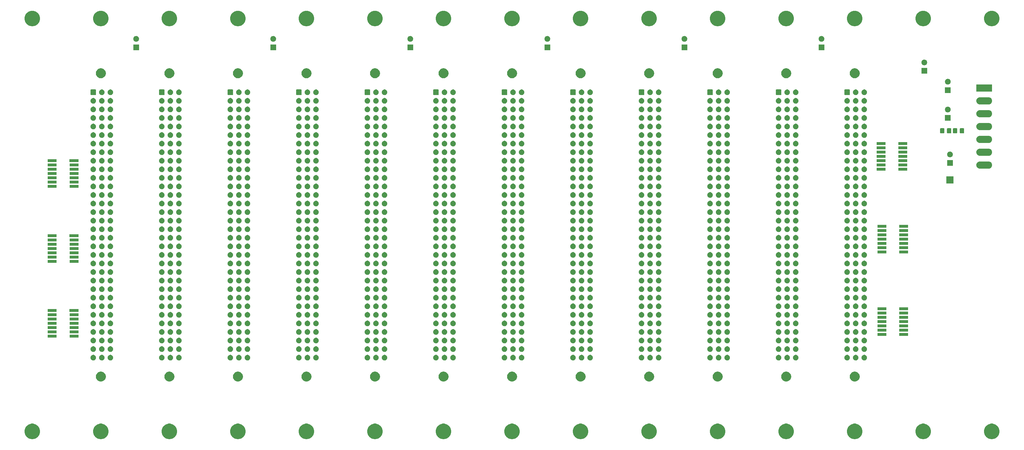
<source format=gbs>
G04 #@! TF.GenerationSoftware,KiCad,Pcbnew,5.1.5+dfsg1-2build2*
G04 #@! TF.CreationDate,2021-08-27T16:11:26+03:00*
G04 #@! TF.ProjectId,cft-backplane-processor,6366742d-6261-4636-9b70-6c616e652d70,2134*
G04 #@! TF.SameCoordinates,Original*
G04 #@! TF.FileFunction,Soldermask,Bot*
G04 #@! TF.FilePolarity,Negative*
%FSLAX46Y46*%
G04 Gerber Fmt 4.6, Leading zero omitted, Abs format (unit mm)*
G04 Created by KiCad (PCBNEW 5.1.5+dfsg1-2build2) date 2021-08-27 16:11:26*
%MOMM*%
%LPD*%
G04 APERTURE LIST*
%ADD10C,0.100000*%
G04 APERTURE END LIST*
D10*
G36*
X89351903Y-207098213D02*
G01*
X89574177Y-207142426D01*
X89992932Y-207315880D01*
X90369802Y-207567696D01*
X90690304Y-207888198D01*
X90942120Y-208265068D01*
X91115574Y-208683823D01*
X91204000Y-209128371D01*
X91204000Y-209581629D01*
X91115574Y-210026177D01*
X90942120Y-210444932D01*
X90690304Y-210821802D01*
X90369802Y-211142304D01*
X89992932Y-211394120D01*
X89574177Y-211567574D01*
X89351903Y-211611787D01*
X89129630Y-211656000D01*
X88676370Y-211656000D01*
X88454097Y-211611787D01*
X88231823Y-211567574D01*
X87813068Y-211394120D01*
X87436198Y-211142304D01*
X87115696Y-210821802D01*
X86863880Y-210444932D01*
X86690426Y-210026177D01*
X86602000Y-209581629D01*
X86602000Y-209128371D01*
X86690426Y-208683823D01*
X86863880Y-208265068D01*
X87115696Y-207888198D01*
X87436198Y-207567696D01*
X87813068Y-207315880D01*
X88231823Y-207142426D01*
X88454097Y-207098213D01*
X88676370Y-207054000D01*
X89129630Y-207054000D01*
X89351903Y-207098213D01*
G37*
G36*
X251911903Y-207098213D02*
G01*
X252134177Y-207142426D01*
X252552932Y-207315880D01*
X252929802Y-207567696D01*
X253250304Y-207888198D01*
X253502120Y-208265068D01*
X253675574Y-208683823D01*
X253764000Y-209128371D01*
X253764000Y-209581629D01*
X253675574Y-210026177D01*
X253502120Y-210444932D01*
X253250304Y-210821802D01*
X252929802Y-211142304D01*
X252552932Y-211394120D01*
X252134177Y-211567574D01*
X251911903Y-211611787D01*
X251689630Y-211656000D01*
X251236370Y-211656000D01*
X251014097Y-211611787D01*
X250791823Y-211567574D01*
X250373068Y-211394120D01*
X249996198Y-211142304D01*
X249675696Y-210821802D01*
X249423880Y-210444932D01*
X249250426Y-210026177D01*
X249162000Y-209581629D01*
X249162000Y-209128371D01*
X249250426Y-208683823D01*
X249423880Y-208265068D01*
X249675696Y-207888198D01*
X249996198Y-207567696D01*
X250373068Y-207315880D01*
X250791823Y-207142426D01*
X251014097Y-207098213D01*
X251236370Y-207054000D01*
X251689630Y-207054000D01*
X251911903Y-207098213D01*
G37*
G36*
X69031903Y-207098213D02*
G01*
X69254177Y-207142426D01*
X69672932Y-207315880D01*
X70049802Y-207567696D01*
X70370304Y-207888198D01*
X70622120Y-208265068D01*
X70795574Y-208683823D01*
X70884000Y-209128371D01*
X70884000Y-209581629D01*
X70795574Y-210026177D01*
X70622120Y-210444932D01*
X70370304Y-210821802D01*
X70049802Y-211142304D01*
X69672932Y-211394120D01*
X69254177Y-211567574D01*
X69031903Y-211611787D01*
X68809630Y-211656000D01*
X68356370Y-211656000D01*
X68134097Y-211611787D01*
X67911823Y-211567574D01*
X67493068Y-211394120D01*
X67116198Y-211142304D01*
X66795696Y-210821802D01*
X66543880Y-210444932D01*
X66370426Y-210026177D01*
X66282000Y-209581629D01*
X66282000Y-209128371D01*
X66370426Y-208683823D01*
X66543880Y-208265068D01*
X66795696Y-207888198D01*
X67116198Y-207567696D01*
X67493068Y-207315880D01*
X67911823Y-207142426D01*
X68134097Y-207098213D01*
X68356370Y-207054000D01*
X68809630Y-207054000D01*
X69031903Y-207098213D01*
G37*
G36*
X353511903Y-207098213D02*
G01*
X353734177Y-207142426D01*
X354152932Y-207315880D01*
X354529802Y-207567696D01*
X354850304Y-207888198D01*
X355102120Y-208265068D01*
X355275574Y-208683823D01*
X355364000Y-209128371D01*
X355364000Y-209581629D01*
X355275574Y-210026177D01*
X355102120Y-210444932D01*
X354850304Y-210821802D01*
X354529802Y-211142304D01*
X354152932Y-211394120D01*
X353734177Y-211567574D01*
X353511903Y-211611787D01*
X353289630Y-211656000D01*
X352836370Y-211656000D01*
X352614097Y-211611787D01*
X352391823Y-211567574D01*
X351973068Y-211394120D01*
X351596198Y-211142304D01*
X351275696Y-210821802D01*
X351023880Y-210444932D01*
X350850426Y-210026177D01*
X350762000Y-209581629D01*
X350762000Y-209128371D01*
X350850426Y-208683823D01*
X351023880Y-208265068D01*
X351275696Y-207888198D01*
X351596198Y-207567696D01*
X351973068Y-207315880D01*
X352391823Y-207142426D01*
X352614097Y-207098213D01*
X352836370Y-207054000D01*
X353289630Y-207054000D01*
X353511903Y-207098213D01*
G37*
G36*
X312871903Y-207098213D02*
G01*
X313094177Y-207142426D01*
X313512932Y-207315880D01*
X313889802Y-207567696D01*
X314210304Y-207888198D01*
X314462120Y-208265068D01*
X314635574Y-208683823D01*
X314724000Y-209128371D01*
X314724000Y-209581629D01*
X314635574Y-210026177D01*
X314462120Y-210444932D01*
X314210304Y-210821802D01*
X313889802Y-211142304D01*
X313512932Y-211394120D01*
X313094177Y-211567574D01*
X312871903Y-211611787D01*
X312649630Y-211656000D01*
X312196370Y-211656000D01*
X311974097Y-211611787D01*
X311751823Y-211567574D01*
X311333068Y-211394120D01*
X310956198Y-211142304D01*
X310635696Y-210821802D01*
X310383880Y-210444932D01*
X310210426Y-210026177D01*
X310122000Y-209581629D01*
X310122000Y-209128371D01*
X310210426Y-208683823D01*
X310383880Y-208265068D01*
X310635696Y-207888198D01*
X310956198Y-207567696D01*
X311333068Y-207315880D01*
X311751823Y-207142426D01*
X311974097Y-207098213D01*
X312196370Y-207054000D01*
X312649630Y-207054000D01*
X312871903Y-207098213D01*
G37*
G36*
X292551903Y-207098213D02*
G01*
X292774177Y-207142426D01*
X293192932Y-207315880D01*
X293569802Y-207567696D01*
X293890304Y-207888198D01*
X294142120Y-208265068D01*
X294315574Y-208683823D01*
X294404000Y-209128371D01*
X294404000Y-209581629D01*
X294315574Y-210026177D01*
X294142120Y-210444932D01*
X293890304Y-210821802D01*
X293569802Y-211142304D01*
X293192932Y-211394120D01*
X292774177Y-211567574D01*
X292551903Y-211611787D01*
X292329630Y-211656000D01*
X291876370Y-211656000D01*
X291654097Y-211611787D01*
X291431823Y-211567574D01*
X291013068Y-211394120D01*
X290636198Y-211142304D01*
X290315696Y-210821802D01*
X290063880Y-210444932D01*
X289890426Y-210026177D01*
X289802000Y-209581629D01*
X289802000Y-209128371D01*
X289890426Y-208683823D01*
X290063880Y-208265068D01*
X290315696Y-207888198D01*
X290636198Y-207567696D01*
X291013068Y-207315880D01*
X291431823Y-207142426D01*
X291654097Y-207098213D01*
X291876370Y-207054000D01*
X292329630Y-207054000D01*
X292551903Y-207098213D01*
G37*
G36*
X272231903Y-207098213D02*
G01*
X272454177Y-207142426D01*
X272872932Y-207315880D01*
X273249802Y-207567696D01*
X273570304Y-207888198D01*
X273822120Y-208265068D01*
X273995574Y-208683823D01*
X274084000Y-209128371D01*
X274084000Y-209581629D01*
X273995574Y-210026177D01*
X273822120Y-210444932D01*
X273570304Y-210821802D01*
X273249802Y-211142304D01*
X272872932Y-211394120D01*
X272454177Y-211567574D01*
X272231903Y-211611787D01*
X272009630Y-211656000D01*
X271556370Y-211656000D01*
X271334097Y-211611787D01*
X271111823Y-211567574D01*
X270693068Y-211394120D01*
X270316198Y-211142304D01*
X269995696Y-210821802D01*
X269743880Y-210444932D01*
X269570426Y-210026177D01*
X269482000Y-209581629D01*
X269482000Y-209128371D01*
X269570426Y-208683823D01*
X269743880Y-208265068D01*
X269995696Y-207888198D01*
X270316198Y-207567696D01*
X270693068Y-207315880D01*
X271111823Y-207142426D01*
X271334097Y-207098213D01*
X271556370Y-207054000D01*
X272009630Y-207054000D01*
X272231903Y-207098213D01*
G37*
G36*
X333191903Y-207098213D02*
G01*
X333414177Y-207142426D01*
X333832932Y-207315880D01*
X334209802Y-207567696D01*
X334530304Y-207888198D01*
X334782120Y-208265068D01*
X334955574Y-208683823D01*
X335044000Y-209128371D01*
X335044000Y-209581629D01*
X334955574Y-210026177D01*
X334782120Y-210444932D01*
X334530304Y-210821802D01*
X334209802Y-211142304D01*
X333832932Y-211394120D01*
X333414177Y-211567574D01*
X333191903Y-211611787D01*
X332969630Y-211656000D01*
X332516370Y-211656000D01*
X332294097Y-211611787D01*
X332071823Y-211567574D01*
X331653068Y-211394120D01*
X331276198Y-211142304D01*
X330955696Y-210821802D01*
X330703880Y-210444932D01*
X330530426Y-210026177D01*
X330442000Y-209581629D01*
X330442000Y-209128371D01*
X330530426Y-208683823D01*
X330703880Y-208265068D01*
X330955696Y-207888198D01*
X331276198Y-207567696D01*
X331653068Y-207315880D01*
X332071823Y-207142426D01*
X332294097Y-207098213D01*
X332516370Y-207054000D01*
X332969630Y-207054000D01*
X333191903Y-207098213D01*
G37*
G36*
X231591903Y-207098213D02*
G01*
X231814177Y-207142426D01*
X232232932Y-207315880D01*
X232609802Y-207567696D01*
X232930304Y-207888198D01*
X233182120Y-208265068D01*
X233355574Y-208683823D01*
X233444000Y-209128371D01*
X233444000Y-209581629D01*
X233355574Y-210026177D01*
X233182120Y-210444932D01*
X232930304Y-210821802D01*
X232609802Y-211142304D01*
X232232932Y-211394120D01*
X231814177Y-211567574D01*
X231591903Y-211611787D01*
X231369630Y-211656000D01*
X230916370Y-211656000D01*
X230694097Y-211611787D01*
X230471823Y-211567574D01*
X230053068Y-211394120D01*
X229676198Y-211142304D01*
X229355696Y-210821802D01*
X229103880Y-210444932D01*
X228930426Y-210026177D01*
X228842000Y-209581629D01*
X228842000Y-209128371D01*
X228930426Y-208683823D01*
X229103880Y-208265068D01*
X229355696Y-207888198D01*
X229676198Y-207567696D01*
X230053068Y-207315880D01*
X230471823Y-207142426D01*
X230694097Y-207098213D01*
X230916370Y-207054000D01*
X231369630Y-207054000D01*
X231591903Y-207098213D01*
G37*
G36*
X211271903Y-207098213D02*
G01*
X211494177Y-207142426D01*
X211912932Y-207315880D01*
X212289802Y-207567696D01*
X212610304Y-207888198D01*
X212862120Y-208265068D01*
X213035574Y-208683823D01*
X213124000Y-209128371D01*
X213124000Y-209581629D01*
X213035574Y-210026177D01*
X212862120Y-210444932D01*
X212610304Y-210821802D01*
X212289802Y-211142304D01*
X211912932Y-211394120D01*
X211494177Y-211567574D01*
X211271903Y-211611787D01*
X211049630Y-211656000D01*
X210596370Y-211656000D01*
X210374097Y-211611787D01*
X210151823Y-211567574D01*
X209733068Y-211394120D01*
X209356198Y-211142304D01*
X209035696Y-210821802D01*
X208783880Y-210444932D01*
X208610426Y-210026177D01*
X208522000Y-209581629D01*
X208522000Y-209128371D01*
X208610426Y-208683823D01*
X208783880Y-208265068D01*
X209035696Y-207888198D01*
X209356198Y-207567696D01*
X209733068Y-207315880D01*
X210151823Y-207142426D01*
X210374097Y-207098213D01*
X210596370Y-207054000D01*
X211049630Y-207054000D01*
X211271903Y-207098213D01*
G37*
G36*
X190951903Y-207098213D02*
G01*
X191174177Y-207142426D01*
X191592932Y-207315880D01*
X191969802Y-207567696D01*
X192290304Y-207888198D01*
X192542120Y-208265068D01*
X192715574Y-208683823D01*
X192804000Y-209128371D01*
X192804000Y-209581629D01*
X192715574Y-210026177D01*
X192542120Y-210444932D01*
X192290304Y-210821802D01*
X191969802Y-211142304D01*
X191592932Y-211394120D01*
X191174177Y-211567574D01*
X190951903Y-211611787D01*
X190729630Y-211656000D01*
X190276370Y-211656000D01*
X190054097Y-211611787D01*
X189831823Y-211567574D01*
X189413068Y-211394120D01*
X189036198Y-211142304D01*
X188715696Y-210821802D01*
X188463880Y-210444932D01*
X188290426Y-210026177D01*
X188202000Y-209581629D01*
X188202000Y-209128371D01*
X188290426Y-208683823D01*
X188463880Y-208265068D01*
X188715696Y-207888198D01*
X189036198Y-207567696D01*
X189413068Y-207315880D01*
X189831823Y-207142426D01*
X190054097Y-207098213D01*
X190276370Y-207054000D01*
X190729630Y-207054000D01*
X190951903Y-207098213D01*
G37*
G36*
X170631903Y-207098213D02*
G01*
X170854177Y-207142426D01*
X171272932Y-207315880D01*
X171649802Y-207567696D01*
X171970304Y-207888198D01*
X172222120Y-208265068D01*
X172395574Y-208683823D01*
X172484000Y-209128371D01*
X172484000Y-209581629D01*
X172395574Y-210026177D01*
X172222120Y-210444932D01*
X171970304Y-210821802D01*
X171649802Y-211142304D01*
X171272932Y-211394120D01*
X170854177Y-211567574D01*
X170631903Y-211611787D01*
X170409630Y-211656000D01*
X169956370Y-211656000D01*
X169734097Y-211611787D01*
X169511823Y-211567574D01*
X169093068Y-211394120D01*
X168716198Y-211142304D01*
X168395696Y-210821802D01*
X168143880Y-210444932D01*
X167970426Y-210026177D01*
X167882000Y-209581629D01*
X167882000Y-209128371D01*
X167970426Y-208683823D01*
X168143880Y-208265068D01*
X168395696Y-207888198D01*
X168716198Y-207567696D01*
X169093068Y-207315880D01*
X169511823Y-207142426D01*
X169734097Y-207098213D01*
X169956370Y-207054000D01*
X170409630Y-207054000D01*
X170631903Y-207098213D01*
G37*
G36*
X150311903Y-207098213D02*
G01*
X150534177Y-207142426D01*
X150952932Y-207315880D01*
X151329802Y-207567696D01*
X151650304Y-207888198D01*
X151902120Y-208265068D01*
X152075574Y-208683823D01*
X152164000Y-209128371D01*
X152164000Y-209581629D01*
X152075574Y-210026177D01*
X151902120Y-210444932D01*
X151650304Y-210821802D01*
X151329802Y-211142304D01*
X150952932Y-211394120D01*
X150534177Y-211567574D01*
X150311903Y-211611787D01*
X150089630Y-211656000D01*
X149636370Y-211656000D01*
X149414097Y-211611787D01*
X149191823Y-211567574D01*
X148773068Y-211394120D01*
X148396198Y-211142304D01*
X148075696Y-210821802D01*
X147823880Y-210444932D01*
X147650426Y-210026177D01*
X147562000Y-209581629D01*
X147562000Y-209128371D01*
X147650426Y-208683823D01*
X147823880Y-208265068D01*
X148075696Y-207888198D01*
X148396198Y-207567696D01*
X148773068Y-207315880D01*
X149191823Y-207142426D01*
X149414097Y-207098213D01*
X149636370Y-207054000D01*
X150089630Y-207054000D01*
X150311903Y-207098213D01*
G37*
G36*
X129991903Y-207098213D02*
G01*
X130214177Y-207142426D01*
X130632932Y-207315880D01*
X131009802Y-207567696D01*
X131330304Y-207888198D01*
X131582120Y-208265068D01*
X131755574Y-208683823D01*
X131844000Y-209128371D01*
X131844000Y-209581629D01*
X131755574Y-210026177D01*
X131582120Y-210444932D01*
X131330304Y-210821802D01*
X131009802Y-211142304D01*
X130632932Y-211394120D01*
X130214177Y-211567574D01*
X129991903Y-211611787D01*
X129769630Y-211656000D01*
X129316370Y-211656000D01*
X129094097Y-211611787D01*
X128871823Y-211567574D01*
X128453068Y-211394120D01*
X128076198Y-211142304D01*
X127755696Y-210821802D01*
X127503880Y-210444932D01*
X127330426Y-210026177D01*
X127242000Y-209581629D01*
X127242000Y-209128371D01*
X127330426Y-208683823D01*
X127503880Y-208265068D01*
X127755696Y-207888198D01*
X128076198Y-207567696D01*
X128453068Y-207315880D01*
X128871823Y-207142426D01*
X129094097Y-207098213D01*
X129316370Y-207054000D01*
X129769630Y-207054000D01*
X129991903Y-207098213D01*
G37*
G36*
X109671903Y-207098213D02*
G01*
X109894177Y-207142426D01*
X110312932Y-207315880D01*
X110689802Y-207567696D01*
X111010304Y-207888198D01*
X111262120Y-208265068D01*
X111435574Y-208683823D01*
X111524000Y-209128371D01*
X111524000Y-209581629D01*
X111435574Y-210026177D01*
X111262120Y-210444932D01*
X111010304Y-210821802D01*
X110689802Y-211142304D01*
X110312932Y-211394120D01*
X109894177Y-211567574D01*
X109671903Y-211611787D01*
X109449630Y-211656000D01*
X108996370Y-211656000D01*
X108774097Y-211611787D01*
X108551823Y-211567574D01*
X108133068Y-211394120D01*
X107756198Y-211142304D01*
X107435696Y-210821802D01*
X107183880Y-210444932D01*
X107010426Y-210026177D01*
X106922000Y-209581629D01*
X106922000Y-209128371D01*
X107010426Y-208683823D01*
X107183880Y-208265068D01*
X107435696Y-207888198D01*
X107756198Y-207567696D01*
X108133068Y-207315880D01*
X108551823Y-207142426D01*
X108774097Y-207098213D01*
X108996370Y-207054000D01*
X109449630Y-207054000D01*
X109671903Y-207098213D01*
G37*
G36*
X231573532Y-191685721D02*
G01*
X231842147Y-191796985D01*
X232083895Y-191958516D01*
X232289484Y-192164105D01*
X232451015Y-192405853D01*
X232562279Y-192674468D01*
X232619000Y-192959625D01*
X232619000Y-193250375D01*
X232562279Y-193535532D01*
X232451015Y-193804147D01*
X232289484Y-194045895D01*
X232083895Y-194251484D01*
X231842147Y-194413015D01*
X231573532Y-194524279D01*
X231288375Y-194581000D01*
X230997625Y-194581000D01*
X230712468Y-194524279D01*
X230443853Y-194413015D01*
X230202105Y-194251484D01*
X229996516Y-194045895D01*
X229834985Y-193804147D01*
X229723721Y-193535532D01*
X229667000Y-193250375D01*
X229667000Y-192959625D01*
X229723721Y-192674468D01*
X229834985Y-192405853D01*
X229996516Y-192164105D01*
X230202105Y-191958516D01*
X230443853Y-191796985D01*
X230712468Y-191685721D01*
X230997625Y-191629000D01*
X231288375Y-191629000D01*
X231573532Y-191685721D01*
G37*
G36*
X272213532Y-191685721D02*
G01*
X272482147Y-191796985D01*
X272723895Y-191958516D01*
X272929484Y-192164105D01*
X273091015Y-192405853D01*
X273202279Y-192674468D01*
X273259000Y-192959625D01*
X273259000Y-193250375D01*
X273202279Y-193535532D01*
X273091015Y-193804147D01*
X272929484Y-194045895D01*
X272723895Y-194251484D01*
X272482147Y-194413015D01*
X272213532Y-194524279D01*
X271928375Y-194581000D01*
X271637625Y-194581000D01*
X271352468Y-194524279D01*
X271083853Y-194413015D01*
X270842105Y-194251484D01*
X270636516Y-194045895D01*
X270474985Y-193804147D01*
X270363721Y-193535532D01*
X270307000Y-193250375D01*
X270307000Y-192959625D01*
X270363721Y-192674468D01*
X270474985Y-192405853D01*
X270636516Y-192164105D01*
X270842105Y-191958516D01*
X271083853Y-191796985D01*
X271352468Y-191685721D01*
X271637625Y-191629000D01*
X271928375Y-191629000D01*
X272213532Y-191685721D01*
G37*
G36*
X150293532Y-191685721D02*
G01*
X150562147Y-191796985D01*
X150803895Y-191958516D01*
X151009484Y-192164105D01*
X151171015Y-192405853D01*
X151282279Y-192674468D01*
X151339000Y-192959625D01*
X151339000Y-193250375D01*
X151282279Y-193535532D01*
X151171015Y-193804147D01*
X151009484Y-194045895D01*
X150803895Y-194251484D01*
X150562147Y-194413015D01*
X150293532Y-194524279D01*
X150008375Y-194581000D01*
X149717625Y-194581000D01*
X149432468Y-194524279D01*
X149163853Y-194413015D01*
X148922105Y-194251484D01*
X148716516Y-194045895D01*
X148554985Y-193804147D01*
X148443721Y-193535532D01*
X148387000Y-193250375D01*
X148387000Y-192959625D01*
X148443721Y-192674468D01*
X148554985Y-192405853D01*
X148716516Y-192164105D01*
X148922105Y-191958516D01*
X149163853Y-191796985D01*
X149432468Y-191685721D01*
X149717625Y-191629000D01*
X150008375Y-191629000D01*
X150293532Y-191685721D01*
G37*
G36*
X89333532Y-191685721D02*
G01*
X89602147Y-191796985D01*
X89843895Y-191958516D01*
X90049484Y-192164105D01*
X90211015Y-192405853D01*
X90322279Y-192674468D01*
X90379000Y-192959625D01*
X90379000Y-193250375D01*
X90322279Y-193535532D01*
X90211015Y-193804147D01*
X90049484Y-194045895D01*
X89843895Y-194251484D01*
X89602147Y-194413015D01*
X89333532Y-194524279D01*
X89048375Y-194581000D01*
X88757625Y-194581000D01*
X88472468Y-194524279D01*
X88203853Y-194413015D01*
X87962105Y-194251484D01*
X87756516Y-194045895D01*
X87594985Y-193804147D01*
X87483721Y-193535532D01*
X87427000Y-193250375D01*
X87427000Y-192959625D01*
X87483721Y-192674468D01*
X87594985Y-192405853D01*
X87756516Y-192164105D01*
X87962105Y-191958516D01*
X88203853Y-191796985D01*
X88472468Y-191685721D01*
X88757625Y-191629000D01*
X89048375Y-191629000D01*
X89333532Y-191685721D01*
G37*
G36*
X190933532Y-191685721D02*
G01*
X191202147Y-191796985D01*
X191443895Y-191958516D01*
X191649484Y-192164105D01*
X191811015Y-192405853D01*
X191922279Y-192674468D01*
X191979000Y-192959625D01*
X191979000Y-193250375D01*
X191922279Y-193535532D01*
X191811015Y-193804147D01*
X191649484Y-194045895D01*
X191443895Y-194251484D01*
X191202147Y-194413015D01*
X190933532Y-194524279D01*
X190648375Y-194581000D01*
X190357625Y-194581000D01*
X190072468Y-194524279D01*
X189803853Y-194413015D01*
X189562105Y-194251484D01*
X189356516Y-194045895D01*
X189194985Y-193804147D01*
X189083721Y-193535532D01*
X189027000Y-193250375D01*
X189027000Y-192959625D01*
X189083721Y-192674468D01*
X189194985Y-192405853D01*
X189356516Y-192164105D01*
X189562105Y-191958516D01*
X189803853Y-191796985D01*
X190072468Y-191685721D01*
X190357625Y-191629000D01*
X190648375Y-191629000D01*
X190933532Y-191685721D01*
G37*
G36*
X170613532Y-191685721D02*
G01*
X170882147Y-191796985D01*
X171123895Y-191958516D01*
X171329484Y-192164105D01*
X171491015Y-192405853D01*
X171602279Y-192674468D01*
X171659000Y-192959625D01*
X171659000Y-193250375D01*
X171602279Y-193535532D01*
X171491015Y-193804147D01*
X171329484Y-194045895D01*
X171123895Y-194251484D01*
X170882147Y-194413015D01*
X170613532Y-194524279D01*
X170328375Y-194581000D01*
X170037625Y-194581000D01*
X169752468Y-194524279D01*
X169483853Y-194413015D01*
X169242105Y-194251484D01*
X169036516Y-194045895D01*
X168874985Y-193804147D01*
X168763721Y-193535532D01*
X168707000Y-193250375D01*
X168707000Y-192959625D01*
X168763721Y-192674468D01*
X168874985Y-192405853D01*
X169036516Y-192164105D01*
X169242105Y-191958516D01*
X169483853Y-191796985D01*
X169752468Y-191685721D01*
X170037625Y-191629000D01*
X170328375Y-191629000D01*
X170613532Y-191685721D01*
G37*
G36*
X109653532Y-191685721D02*
G01*
X109922147Y-191796985D01*
X110163895Y-191958516D01*
X110369484Y-192164105D01*
X110531015Y-192405853D01*
X110642279Y-192674468D01*
X110699000Y-192959625D01*
X110699000Y-193250375D01*
X110642279Y-193535532D01*
X110531015Y-193804147D01*
X110369484Y-194045895D01*
X110163895Y-194251484D01*
X109922147Y-194413015D01*
X109653532Y-194524279D01*
X109368375Y-194581000D01*
X109077625Y-194581000D01*
X108792468Y-194524279D01*
X108523853Y-194413015D01*
X108282105Y-194251484D01*
X108076516Y-194045895D01*
X107914985Y-193804147D01*
X107803721Y-193535532D01*
X107747000Y-193250375D01*
X107747000Y-192959625D01*
X107803721Y-192674468D01*
X107914985Y-192405853D01*
X108076516Y-192164105D01*
X108282105Y-191958516D01*
X108523853Y-191796985D01*
X108792468Y-191685721D01*
X109077625Y-191629000D01*
X109368375Y-191629000D01*
X109653532Y-191685721D01*
G37*
G36*
X129973532Y-191685721D02*
G01*
X130242147Y-191796985D01*
X130483895Y-191958516D01*
X130689484Y-192164105D01*
X130851015Y-192405853D01*
X130962279Y-192674468D01*
X131019000Y-192959625D01*
X131019000Y-193250375D01*
X130962279Y-193535532D01*
X130851015Y-193804147D01*
X130689484Y-194045895D01*
X130483895Y-194251484D01*
X130242147Y-194413015D01*
X129973532Y-194524279D01*
X129688375Y-194581000D01*
X129397625Y-194581000D01*
X129112468Y-194524279D01*
X128843853Y-194413015D01*
X128602105Y-194251484D01*
X128396516Y-194045895D01*
X128234985Y-193804147D01*
X128123721Y-193535532D01*
X128067000Y-193250375D01*
X128067000Y-192959625D01*
X128123721Y-192674468D01*
X128234985Y-192405853D01*
X128396516Y-192164105D01*
X128602105Y-191958516D01*
X128843853Y-191796985D01*
X129112468Y-191685721D01*
X129397625Y-191629000D01*
X129688375Y-191629000D01*
X129973532Y-191685721D01*
G37*
G36*
X312853532Y-191685721D02*
G01*
X313122147Y-191796985D01*
X313363895Y-191958516D01*
X313569484Y-192164105D01*
X313731015Y-192405853D01*
X313842279Y-192674468D01*
X313899000Y-192959625D01*
X313899000Y-193250375D01*
X313842279Y-193535532D01*
X313731015Y-193804147D01*
X313569484Y-194045895D01*
X313363895Y-194251484D01*
X313122147Y-194413015D01*
X312853532Y-194524279D01*
X312568375Y-194581000D01*
X312277625Y-194581000D01*
X311992468Y-194524279D01*
X311723853Y-194413015D01*
X311482105Y-194251484D01*
X311276516Y-194045895D01*
X311114985Y-193804147D01*
X311003721Y-193535532D01*
X310947000Y-193250375D01*
X310947000Y-192959625D01*
X311003721Y-192674468D01*
X311114985Y-192405853D01*
X311276516Y-192164105D01*
X311482105Y-191958516D01*
X311723853Y-191796985D01*
X311992468Y-191685721D01*
X312277625Y-191629000D01*
X312568375Y-191629000D01*
X312853532Y-191685721D01*
G37*
G36*
X251893532Y-191685721D02*
G01*
X252162147Y-191796985D01*
X252403895Y-191958516D01*
X252609484Y-192164105D01*
X252771015Y-192405853D01*
X252882279Y-192674468D01*
X252939000Y-192959625D01*
X252939000Y-193250375D01*
X252882279Y-193535532D01*
X252771015Y-193804147D01*
X252609484Y-194045895D01*
X252403895Y-194251484D01*
X252162147Y-194413015D01*
X251893532Y-194524279D01*
X251608375Y-194581000D01*
X251317625Y-194581000D01*
X251032468Y-194524279D01*
X250763853Y-194413015D01*
X250522105Y-194251484D01*
X250316516Y-194045895D01*
X250154985Y-193804147D01*
X250043721Y-193535532D01*
X249987000Y-193250375D01*
X249987000Y-192959625D01*
X250043721Y-192674468D01*
X250154985Y-192405853D01*
X250316516Y-192164105D01*
X250522105Y-191958516D01*
X250763853Y-191796985D01*
X251032468Y-191685721D01*
X251317625Y-191629000D01*
X251608375Y-191629000D01*
X251893532Y-191685721D01*
G37*
G36*
X292533532Y-191685721D02*
G01*
X292802147Y-191796985D01*
X293043895Y-191958516D01*
X293249484Y-192164105D01*
X293411015Y-192405853D01*
X293522279Y-192674468D01*
X293579000Y-192959625D01*
X293579000Y-193250375D01*
X293522279Y-193535532D01*
X293411015Y-193804147D01*
X293249484Y-194045895D01*
X293043895Y-194251484D01*
X292802147Y-194413015D01*
X292533532Y-194524279D01*
X292248375Y-194581000D01*
X291957625Y-194581000D01*
X291672468Y-194524279D01*
X291403853Y-194413015D01*
X291162105Y-194251484D01*
X290956516Y-194045895D01*
X290794985Y-193804147D01*
X290683721Y-193535532D01*
X290627000Y-193250375D01*
X290627000Y-192959625D01*
X290683721Y-192674468D01*
X290794985Y-192405853D01*
X290956516Y-192164105D01*
X291162105Y-191958516D01*
X291403853Y-191796985D01*
X291672468Y-191685721D01*
X291957625Y-191629000D01*
X292248375Y-191629000D01*
X292533532Y-191685721D01*
G37*
G36*
X211253532Y-191685721D02*
G01*
X211522147Y-191796985D01*
X211763895Y-191958516D01*
X211969484Y-192164105D01*
X212131015Y-192405853D01*
X212242279Y-192674468D01*
X212299000Y-192959625D01*
X212299000Y-193250375D01*
X212242279Y-193535532D01*
X212131015Y-193804147D01*
X211969484Y-194045895D01*
X211763895Y-194251484D01*
X211522147Y-194413015D01*
X211253532Y-194524279D01*
X210968375Y-194581000D01*
X210677625Y-194581000D01*
X210392468Y-194524279D01*
X210123853Y-194413015D01*
X209882105Y-194251484D01*
X209676516Y-194045895D01*
X209514985Y-193804147D01*
X209403721Y-193535532D01*
X209347000Y-193250375D01*
X209347000Y-192959625D01*
X209403721Y-192674468D01*
X209514985Y-192405853D01*
X209676516Y-192164105D01*
X209882105Y-191958516D01*
X210123853Y-191796985D01*
X210392468Y-191685721D01*
X210677625Y-191629000D01*
X210968375Y-191629000D01*
X211253532Y-191685721D01*
G37*
G36*
X91983935Y-186680742D02*
G01*
X92134258Y-186743008D01*
X92269545Y-186833404D01*
X92384596Y-186948455D01*
X92474992Y-187083742D01*
X92537258Y-187234065D01*
X92569000Y-187393646D01*
X92569000Y-187556354D01*
X92537258Y-187715935D01*
X92474992Y-187866258D01*
X92384596Y-188001545D01*
X92269545Y-188116596D01*
X92134258Y-188206992D01*
X91983935Y-188269258D01*
X91824354Y-188301000D01*
X91661646Y-188301000D01*
X91502065Y-188269258D01*
X91351742Y-188206992D01*
X91216455Y-188116596D01*
X91101404Y-188001545D01*
X91011008Y-187866258D01*
X90948742Y-187715935D01*
X90917000Y-187556354D01*
X90917000Y-187393646D01*
X90948742Y-187234065D01*
X91011008Y-187083742D01*
X91101404Y-186948455D01*
X91216455Y-186833404D01*
X91351742Y-186743008D01*
X91502065Y-186680742D01*
X91661646Y-186649000D01*
X91824354Y-186649000D01*
X91983935Y-186680742D01*
G37*
G36*
X254543935Y-186680742D02*
G01*
X254694258Y-186743008D01*
X254829545Y-186833404D01*
X254944596Y-186948455D01*
X255034992Y-187083742D01*
X255097258Y-187234065D01*
X255129000Y-187393646D01*
X255129000Y-187556354D01*
X255097258Y-187715935D01*
X255034992Y-187866258D01*
X254944596Y-188001545D01*
X254829545Y-188116596D01*
X254694258Y-188206992D01*
X254543935Y-188269258D01*
X254384354Y-188301000D01*
X254221646Y-188301000D01*
X254062065Y-188269258D01*
X253911742Y-188206992D01*
X253776455Y-188116596D01*
X253661404Y-188001545D01*
X253571008Y-187866258D01*
X253508742Y-187715935D01*
X253477000Y-187556354D01*
X253477000Y-187393646D01*
X253508742Y-187234065D01*
X253571008Y-187083742D01*
X253661404Y-186948455D01*
X253776455Y-186833404D01*
X253911742Y-186743008D01*
X254062065Y-186680742D01*
X254221646Y-186649000D01*
X254384354Y-186649000D01*
X254543935Y-186680742D01*
G37*
G36*
X252003935Y-186680742D02*
G01*
X252154258Y-186743008D01*
X252289545Y-186833404D01*
X252404596Y-186948455D01*
X252494992Y-187083742D01*
X252557258Y-187234065D01*
X252589000Y-187393646D01*
X252589000Y-187556354D01*
X252557258Y-187715935D01*
X252494992Y-187866258D01*
X252404596Y-188001545D01*
X252289545Y-188116596D01*
X252154258Y-188206992D01*
X252003935Y-188269258D01*
X251844354Y-188301000D01*
X251681646Y-188301000D01*
X251522065Y-188269258D01*
X251371742Y-188206992D01*
X251236455Y-188116596D01*
X251121404Y-188001545D01*
X251031008Y-187866258D01*
X250968742Y-187715935D01*
X250937000Y-187556354D01*
X250937000Y-187393646D01*
X250968742Y-187234065D01*
X251031008Y-187083742D01*
X251121404Y-186948455D01*
X251236455Y-186833404D01*
X251371742Y-186743008D01*
X251522065Y-186680742D01*
X251681646Y-186649000D01*
X251844354Y-186649000D01*
X252003935Y-186680742D01*
G37*
G36*
X249463935Y-186680742D02*
G01*
X249614258Y-186743008D01*
X249749545Y-186833404D01*
X249864596Y-186948455D01*
X249954992Y-187083742D01*
X250017258Y-187234065D01*
X250049000Y-187393646D01*
X250049000Y-187556354D01*
X250017258Y-187715935D01*
X249954992Y-187866258D01*
X249864596Y-188001545D01*
X249749545Y-188116596D01*
X249614258Y-188206992D01*
X249463935Y-188269258D01*
X249304354Y-188301000D01*
X249141646Y-188301000D01*
X248982065Y-188269258D01*
X248831742Y-188206992D01*
X248696455Y-188116596D01*
X248581404Y-188001545D01*
X248491008Y-187866258D01*
X248428742Y-187715935D01*
X248397000Y-187556354D01*
X248397000Y-187393646D01*
X248428742Y-187234065D01*
X248491008Y-187083742D01*
X248581404Y-186948455D01*
X248696455Y-186833404D01*
X248831742Y-186743008D01*
X248982065Y-186680742D01*
X249141646Y-186649000D01*
X249304354Y-186649000D01*
X249463935Y-186680742D01*
G37*
G36*
X234223935Y-186680742D02*
G01*
X234374258Y-186743008D01*
X234509545Y-186833404D01*
X234624596Y-186948455D01*
X234714992Y-187083742D01*
X234777258Y-187234065D01*
X234809000Y-187393646D01*
X234809000Y-187556354D01*
X234777258Y-187715935D01*
X234714992Y-187866258D01*
X234624596Y-188001545D01*
X234509545Y-188116596D01*
X234374258Y-188206992D01*
X234223935Y-188269258D01*
X234064354Y-188301000D01*
X233901646Y-188301000D01*
X233742065Y-188269258D01*
X233591742Y-188206992D01*
X233456455Y-188116596D01*
X233341404Y-188001545D01*
X233251008Y-187866258D01*
X233188742Y-187715935D01*
X233157000Y-187556354D01*
X233157000Y-187393646D01*
X233188742Y-187234065D01*
X233251008Y-187083742D01*
X233341404Y-186948455D01*
X233456455Y-186833404D01*
X233591742Y-186743008D01*
X233742065Y-186680742D01*
X233901646Y-186649000D01*
X234064354Y-186649000D01*
X234223935Y-186680742D01*
G37*
G36*
X231683935Y-186680742D02*
G01*
X231834258Y-186743008D01*
X231969545Y-186833404D01*
X232084596Y-186948455D01*
X232174992Y-187083742D01*
X232237258Y-187234065D01*
X232269000Y-187393646D01*
X232269000Y-187556354D01*
X232237258Y-187715935D01*
X232174992Y-187866258D01*
X232084596Y-188001545D01*
X231969545Y-188116596D01*
X231834258Y-188206992D01*
X231683935Y-188269258D01*
X231524354Y-188301000D01*
X231361646Y-188301000D01*
X231202065Y-188269258D01*
X231051742Y-188206992D01*
X230916455Y-188116596D01*
X230801404Y-188001545D01*
X230711008Y-187866258D01*
X230648742Y-187715935D01*
X230617000Y-187556354D01*
X230617000Y-187393646D01*
X230648742Y-187234065D01*
X230711008Y-187083742D01*
X230801404Y-186948455D01*
X230916455Y-186833404D01*
X231051742Y-186743008D01*
X231202065Y-186680742D01*
X231361646Y-186649000D01*
X231524354Y-186649000D01*
X231683935Y-186680742D01*
G37*
G36*
X86903935Y-186680742D02*
G01*
X87054258Y-186743008D01*
X87189545Y-186833404D01*
X87304596Y-186948455D01*
X87394992Y-187083742D01*
X87457258Y-187234065D01*
X87489000Y-187393646D01*
X87489000Y-187556354D01*
X87457258Y-187715935D01*
X87394992Y-187866258D01*
X87304596Y-188001545D01*
X87189545Y-188116596D01*
X87054258Y-188206992D01*
X86903935Y-188269258D01*
X86744354Y-188301000D01*
X86581646Y-188301000D01*
X86422065Y-188269258D01*
X86271742Y-188206992D01*
X86136455Y-188116596D01*
X86021404Y-188001545D01*
X85931008Y-187866258D01*
X85868742Y-187715935D01*
X85837000Y-187556354D01*
X85837000Y-187393646D01*
X85868742Y-187234065D01*
X85931008Y-187083742D01*
X86021404Y-186948455D01*
X86136455Y-186833404D01*
X86271742Y-186743008D01*
X86422065Y-186680742D01*
X86581646Y-186649000D01*
X86744354Y-186649000D01*
X86903935Y-186680742D01*
G37*
G36*
X152943935Y-186680742D02*
G01*
X153094258Y-186743008D01*
X153229545Y-186833404D01*
X153344596Y-186948455D01*
X153434992Y-187083742D01*
X153497258Y-187234065D01*
X153529000Y-187393646D01*
X153529000Y-187556354D01*
X153497258Y-187715935D01*
X153434992Y-187866258D01*
X153344596Y-188001545D01*
X153229545Y-188116596D01*
X153094258Y-188206992D01*
X152943935Y-188269258D01*
X152784354Y-188301000D01*
X152621646Y-188301000D01*
X152462065Y-188269258D01*
X152311742Y-188206992D01*
X152176455Y-188116596D01*
X152061404Y-188001545D01*
X151971008Y-187866258D01*
X151908742Y-187715935D01*
X151877000Y-187556354D01*
X151877000Y-187393646D01*
X151908742Y-187234065D01*
X151971008Y-187083742D01*
X152061404Y-186948455D01*
X152176455Y-186833404D01*
X152311742Y-186743008D01*
X152462065Y-186680742D01*
X152621646Y-186649000D01*
X152784354Y-186649000D01*
X152943935Y-186680742D01*
G37*
G36*
X150403935Y-186680742D02*
G01*
X150554258Y-186743008D01*
X150689545Y-186833404D01*
X150804596Y-186948455D01*
X150894992Y-187083742D01*
X150957258Y-187234065D01*
X150989000Y-187393646D01*
X150989000Y-187556354D01*
X150957258Y-187715935D01*
X150894992Y-187866258D01*
X150804596Y-188001545D01*
X150689545Y-188116596D01*
X150554258Y-188206992D01*
X150403935Y-188269258D01*
X150244354Y-188301000D01*
X150081646Y-188301000D01*
X149922065Y-188269258D01*
X149771742Y-188206992D01*
X149636455Y-188116596D01*
X149521404Y-188001545D01*
X149431008Y-187866258D01*
X149368742Y-187715935D01*
X149337000Y-187556354D01*
X149337000Y-187393646D01*
X149368742Y-187234065D01*
X149431008Y-187083742D01*
X149521404Y-186948455D01*
X149636455Y-186833404D01*
X149771742Y-186743008D01*
X149922065Y-186680742D01*
X150081646Y-186649000D01*
X150244354Y-186649000D01*
X150403935Y-186680742D01*
G37*
G36*
X147863935Y-186680742D02*
G01*
X148014258Y-186743008D01*
X148149545Y-186833404D01*
X148264596Y-186948455D01*
X148354992Y-187083742D01*
X148417258Y-187234065D01*
X148449000Y-187393646D01*
X148449000Y-187556354D01*
X148417258Y-187715935D01*
X148354992Y-187866258D01*
X148264596Y-188001545D01*
X148149545Y-188116596D01*
X148014258Y-188206992D01*
X147863935Y-188269258D01*
X147704354Y-188301000D01*
X147541646Y-188301000D01*
X147382065Y-188269258D01*
X147231742Y-188206992D01*
X147096455Y-188116596D01*
X146981404Y-188001545D01*
X146891008Y-187866258D01*
X146828742Y-187715935D01*
X146797000Y-187556354D01*
X146797000Y-187393646D01*
X146828742Y-187234065D01*
X146891008Y-187083742D01*
X146981404Y-186948455D01*
X147096455Y-186833404D01*
X147231742Y-186743008D01*
X147382065Y-186680742D01*
X147541646Y-186649000D01*
X147704354Y-186649000D01*
X147863935Y-186680742D01*
G37*
G36*
X168183935Y-186680742D02*
G01*
X168334258Y-186743008D01*
X168469545Y-186833404D01*
X168584596Y-186948455D01*
X168674992Y-187083742D01*
X168737258Y-187234065D01*
X168769000Y-187393646D01*
X168769000Y-187556354D01*
X168737258Y-187715935D01*
X168674992Y-187866258D01*
X168584596Y-188001545D01*
X168469545Y-188116596D01*
X168334258Y-188206992D01*
X168183935Y-188269258D01*
X168024354Y-188301000D01*
X167861646Y-188301000D01*
X167702065Y-188269258D01*
X167551742Y-188206992D01*
X167416455Y-188116596D01*
X167301404Y-188001545D01*
X167211008Y-187866258D01*
X167148742Y-187715935D01*
X167117000Y-187556354D01*
X167117000Y-187393646D01*
X167148742Y-187234065D01*
X167211008Y-187083742D01*
X167301404Y-186948455D01*
X167416455Y-186833404D01*
X167551742Y-186743008D01*
X167702065Y-186680742D01*
X167861646Y-186649000D01*
X168024354Y-186649000D01*
X168183935Y-186680742D01*
G37*
G36*
X89443935Y-186680742D02*
G01*
X89594258Y-186743008D01*
X89729545Y-186833404D01*
X89844596Y-186948455D01*
X89934992Y-187083742D01*
X89997258Y-187234065D01*
X90029000Y-187393646D01*
X90029000Y-187556354D01*
X89997258Y-187715935D01*
X89934992Y-187866258D01*
X89844596Y-188001545D01*
X89729545Y-188116596D01*
X89594258Y-188206992D01*
X89443935Y-188269258D01*
X89284354Y-188301000D01*
X89121646Y-188301000D01*
X88962065Y-188269258D01*
X88811742Y-188206992D01*
X88676455Y-188116596D01*
X88561404Y-188001545D01*
X88471008Y-187866258D01*
X88408742Y-187715935D01*
X88377000Y-187556354D01*
X88377000Y-187393646D01*
X88408742Y-187234065D01*
X88471008Y-187083742D01*
X88561404Y-186948455D01*
X88676455Y-186833404D01*
X88811742Y-186743008D01*
X88962065Y-186680742D01*
X89121646Y-186649000D01*
X89284354Y-186649000D01*
X89443935Y-186680742D01*
G37*
G36*
X193583935Y-186680742D02*
G01*
X193734258Y-186743008D01*
X193869545Y-186833404D01*
X193984596Y-186948455D01*
X194074992Y-187083742D01*
X194137258Y-187234065D01*
X194169000Y-187393646D01*
X194169000Y-187556354D01*
X194137258Y-187715935D01*
X194074992Y-187866258D01*
X193984596Y-188001545D01*
X193869545Y-188116596D01*
X193734258Y-188206992D01*
X193583935Y-188269258D01*
X193424354Y-188301000D01*
X193261646Y-188301000D01*
X193102065Y-188269258D01*
X192951742Y-188206992D01*
X192816455Y-188116596D01*
X192701404Y-188001545D01*
X192611008Y-187866258D01*
X192548742Y-187715935D01*
X192517000Y-187556354D01*
X192517000Y-187393646D01*
X192548742Y-187234065D01*
X192611008Y-187083742D01*
X192701404Y-186948455D01*
X192816455Y-186833404D01*
X192951742Y-186743008D01*
X193102065Y-186680742D01*
X193261646Y-186649000D01*
X193424354Y-186649000D01*
X193583935Y-186680742D01*
G37*
G36*
X191043935Y-186680742D02*
G01*
X191194258Y-186743008D01*
X191329545Y-186833404D01*
X191444596Y-186948455D01*
X191534992Y-187083742D01*
X191597258Y-187234065D01*
X191629000Y-187393646D01*
X191629000Y-187556354D01*
X191597258Y-187715935D01*
X191534992Y-187866258D01*
X191444596Y-188001545D01*
X191329545Y-188116596D01*
X191194258Y-188206992D01*
X191043935Y-188269258D01*
X190884354Y-188301000D01*
X190721646Y-188301000D01*
X190562065Y-188269258D01*
X190411742Y-188206992D01*
X190276455Y-188116596D01*
X190161404Y-188001545D01*
X190071008Y-187866258D01*
X190008742Y-187715935D01*
X189977000Y-187556354D01*
X189977000Y-187393646D01*
X190008742Y-187234065D01*
X190071008Y-187083742D01*
X190161404Y-186948455D01*
X190276455Y-186833404D01*
X190411742Y-186743008D01*
X190562065Y-186680742D01*
X190721646Y-186649000D01*
X190884354Y-186649000D01*
X191043935Y-186680742D01*
G37*
G36*
X188503935Y-186680742D02*
G01*
X188654258Y-186743008D01*
X188789545Y-186833404D01*
X188904596Y-186948455D01*
X188994992Y-187083742D01*
X189057258Y-187234065D01*
X189089000Y-187393646D01*
X189089000Y-187556354D01*
X189057258Y-187715935D01*
X188994992Y-187866258D01*
X188904596Y-188001545D01*
X188789545Y-188116596D01*
X188654258Y-188206992D01*
X188503935Y-188269258D01*
X188344354Y-188301000D01*
X188181646Y-188301000D01*
X188022065Y-188269258D01*
X187871742Y-188206992D01*
X187736455Y-188116596D01*
X187621404Y-188001545D01*
X187531008Y-187866258D01*
X187468742Y-187715935D01*
X187437000Y-187556354D01*
X187437000Y-187393646D01*
X187468742Y-187234065D01*
X187531008Y-187083742D01*
X187621404Y-186948455D01*
X187736455Y-186833404D01*
X187871742Y-186743008D01*
X188022065Y-186680742D01*
X188181646Y-186649000D01*
X188344354Y-186649000D01*
X188503935Y-186680742D01*
G37*
G36*
X173263935Y-186680742D02*
G01*
X173414258Y-186743008D01*
X173549545Y-186833404D01*
X173664596Y-186948455D01*
X173754992Y-187083742D01*
X173817258Y-187234065D01*
X173849000Y-187393646D01*
X173849000Y-187556354D01*
X173817258Y-187715935D01*
X173754992Y-187866258D01*
X173664596Y-188001545D01*
X173549545Y-188116596D01*
X173414258Y-188206992D01*
X173263935Y-188269258D01*
X173104354Y-188301000D01*
X172941646Y-188301000D01*
X172782065Y-188269258D01*
X172631742Y-188206992D01*
X172496455Y-188116596D01*
X172381404Y-188001545D01*
X172291008Y-187866258D01*
X172228742Y-187715935D01*
X172197000Y-187556354D01*
X172197000Y-187393646D01*
X172228742Y-187234065D01*
X172291008Y-187083742D01*
X172381404Y-186948455D01*
X172496455Y-186833404D01*
X172631742Y-186743008D01*
X172782065Y-186680742D01*
X172941646Y-186649000D01*
X173104354Y-186649000D01*
X173263935Y-186680742D01*
G37*
G36*
X170723935Y-186680742D02*
G01*
X170874258Y-186743008D01*
X171009545Y-186833404D01*
X171124596Y-186948455D01*
X171214992Y-187083742D01*
X171277258Y-187234065D01*
X171309000Y-187393646D01*
X171309000Y-187556354D01*
X171277258Y-187715935D01*
X171214992Y-187866258D01*
X171124596Y-188001545D01*
X171009545Y-188116596D01*
X170874258Y-188206992D01*
X170723935Y-188269258D01*
X170564354Y-188301000D01*
X170401646Y-188301000D01*
X170242065Y-188269258D01*
X170091742Y-188206992D01*
X169956455Y-188116596D01*
X169841404Y-188001545D01*
X169751008Y-187866258D01*
X169688742Y-187715935D01*
X169657000Y-187556354D01*
X169657000Y-187393646D01*
X169688742Y-187234065D01*
X169751008Y-187083742D01*
X169841404Y-186948455D01*
X169956455Y-186833404D01*
X170091742Y-186743008D01*
X170242065Y-186680742D01*
X170401646Y-186649000D01*
X170564354Y-186649000D01*
X170723935Y-186680742D01*
G37*
G36*
X295183935Y-186680742D02*
G01*
X295334258Y-186743008D01*
X295469545Y-186833404D01*
X295584596Y-186948455D01*
X295674992Y-187083742D01*
X295737258Y-187234065D01*
X295769000Y-187393646D01*
X295769000Y-187556354D01*
X295737258Y-187715935D01*
X295674992Y-187866258D01*
X295584596Y-188001545D01*
X295469545Y-188116596D01*
X295334258Y-188206992D01*
X295183935Y-188269258D01*
X295024354Y-188301000D01*
X294861646Y-188301000D01*
X294702065Y-188269258D01*
X294551742Y-188206992D01*
X294416455Y-188116596D01*
X294301404Y-188001545D01*
X294211008Y-187866258D01*
X294148742Y-187715935D01*
X294117000Y-187556354D01*
X294117000Y-187393646D01*
X294148742Y-187234065D01*
X294211008Y-187083742D01*
X294301404Y-186948455D01*
X294416455Y-186833404D01*
X294551742Y-186743008D01*
X294702065Y-186680742D01*
X294861646Y-186649000D01*
X295024354Y-186649000D01*
X295183935Y-186680742D01*
G37*
G36*
X272323935Y-186680742D02*
G01*
X272474258Y-186743008D01*
X272609545Y-186833404D01*
X272724596Y-186948455D01*
X272814992Y-187083742D01*
X272877258Y-187234065D01*
X272909000Y-187393646D01*
X272909000Y-187556354D01*
X272877258Y-187715935D01*
X272814992Y-187866258D01*
X272724596Y-188001545D01*
X272609545Y-188116596D01*
X272474258Y-188206992D01*
X272323935Y-188269258D01*
X272164354Y-188301000D01*
X272001646Y-188301000D01*
X271842065Y-188269258D01*
X271691742Y-188206992D01*
X271556455Y-188116596D01*
X271441404Y-188001545D01*
X271351008Y-187866258D01*
X271288742Y-187715935D01*
X271257000Y-187556354D01*
X271257000Y-187393646D01*
X271288742Y-187234065D01*
X271351008Y-187083742D01*
X271441404Y-186948455D01*
X271556455Y-186833404D01*
X271691742Y-186743008D01*
X271842065Y-186680742D01*
X272001646Y-186649000D01*
X272164354Y-186649000D01*
X272323935Y-186680742D01*
G37*
G36*
X130083935Y-186680742D02*
G01*
X130234258Y-186743008D01*
X130369545Y-186833404D01*
X130484596Y-186948455D01*
X130574992Y-187083742D01*
X130637258Y-187234065D01*
X130669000Y-187393646D01*
X130669000Y-187556354D01*
X130637258Y-187715935D01*
X130574992Y-187866258D01*
X130484596Y-188001545D01*
X130369545Y-188116596D01*
X130234258Y-188206992D01*
X130083935Y-188269258D01*
X129924354Y-188301000D01*
X129761646Y-188301000D01*
X129602065Y-188269258D01*
X129451742Y-188206992D01*
X129316455Y-188116596D01*
X129201404Y-188001545D01*
X129111008Y-187866258D01*
X129048742Y-187715935D01*
X129017000Y-187556354D01*
X129017000Y-187393646D01*
X129048742Y-187234065D01*
X129111008Y-187083742D01*
X129201404Y-186948455D01*
X129316455Y-186833404D01*
X129451742Y-186743008D01*
X129602065Y-186680742D01*
X129761646Y-186649000D01*
X129924354Y-186649000D01*
X130083935Y-186680742D01*
G37*
G36*
X290103935Y-186680742D02*
G01*
X290254258Y-186743008D01*
X290389545Y-186833404D01*
X290504596Y-186948455D01*
X290594992Y-187083742D01*
X290657258Y-187234065D01*
X290689000Y-187393646D01*
X290689000Y-187556354D01*
X290657258Y-187715935D01*
X290594992Y-187866258D01*
X290504596Y-188001545D01*
X290389545Y-188116596D01*
X290254258Y-188206992D01*
X290103935Y-188269258D01*
X289944354Y-188301000D01*
X289781646Y-188301000D01*
X289622065Y-188269258D01*
X289471742Y-188206992D01*
X289336455Y-188116596D01*
X289221404Y-188001545D01*
X289131008Y-187866258D01*
X289068742Y-187715935D01*
X289037000Y-187556354D01*
X289037000Y-187393646D01*
X289068742Y-187234065D01*
X289131008Y-187083742D01*
X289221404Y-186948455D01*
X289336455Y-186833404D01*
X289471742Y-186743008D01*
X289622065Y-186680742D01*
X289781646Y-186649000D01*
X289944354Y-186649000D01*
X290103935Y-186680742D01*
G37*
G36*
X132623935Y-186680742D02*
G01*
X132774258Y-186743008D01*
X132909545Y-186833404D01*
X133024596Y-186948455D01*
X133114992Y-187083742D01*
X133177258Y-187234065D01*
X133209000Y-187393646D01*
X133209000Y-187556354D01*
X133177258Y-187715935D01*
X133114992Y-187866258D01*
X133024596Y-188001545D01*
X132909545Y-188116596D01*
X132774258Y-188206992D01*
X132623935Y-188269258D01*
X132464354Y-188301000D01*
X132301646Y-188301000D01*
X132142065Y-188269258D01*
X131991742Y-188206992D01*
X131856455Y-188116596D01*
X131741404Y-188001545D01*
X131651008Y-187866258D01*
X131588742Y-187715935D01*
X131557000Y-187556354D01*
X131557000Y-187393646D01*
X131588742Y-187234065D01*
X131651008Y-187083742D01*
X131741404Y-186948455D01*
X131856455Y-186833404D01*
X131991742Y-186743008D01*
X132142065Y-186680742D01*
X132301646Y-186649000D01*
X132464354Y-186649000D01*
X132623935Y-186680742D01*
G37*
G36*
X310423935Y-186680742D02*
G01*
X310574258Y-186743008D01*
X310709545Y-186833404D01*
X310824596Y-186948455D01*
X310914992Y-187083742D01*
X310977258Y-187234065D01*
X311009000Y-187393646D01*
X311009000Y-187556354D01*
X310977258Y-187715935D01*
X310914992Y-187866258D01*
X310824596Y-188001545D01*
X310709545Y-188116596D01*
X310574258Y-188206992D01*
X310423935Y-188269258D01*
X310264354Y-188301000D01*
X310101646Y-188301000D01*
X309942065Y-188269258D01*
X309791742Y-188206992D01*
X309656455Y-188116596D01*
X309541404Y-188001545D01*
X309451008Y-187866258D01*
X309388742Y-187715935D01*
X309357000Y-187556354D01*
X309357000Y-187393646D01*
X309388742Y-187234065D01*
X309451008Y-187083742D01*
X309541404Y-186948455D01*
X309656455Y-186833404D01*
X309791742Y-186743008D01*
X309942065Y-186680742D01*
X310101646Y-186649000D01*
X310264354Y-186649000D01*
X310423935Y-186680742D01*
G37*
G36*
X107223935Y-186680742D02*
G01*
X107374258Y-186743008D01*
X107509545Y-186833404D01*
X107624596Y-186948455D01*
X107714992Y-187083742D01*
X107777258Y-187234065D01*
X107809000Y-187393646D01*
X107809000Y-187556354D01*
X107777258Y-187715935D01*
X107714992Y-187866258D01*
X107624596Y-188001545D01*
X107509545Y-188116596D01*
X107374258Y-188206992D01*
X107223935Y-188269258D01*
X107064354Y-188301000D01*
X106901646Y-188301000D01*
X106742065Y-188269258D01*
X106591742Y-188206992D01*
X106456455Y-188116596D01*
X106341404Y-188001545D01*
X106251008Y-187866258D01*
X106188742Y-187715935D01*
X106157000Y-187556354D01*
X106157000Y-187393646D01*
X106188742Y-187234065D01*
X106251008Y-187083742D01*
X106341404Y-186948455D01*
X106456455Y-186833404D01*
X106591742Y-186743008D01*
X106742065Y-186680742D01*
X106901646Y-186649000D01*
X107064354Y-186649000D01*
X107223935Y-186680742D01*
G37*
G36*
X109763935Y-186680742D02*
G01*
X109914258Y-186743008D01*
X110049545Y-186833404D01*
X110164596Y-186948455D01*
X110254992Y-187083742D01*
X110317258Y-187234065D01*
X110349000Y-187393646D01*
X110349000Y-187556354D01*
X110317258Y-187715935D01*
X110254992Y-187866258D01*
X110164596Y-188001545D01*
X110049545Y-188116596D01*
X109914258Y-188206992D01*
X109763935Y-188269258D01*
X109604354Y-188301000D01*
X109441646Y-188301000D01*
X109282065Y-188269258D01*
X109131742Y-188206992D01*
X108996455Y-188116596D01*
X108881404Y-188001545D01*
X108791008Y-187866258D01*
X108728742Y-187715935D01*
X108697000Y-187556354D01*
X108697000Y-187393646D01*
X108728742Y-187234065D01*
X108791008Y-187083742D01*
X108881404Y-186948455D01*
X108996455Y-186833404D01*
X109131742Y-186743008D01*
X109282065Y-186680742D01*
X109441646Y-186649000D01*
X109604354Y-186649000D01*
X109763935Y-186680742D01*
G37*
G36*
X112303935Y-186680742D02*
G01*
X112454258Y-186743008D01*
X112589545Y-186833404D01*
X112704596Y-186948455D01*
X112794992Y-187083742D01*
X112857258Y-187234065D01*
X112889000Y-187393646D01*
X112889000Y-187556354D01*
X112857258Y-187715935D01*
X112794992Y-187866258D01*
X112704596Y-188001545D01*
X112589545Y-188116596D01*
X112454258Y-188206992D01*
X112303935Y-188269258D01*
X112144354Y-188301000D01*
X111981646Y-188301000D01*
X111822065Y-188269258D01*
X111671742Y-188206992D01*
X111536455Y-188116596D01*
X111421404Y-188001545D01*
X111331008Y-187866258D01*
X111268742Y-187715935D01*
X111237000Y-187556354D01*
X111237000Y-187393646D01*
X111268742Y-187234065D01*
X111331008Y-187083742D01*
X111421404Y-186948455D01*
X111536455Y-186833404D01*
X111671742Y-186743008D01*
X111822065Y-186680742D01*
X111981646Y-186649000D01*
X112144354Y-186649000D01*
X112303935Y-186680742D01*
G37*
G36*
X312963935Y-186680742D02*
G01*
X313114258Y-186743008D01*
X313249545Y-186833404D01*
X313364596Y-186948455D01*
X313454992Y-187083742D01*
X313517258Y-187234065D01*
X313549000Y-187393646D01*
X313549000Y-187556354D01*
X313517258Y-187715935D01*
X313454992Y-187866258D01*
X313364596Y-188001545D01*
X313249545Y-188116596D01*
X313114258Y-188206992D01*
X312963935Y-188269258D01*
X312804354Y-188301000D01*
X312641646Y-188301000D01*
X312482065Y-188269258D01*
X312331742Y-188206992D01*
X312196455Y-188116596D01*
X312081404Y-188001545D01*
X311991008Y-187866258D01*
X311928742Y-187715935D01*
X311897000Y-187556354D01*
X311897000Y-187393646D01*
X311928742Y-187234065D01*
X311991008Y-187083742D01*
X312081404Y-186948455D01*
X312196455Y-186833404D01*
X312331742Y-186743008D01*
X312482065Y-186680742D01*
X312641646Y-186649000D01*
X312804354Y-186649000D01*
X312963935Y-186680742D01*
G37*
G36*
X208823935Y-186680742D02*
G01*
X208974258Y-186743008D01*
X209109545Y-186833404D01*
X209224596Y-186948455D01*
X209314992Y-187083742D01*
X209377258Y-187234065D01*
X209409000Y-187393646D01*
X209409000Y-187556354D01*
X209377258Y-187715935D01*
X209314992Y-187866258D01*
X209224596Y-188001545D01*
X209109545Y-188116596D01*
X208974258Y-188206992D01*
X208823935Y-188269258D01*
X208664354Y-188301000D01*
X208501646Y-188301000D01*
X208342065Y-188269258D01*
X208191742Y-188206992D01*
X208056455Y-188116596D01*
X207941404Y-188001545D01*
X207851008Y-187866258D01*
X207788742Y-187715935D01*
X207757000Y-187556354D01*
X207757000Y-187393646D01*
X207788742Y-187234065D01*
X207851008Y-187083742D01*
X207941404Y-186948455D01*
X208056455Y-186833404D01*
X208191742Y-186743008D01*
X208342065Y-186680742D01*
X208501646Y-186649000D01*
X208664354Y-186649000D01*
X208823935Y-186680742D01*
G37*
G36*
X213903935Y-186680742D02*
G01*
X214054258Y-186743008D01*
X214189545Y-186833404D01*
X214304596Y-186948455D01*
X214394992Y-187083742D01*
X214457258Y-187234065D01*
X214489000Y-187393646D01*
X214489000Y-187556354D01*
X214457258Y-187715935D01*
X214394992Y-187866258D01*
X214304596Y-188001545D01*
X214189545Y-188116596D01*
X214054258Y-188206992D01*
X213903935Y-188269258D01*
X213744354Y-188301000D01*
X213581646Y-188301000D01*
X213422065Y-188269258D01*
X213271742Y-188206992D01*
X213136455Y-188116596D01*
X213021404Y-188001545D01*
X212931008Y-187866258D01*
X212868742Y-187715935D01*
X212837000Y-187556354D01*
X212837000Y-187393646D01*
X212868742Y-187234065D01*
X212931008Y-187083742D01*
X213021404Y-186948455D01*
X213136455Y-186833404D01*
X213271742Y-186743008D01*
X213422065Y-186680742D01*
X213581646Y-186649000D01*
X213744354Y-186649000D01*
X213903935Y-186680742D01*
G37*
G36*
X269783935Y-186680742D02*
G01*
X269934258Y-186743008D01*
X270069545Y-186833404D01*
X270184596Y-186948455D01*
X270274992Y-187083742D01*
X270337258Y-187234065D01*
X270369000Y-187393646D01*
X270369000Y-187556354D01*
X270337258Y-187715935D01*
X270274992Y-187866258D01*
X270184596Y-188001545D01*
X270069545Y-188116596D01*
X269934258Y-188206992D01*
X269783935Y-188269258D01*
X269624354Y-188301000D01*
X269461646Y-188301000D01*
X269302065Y-188269258D01*
X269151742Y-188206992D01*
X269016455Y-188116596D01*
X268901404Y-188001545D01*
X268811008Y-187866258D01*
X268748742Y-187715935D01*
X268717000Y-187556354D01*
X268717000Y-187393646D01*
X268748742Y-187234065D01*
X268811008Y-187083742D01*
X268901404Y-186948455D01*
X269016455Y-186833404D01*
X269151742Y-186743008D01*
X269302065Y-186680742D01*
X269461646Y-186649000D01*
X269624354Y-186649000D01*
X269783935Y-186680742D01*
G37*
G36*
X274863935Y-186680742D02*
G01*
X275014258Y-186743008D01*
X275149545Y-186833404D01*
X275264596Y-186948455D01*
X275354992Y-187083742D01*
X275417258Y-187234065D01*
X275449000Y-187393646D01*
X275449000Y-187556354D01*
X275417258Y-187715935D01*
X275354992Y-187866258D01*
X275264596Y-188001545D01*
X275149545Y-188116596D01*
X275014258Y-188206992D01*
X274863935Y-188269258D01*
X274704354Y-188301000D01*
X274541646Y-188301000D01*
X274382065Y-188269258D01*
X274231742Y-188206992D01*
X274096455Y-188116596D01*
X273981404Y-188001545D01*
X273891008Y-187866258D01*
X273828742Y-187715935D01*
X273797000Y-187556354D01*
X273797000Y-187393646D01*
X273828742Y-187234065D01*
X273891008Y-187083742D01*
X273981404Y-186948455D01*
X274096455Y-186833404D01*
X274231742Y-186743008D01*
X274382065Y-186680742D01*
X274541646Y-186649000D01*
X274704354Y-186649000D01*
X274863935Y-186680742D01*
G37*
G36*
X229143935Y-186680742D02*
G01*
X229294258Y-186743008D01*
X229429545Y-186833404D01*
X229544596Y-186948455D01*
X229634992Y-187083742D01*
X229697258Y-187234065D01*
X229729000Y-187393646D01*
X229729000Y-187556354D01*
X229697258Y-187715935D01*
X229634992Y-187866258D01*
X229544596Y-188001545D01*
X229429545Y-188116596D01*
X229294258Y-188206992D01*
X229143935Y-188269258D01*
X228984354Y-188301000D01*
X228821646Y-188301000D01*
X228662065Y-188269258D01*
X228511742Y-188206992D01*
X228376455Y-188116596D01*
X228261404Y-188001545D01*
X228171008Y-187866258D01*
X228108742Y-187715935D01*
X228077000Y-187556354D01*
X228077000Y-187393646D01*
X228108742Y-187234065D01*
X228171008Y-187083742D01*
X228261404Y-186948455D01*
X228376455Y-186833404D01*
X228511742Y-186743008D01*
X228662065Y-186680742D01*
X228821646Y-186649000D01*
X228984354Y-186649000D01*
X229143935Y-186680742D01*
G37*
G36*
X292643935Y-186680742D02*
G01*
X292794258Y-186743008D01*
X292929545Y-186833404D01*
X293044596Y-186948455D01*
X293134992Y-187083742D01*
X293197258Y-187234065D01*
X293229000Y-187393646D01*
X293229000Y-187556354D01*
X293197258Y-187715935D01*
X293134992Y-187866258D01*
X293044596Y-188001545D01*
X292929545Y-188116596D01*
X292794258Y-188206992D01*
X292643935Y-188269258D01*
X292484354Y-188301000D01*
X292321646Y-188301000D01*
X292162065Y-188269258D01*
X292011742Y-188206992D01*
X291876455Y-188116596D01*
X291761404Y-188001545D01*
X291671008Y-187866258D01*
X291608742Y-187715935D01*
X291577000Y-187556354D01*
X291577000Y-187393646D01*
X291608742Y-187234065D01*
X291671008Y-187083742D01*
X291761404Y-186948455D01*
X291876455Y-186833404D01*
X292011742Y-186743008D01*
X292162065Y-186680742D01*
X292321646Y-186649000D01*
X292484354Y-186649000D01*
X292643935Y-186680742D01*
G37*
G36*
X211363935Y-186680742D02*
G01*
X211514258Y-186743008D01*
X211649545Y-186833404D01*
X211764596Y-186948455D01*
X211854992Y-187083742D01*
X211917258Y-187234065D01*
X211949000Y-187393646D01*
X211949000Y-187556354D01*
X211917258Y-187715935D01*
X211854992Y-187866258D01*
X211764596Y-188001545D01*
X211649545Y-188116596D01*
X211514258Y-188206992D01*
X211363935Y-188269258D01*
X211204354Y-188301000D01*
X211041646Y-188301000D01*
X210882065Y-188269258D01*
X210731742Y-188206992D01*
X210596455Y-188116596D01*
X210481404Y-188001545D01*
X210391008Y-187866258D01*
X210328742Y-187715935D01*
X210297000Y-187556354D01*
X210297000Y-187393646D01*
X210328742Y-187234065D01*
X210391008Y-187083742D01*
X210481404Y-186948455D01*
X210596455Y-186833404D01*
X210731742Y-186743008D01*
X210882065Y-186680742D01*
X211041646Y-186649000D01*
X211204354Y-186649000D01*
X211363935Y-186680742D01*
G37*
G36*
X127543935Y-186680742D02*
G01*
X127694258Y-186743008D01*
X127829545Y-186833404D01*
X127944596Y-186948455D01*
X128034992Y-187083742D01*
X128097258Y-187234065D01*
X128129000Y-187393646D01*
X128129000Y-187556354D01*
X128097258Y-187715935D01*
X128034992Y-187866258D01*
X127944596Y-188001545D01*
X127829545Y-188116596D01*
X127694258Y-188206992D01*
X127543935Y-188269258D01*
X127384354Y-188301000D01*
X127221646Y-188301000D01*
X127062065Y-188269258D01*
X126911742Y-188206992D01*
X126776455Y-188116596D01*
X126661404Y-188001545D01*
X126571008Y-187866258D01*
X126508742Y-187715935D01*
X126477000Y-187556354D01*
X126477000Y-187393646D01*
X126508742Y-187234065D01*
X126571008Y-187083742D01*
X126661404Y-186948455D01*
X126776455Y-186833404D01*
X126911742Y-186743008D01*
X127062065Y-186680742D01*
X127221646Y-186649000D01*
X127384354Y-186649000D01*
X127543935Y-186680742D01*
G37*
G36*
X315503935Y-186680742D02*
G01*
X315654258Y-186743008D01*
X315789545Y-186833404D01*
X315904596Y-186948455D01*
X315994992Y-187083742D01*
X316057258Y-187234065D01*
X316089000Y-187393646D01*
X316089000Y-187556354D01*
X316057258Y-187715935D01*
X315994992Y-187866258D01*
X315904596Y-188001545D01*
X315789545Y-188116596D01*
X315654258Y-188206992D01*
X315503935Y-188269258D01*
X315344354Y-188301000D01*
X315181646Y-188301000D01*
X315022065Y-188269258D01*
X314871742Y-188206992D01*
X314736455Y-188116596D01*
X314621404Y-188001545D01*
X314531008Y-187866258D01*
X314468742Y-187715935D01*
X314437000Y-187556354D01*
X314437000Y-187393646D01*
X314468742Y-187234065D01*
X314531008Y-187083742D01*
X314621404Y-186948455D01*
X314736455Y-186833404D01*
X314871742Y-186743008D01*
X315022065Y-186680742D01*
X315181646Y-186649000D01*
X315344354Y-186649000D01*
X315503935Y-186680742D01*
G37*
G36*
X132623935Y-184140742D02*
G01*
X132774258Y-184203008D01*
X132909545Y-184293404D01*
X133024596Y-184408455D01*
X133114992Y-184543742D01*
X133177258Y-184694065D01*
X133209000Y-184853646D01*
X133209000Y-185016354D01*
X133177258Y-185175935D01*
X133114992Y-185326258D01*
X133024596Y-185461545D01*
X132909545Y-185576596D01*
X132774258Y-185666992D01*
X132623935Y-185729258D01*
X132464354Y-185761000D01*
X132301646Y-185761000D01*
X132142065Y-185729258D01*
X131991742Y-185666992D01*
X131856455Y-185576596D01*
X131741404Y-185461545D01*
X131651008Y-185326258D01*
X131588742Y-185175935D01*
X131557000Y-185016354D01*
X131557000Y-184853646D01*
X131588742Y-184694065D01*
X131651008Y-184543742D01*
X131741404Y-184408455D01*
X131856455Y-184293404D01*
X131991742Y-184203008D01*
X132142065Y-184140742D01*
X132301646Y-184109000D01*
X132464354Y-184109000D01*
X132623935Y-184140742D01*
G37*
G36*
X107223935Y-184140742D02*
G01*
X107374258Y-184203008D01*
X107509545Y-184293404D01*
X107624596Y-184408455D01*
X107714992Y-184543742D01*
X107777258Y-184694065D01*
X107809000Y-184853646D01*
X107809000Y-185016354D01*
X107777258Y-185175935D01*
X107714992Y-185326258D01*
X107624596Y-185461545D01*
X107509545Y-185576596D01*
X107374258Y-185666992D01*
X107223935Y-185729258D01*
X107064354Y-185761000D01*
X106901646Y-185761000D01*
X106742065Y-185729258D01*
X106591742Y-185666992D01*
X106456455Y-185576596D01*
X106341404Y-185461545D01*
X106251008Y-185326258D01*
X106188742Y-185175935D01*
X106157000Y-185016354D01*
X106157000Y-184853646D01*
X106188742Y-184694065D01*
X106251008Y-184543742D01*
X106341404Y-184408455D01*
X106456455Y-184293404D01*
X106591742Y-184203008D01*
X106742065Y-184140742D01*
X106901646Y-184109000D01*
X107064354Y-184109000D01*
X107223935Y-184140742D01*
G37*
G36*
X147863935Y-184140742D02*
G01*
X148014258Y-184203008D01*
X148149545Y-184293404D01*
X148264596Y-184408455D01*
X148354992Y-184543742D01*
X148417258Y-184694065D01*
X148449000Y-184853646D01*
X148449000Y-185016354D01*
X148417258Y-185175935D01*
X148354992Y-185326258D01*
X148264596Y-185461545D01*
X148149545Y-185576596D01*
X148014258Y-185666992D01*
X147863935Y-185729258D01*
X147704354Y-185761000D01*
X147541646Y-185761000D01*
X147382065Y-185729258D01*
X147231742Y-185666992D01*
X147096455Y-185576596D01*
X146981404Y-185461545D01*
X146891008Y-185326258D01*
X146828742Y-185175935D01*
X146797000Y-185016354D01*
X146797000Y-184853646D01*
X146828742Y-184694065D01*
X146891008Y-184543742D01*
X146981404Y-184408455D01*
X147096455Y-184293404D01*
X147231742Y-184203008D01*
X147382065Y-184140742D01*
X147541646Y-184109000D01*
X147704354Y-184109000D01*
X147863935Y-184140742D01*
G37*
G36*
X109763935Y-184140742D02*
G01*
X109914258Y-184203008D01*
X110049545Y-184293404D01*
X110164596Y-184408455D01*
X110254992Y-184543742D01*
X110317258Y-184694065D01*
X110349000Y-184853646D01*
X110349000Y-185016354D01*
X110317258Y-185175935D01*
X110254992Y-185326258D01*
X110164596Y-185461545D01*
X110049545Y-185576596D01*
X109914258Y-185666992D01*
X109763935Y-185729258D01*
X109604354Y-185761000D01*
X109441646Y-185761000D01*
X109282065Y-185729258D01*
X109131742Y-185666992D01*
X108996455Y-185576596D01*
X108881404Y-185461545D01*
X108791008Y-185326258D01*
X108728742Y-185175935D01*
X108697000Y-185016354D01*
X108697000Y-184853646D01*
X108728742Y-184694065D01*
X108791008Y-184543742D01*
X108881404Y-184408455D01*
X108996455Y-184293404D01*
X109131742Y-184203008D01*
X109282065Y-184140742D01*
X109441646Y-184109000D01*
X109604354Y-184109000D01*
X109763935Y-184140742D01*
G37*
G36*
X150403935Y-184140742D02*
G01*
X150554258Y-184203008D01*
X150689545Y-184293404D01*
X150804596Y-184408455D01*
X150894992Y-184543742D01*
X150957258Y-184694065D01*
X150989000Y-184853646D01*
X150989000Y-185016354D01*
X150957258Y-185175935D01*
X150894992Y-185326258D01*
X150804596Y-185461545D01*
X150689545Y-185576596D01*
X150554258Y-185666992D01*
X150403935Y-185729258D01*
X150244354Y-185761000D01*
X150081646Y-185761000D01*
X149922065Y-185729258D01*
X149771742Y-185666992D01*
X149636455Y-185576596D01*
X149521404Y-185461545D01*
X149431008Y-185326258D01*
X149368742Y-185175935D01*
X149337000Y-185016354D01*
X149337000Y-184853646D01*
X149368742Y-184694065D01*
X149431008Y-184543742D01*
X149521404Y-184408455D01*
X149636455Y-184293404D01*
X149771742Y-184203008D01*
X149922065Y-184140742D01*
X150081646Y-184109000D01*
X150244354Y-184109000D01*
X150403935Y-184140742D01*
G37*
G36*
X89443935Y-184140742D02*
G01*
X89594258Y-184203008D01*
X89729545Y-184293404D01*
X89844596Y-184408455D01*
X89934992Y-184543742D01*
X89997258Y-184694065D01*
X90029000Y-184853646D01*
X90029000Y-185016354D01*
X89997258Y-185175935D01*
X89934992Y-185326258D01*
X89844596Y-185461545D01*
X89729545Y-185576596D01*
X89594258Y-185666992D01*
X89443935Y-185729258D01*
X89284354Y-185761000D01*
X89121646Y-185761000D01*
X88962065Y-185729258D01*
X88811742Y-185666992D01*
X88676455Y-185576596D01*
X88561404Y-185461545D01*
X88471008Y-185326258D01*
X88408742Y-185175935D01*
X88377000Y-185016354D01*
X88377000Y-184853646D01*
X88408742Y-184694065D01*
X88471008Y-184543742D01*
X88561404Y-184408455D01*
X88676455Y-184293404D01*
X88811742Y-184203008D01*
X88962065Y-184140742D01*
X89121646Y-184109000D01*
X89284354Y-184109000D01*
X89443935Y-184140742D01*
G37*
G36*
X152943935Y-184140742D02*
G01*
X153094258Y-184203008D01*
X153229545Y-184293404D01*
X153344596Y-184408455D01*
X153434992Y-184543742D01*
X153497258Y-184694065D01*
X153529000Y-184853646D01*
X153529000Y-185016354D01*
X153497258Y-185175935D01*
X153434992Y-185326258D01*
X153344596Y-185461545D01*
X153229545Y-185576596D01*
X153094258Y-185666992D01*
X152943935Y-185729258D01*
X152784354Y-185761000D01*
X152621646Y-185761000D01*
X152462065Y-185729258D01*
X152311742Y-185666992D01*
X152176455Y-185576596D01*
X152061404Y-185461545D01*
X151971008Y-185326258D01*
X151908742Y-185175935D01*
X151877000Y-185016354D01*
X151877000Y-184853646D01*
X151908742Y-184694065D01*
X151971008Y-184543742D01*
X152061404Y-184408455D01*
X152176455Y-184293404D01*
X152311742Y-184203008D01*
X152462065Y-184140742D01*
X152621646Y-184109000D01*
X152784354Y-184109000D01*
X152943935Y-184140742D01*
G37*
G36*
X91983935Y-184140742D02*
G01*
X92134258Y-184203008D01*
X92269545Y-184293404D01*
X92384596Y-184408455D01*
X92474992Y-184543742D01*
X92537258Y-184694065D01*
X92569000Y-184853646D01*
X92569000Y-185016354D01*
X92537258Y-185175935D01*
X92474992Y-185326258D01*
X92384596Y-185461545D01*
X92269545Y-185576596D01*
X92134258Y-185666992D01*
X91983935Y-185729258D01*
X91824354Y-185761000D01*
X91661646Y-185761000D01*
X91502065Y-185729258D01*
X91351742Y-185666992D01*
X91216455Y-185576596D01*
X91101404Y-185461545D01*
X91011008Y-185326258D01*
X90948742Y-185175935D01*
X90917000Y-185016354D01*
X90917000Y-184853646D01*
X90948742Y-184694065D01*
X91011008Y-184543742D01*
X91101404Y-184408455D01*
X91216455Y-184293404D01*
X91351742Y-184203008D01*
X91502065Y-184140742D01*
X91661646Y-184109000D01*
X91824354Y-184109000D01*
X91983935Y-184140742D01*
G37*
G36*
X274863935Y-184140742D02*
G01*
X275014258Y-184203008D01*
X275149545Y-184293404D01*
X275264596Y-184408455D01*
X275354992Y-184543742D01*
X275417258Y-184694065D01*
X275449000Y-184853646D01*
X275449000Y-185016354D01*
X275417258Y-185175935D01*
X275354992Y-185326258D01*
X275264596Y-185461545D01*
X275149545Y-185576596D01*
X275014258Y-185666992D01*
X274863935Y-185729258D01*
X274704354Y-185761000D01*
X274541646Y-185761000D01*
X274382065Y-185729258D01*
X274231742Y-185666992D01*
X274096455Y-185576596D01*
X273981404Y-185461545D01*
X273891008Y-185326258D01*
X273828742Y-185175935D01*
X273797000Y-185016354D01*
X273797000Y-184853646D01*
X273828742Y-184694065D01*
X273891008Y-184543742D01*
X273981404Y-184408455D01*
X274096455Y-184293404D01*
X274231742Y-184203008D01*
X274382065Y-184140742D01*
X274541646Y-184109000D01*
X274704354Y-184109000D01*
X274863935Y-184140742D01*
G37*
G36*
X310423935Y-184140742D02*
G01*
X310574258Y-184203008D01*
X310709545Y-184293404D01*
X310824596Y-184408455D01*
X310914992Y-184543742D01*
X310977258Y-184694065D01*
X311009000Y-184853646D01*
X311009000Y-185016354D01*
X310977258Y-185175935D01*
X310914992Y-185326258D01*
X310824596Y-185461545D01*
X310709545Y-185576596D01*
X310574258Y-185666992D01*
X310423935Y-185729258D01*
X310264354Y-185761000D01*
X310101646Y-185761000D01*
X309942065Y-185729258D01*
X309791742Y-185666992D01*
X309656455Y-185576596D01*
X309541404Y-185461545D01*
X309451008Y-185326258D01*
X309388742Y-185175935D01*
X309357000Y-185016354D01*
X309357000Y-184853646D01*
X309388742Y-184694065D01*
X309451008Y-184543742D01*
X309541404Y-184408455D01*
X309656455Y-184293404D01*
X309791742Y-184203008D01*
X309942065Y-184140742D01*
X310101646Y-184109000D01*
X310264354Y-184109000D01*
X310423935Y-184140742D01*
G37*
G36*
X269783935Y-184140742D02*
G01*
X269934258Y-184203008D01*
X270069545Y-184293404D01*
X270184596Y-184408455D01*
X270274992Y-184543742D01*
X270337258Y-184694065D01*
X270369000Y-184853646D01*
X270369000Y-185016354D01*
X270337258Y-185175935D01*
X270274992Y-185326258D01*
X270184596Y-185461545D01*
X270069545Y-185576596D01*
X269934258Y-185666992D01*
X269783935Y-185729258D01*
X269624354Y-185761000D01*
X269461646Y-185761000D01*
X269302065Y-185729258D01*
X269151742Y-185666992D01*
X269016455Y-185576596D01*
X268901404Y-185461545D01*
X268811008Y-185326258D01*
X268748742Y-185175935D01*
X268717000Y-185016354D01*
X268717000Y-184853646D01*
X268748742Y-184694065D01*
X268811008Y-184543742D01*
X268901404Y-184408455D01*
X269016455Y-184293404D01*
X269151742Y-184203008D01*
X269302065Y-184140742D01*
X269461646Y-184109000D01*
X269624354Y-184109000D01*
X269783935Y-184140742D01*
G37*
G36*
X272323935Y-184140742D02*
G01*
X272474258Y-184203008D01*
X272609545Y-184293404D01*
X272724596Y-184408455D01*
X272814992Y-184543742D01*
X272877258Y-184694065D01*
X272909000Y-184853646D01*
X272909000Y-185016354D01*
X272877258Y-185175935D01*
X272814992Y-185326258D01*
X272724596Y-185461545D01*
X272609545Y-185576596D01*
X272474258Y-185666992D01*
X272323935Y-185729258D01*
X272164354Y-185761000D01*
X272001646Y-185761000D01*
X271842065Y-185729258D01*
X271691742Y-185666992D01*
X271556455Y-185576596D01*
X271441404Y-185461545D01*
X271351008Y-185326258D01*
X271288742Y-185175935D01*
X271257000Y-185016354D01*
X271257000Y-184853646D01*
X271288742Y-184694065D01*
X271351008Y-184543742D01*
X271441404Y-184408455D01*
X271556455Y-184293404D01*
X271691742Y-184203008D01*
X271842065Y-184140742D01*
X272001646Y-184109000D01*
X272164354Y-184109000D01*
X272323935Y-184140742D01*
G37*
G36*
X295183935Y-184140742D02*
G01*
X295334258Y-184203008D01*
X295469545Y-184293404D01*
X295584596Y-184408455D01*
X295674992Y-184543742D01*
X295737258Y-184694065D01*
X295769000Y-184853646D01*
X295769000Y-185016354D01*
X295737258Y-185175935D01*
X295674992Y-185326258D01*
X295584596Y-185461545D01*
X295469545Y-185576596D01*
X295334258Y-185666992D01*
X295183935Y-185729258D01*
X295024354Y-185761000D01*
X294861646Y-185761000D01*
X294702065Y-185729258D01*
X294551742Y-185666992D01*
X294416455Y-185576596D01*
X294301404Y-185461545D01*
X294211008Y-185326258D01*
X294148742Y-185175935D01*
X294117000Y-185016354D01*
X294117000Y-184853646D01*
X294148742Y-184694065D01*
X294211008Y-184543742D01*
X294301404Y-184408455D01*
X294416455Y-184293404D01*
X294551742Y-184203008D01*
X294702065Y-184140742D01*
X294861646Y-184109000D01*
X295024354Y-184109000D01*
X295183935Y-184140742D01*
G37*
G36*
X315503935Y-184140742D02*
G01*
X315654258Y-184203008D01*
X315789545Y-184293404D01*
X315904596Y-184408455D01*
X315994992Y-184543742D01*
X316057258Y-184694065D01*
X316089000Y-184853646D01*
X316089000Y-185016354D01*
X316057258Y-185175935D01*
X315994992Y-185326258D01*
X315904596Y-185461545D01*
X315789545Y-185576596D01*
X315654258Y-185666992D01*
X315503935Y-185729258D01*
X315344354Y-185761000D01*
X315181646Y-185761000D01*
X315022065Y-185729258D01*
X314871742Y-185666992D01*
X314736455Y-185576596D01*
X314621404Y-185461545D01*
X314531008Y-185326258D01*
X314468742Y-185175935D01*
X314437000Y-185016354D01*
X314437000Y-184853646D01*
X314468742Y-184694065D01*
X314531008Y-184543742D01*
X314621404Y-184408455D01*
X314736455Y-184293404D01*
X314871742Y-184203008D01*
X315022065Y-184140742D01*
X315181646Y-184109000D01*
X315344354Y-184109000D01*
X315503935Y-184140742D01*
G37*
G36*
X312963935Y-184140742D02*
G01*
X313114258Y-184203008D01*
X313249545Y-184293404D01*
X313364596Y-184408455D01*
X313454992Y-184543742D01*
X313517258Y-184694065D01*
X313549000Y-184853646D01*
X313549000Y-185016354D01*
X313517258Y-185175935D01*
X313454992Y-185326258D01*
X313364596Y-185461545D01*
X313249545Y-185576596D01*
X313114258Y-185666992D01*
X312963935Y-185729258D01*
X312804354Y-185761000D01*
X312641646Y-185761000D01*
X312482065Y-185729258D01*
X312331742Y-185666992D01*
X312196455Y-185576596D01*
X312081404Y-185461545D01*
X311991008Y-185326258D01*
X311928742Y-185175935D01*
X311897000Y-185016354D01*
X311897000Y-184853646D01*
X311928742Y-184694065D01*
X311991008Y-184543742D01*
X312081404Y-184408455D01*
X312196455Y-184293404D01*
X312331742Y-184203008D01*
X312482065Y-184140742D01*
X312641646Y-184109000D01*
X312804354Y-184109000D01*
X312963935Y-184140742D01*
G37*
G36*
X290103935Y-184140742D02*
G01*
X290254258Y-184203008D01*
X290389545Y-184293404D01*
X290504596Y-184408455D01*
X290594992Y-184543742D01*
X290657258Y-184694065D01*
X290689000Y-184853646D01*
X290689000Y-185016354D01*
X290657258Y-185175935D01*
X290594992Y-185326258D01*
X290504596Y-185461545D01*
X290389545Y-185576596D01*
X290254258Y-185666992D01*
X290103935Y-185729258D01*
X289944354Y-185761000D01*
X289781646Y-185761000D01*
X289622065Y-185729258D01*
X289471742Y-185666992D01*
X289336455Y-185576596D01*
X289221404Y-185461545D01*
X289131008Y-185326258D01*
X289068742Y-185175935D01*
X289037000Y-185016354D01*
X289037000Y-184853646D01*
X289068742Y-184694065D01*
X289131008Y-184543742D01*
X289221404Y-184408455D01*
X289336455Y-184293404D01*
X289471742Y-184203008D01*
X289622065Y-184140742D01*
X289781646Y-184109000D01*
X289944354Y-184109000D01*
X290103935Y-184140742D01*
G37*
G36*
X292643935Y-184140742D02*
G01*
X292794258Y-184203008D01*
X292929545Y-184293404D01*
X293044596Y-184408455D01*
X293134992Y-184543742D01*
X293197258Y-184694065D01*
X293229000Y-184853646D01*
X293229000Y-185016354D01*
X293197258Y-185175935D01*
X293134992Y-185326258D01*
X293044596Y-185461545D01*
X292929545Y-185576596D01*
X292794258Y-185666992D01*
X292643935Y-185729258D01*
X292484354Y-185761000D01*
X292321646Y-185761000D01*
X292162065Y-185729258D01*
X292011742Y-185666992D01*
X291876455Y-185576596D01*
X291761404Y-185461545D01*
X291671008Y-185326258D01*
X291608742Y-185175935D01*
X291577000Y-185016354D01*
X291577000Y-184853646D01*
X291608742Y-184694065D01*
X291671008Y-184543742D01*
X291761404Y-184408455D01*
X291876455Y-184293404D01*
X292011742Y-184203008D01*
X292162065Y-184140742D01*
X292321646Y-184109000D01*
X292484354Y-184109000D01*
X292643935Y-184140742D01*
G37*
G36*
X254543935Y-184140742D02*
G01*
X254694258Y-184203008D01*
X254829545Y-184293404D01*
X254944596Y-184408455D01*
X255034992Y-184543742D01*
X255097258Y-184694065D01*
X255129000Y-184853646D01*
X255129000Y-185016354D01*
X255097258Y-185175935D01*
X255034992Y-185326258D01*
X254944596Y-185461545D01*
X254829545Y-185576596D01*
X254694258Y-185666992D01*
X254543935Y-185729258D01*
X254384354Y-185761000D01*
X254221646Y-185761000D01*
X254062065Y-185729258D01*
X253911742Y-185666992D01*
X253776455Y-185576596D01*
X253661404Y-185461545D01*
X253571008Y-185326258D01*
X253508742Y-185175935D01*
X253477000Y-185016354D01*
X253477000Y-184853646D01*
X253508742Y-184694065D01*
X253571008Y-184543742D01*
X253661404Y-184408455D01*
X253776455Y-184293404D01*
X253911742Y-184203008D01*
X254062065Y-184140742D01*
X254221646Y-184109000D01*
X254384354Y-184109000D01*
X254543935Y-184140742D01*
G37*
G36*
X112303935Y-184140742D02*
G01*
X112454258Y-184203008D01*
X112589545Y-184293404D01*
X112704596Y-184408455D01*
X112794992Y-184543742D01*
X112857258Y-184694065D01*
X112889000Y-184853646D01*
X112889000Y-185016354D01*
X112857258Y-185175935D01*
X112794992Y-185326258D01*
X112704596Y-185461545D01*
X112589545Y-185576596D01*
X112454258Y-185666992D01*
X112303935Y-185729258D01*
X112144354Y-185761000D01*
X111981646Y-185761000D01*
X111822065Y-185729258D01*
X111671742Y-185666992D01*
X111536455Y-185576596D01*
X111421404Y-185461545D01*
X111331008Y-185326258D01*
X111268742Y-185175935D01*
X111237000Y-185016354D01*
X111237000Y-184853646D01*
X111268742Y-184694065D01*
X111331008Y-184543742D01*
X111421404Y-184408455D01*
X111536455Y-184293404D01*
X111671742Y-184203008D01*
X111822065Y-184140742D01*
X111981646Y-184109000D01*
X112144354Y-184109000D01*
X112303935Y-184140742D01*
G37*
G36*
X130083935Y-184140742D02*
G01*
X130234258Y-184203008D01*
X130369545Y-184293404D01*
X130484596Y-184408455D01*
X130574992Y-184543742D01*
X130637258Y-184694065D01*
X130669000Y-184853646D01*
X130669000Y-185016354D01*
X130637258Y-185175935D01*
X130574992Y-185326258D01*
X130484596Y-185461545D01*
X130369545Y-185576596D01*
X130234258Y-185666992D01*
X130083935Y-185729258D01*
X129924354Y-185761000D01*
X129761646Y-185761000D01*
X129602065Y-185729258D01*
X129451742Y-185666992D01*
X129316455Y-185576596D01*
X129201404Y-185461545D01*
X129111008Y-185326258D01*
X129048742Y-185175935D01*
X129017000Y-185016354D01*
X129017000Y-184853646D01*
X129048742Y-184694065D01*
X129111008Y-184543742D01*
X129201404Y-184408455D01*
X129316455Y-184293404D01*
X129451742Y-184203008D01*
X129602065Y-184140742D01*
X129761646Y-184109000D01*
X129924354Y-184109000D01*
X130083935Y-184140742D01*
G37*
G36*
X86903935Y-184140742D02*
G01*
X87054258Y-184203008D01*
X87189545Y-184293404D01*
X87304596Y-184408455D01*
X87394992Y-184543742D01*
X87457258Y-184694065D01*
X87489000Y-184853646D01*
X87489000Y-185016354D01*
X87457258Y-185175935D01*
X87394992Y-185326258D01*
X87304596Y-185461545D01*
X87189545Y-185576596D01*
X87054258Y-185666992D01*
X86903935Y-185729258D01*
X86744354Y-185761000D01*
X86581646Y-185761000D01*
X86422065Y-185729258D01*
X86271742Y-185666992D01*
X86136455Y-185576596D01*
X86021404Y-185461545D01*
X85931008Y-185326258D01*
X85868742Y-185175935D01*
X85837000Y-185016354D01*
X85837000Y-184853646D01*
X85868742Y-184694065D01*
X85931008Y-184543742D01*
X86021404Y-184408455D01*
X86136455Y-184293404D01*
X86271742Y-184203008D01*
X86422065Y-184140742D01*
X86581646Y-184109000D01*
X86744354Y-184109000D01*
X86903935Y-184140742D01*
G37*
G36*
X252003935Y-184140742D02*
G01*
X252154258Y-184203008D01*
X252289545Y-184293404D01*
X252404596Y-184408455D01*
X252494992Y-184543742D01*
X252557258Y-184694065D01*
X252589000Y-184853646D01*
X252589000Y-185016354D01*
X252557258Y-185175935D01*
X252494992Y-185326258D01*
X252404596Y-185461545D01*
X252289545Y-185576596D01*
X252154258Y-185666992D01*
X252003935Y-185729258D01*
X251844354Y-185761000D01*
X251681646Y-185761000D01*
X251522065Y-185729258D01*
X251371742Y-185666992D01*
X251236455Y-185576596D01*
X251121404Y-185461545D01*
X251031008Y-185326258D01*
X250968742Y-185175935D01*
X250937000Y-185016354D01*
X250937000Y-184853646D01*
X250968742Y-184694065D01*
X251031008Y-184543742D01*
X251121404Y-184408455D01*
X251236455Y-184293404D01*
X251371742Y-184203008D01*
X251522065Y-184140742D01*
X251681646Y-184109000D01*
X251844354Y-184109000D01*
X252003935Y-184140742D01*
G37*
G36*
X188503935Y-184140742D02*
G01*
X188654258Y-184203008D01*
X188789545Y-184293404D01*
X188904596Y-184408455D01*
X188994992Y-184543742D01*
X189057258Y-184694065D01*
X189089000Y-184853646D01*
X189089000Y-185016354D01*
X189057258Y-185175935D01*
X188994992Y-185326258D01*
X188904596Y-185461545D01*
X188789545Y-185576596D01*
X188654258Y-185666992D01*
X188503935Y-185729258D01*
X188344354Y-185761000D01*
X188181646Y-185761000D01*
X188022065Y-185729258D01*
X187871742Y-185666992D01*
X187736455Y-185576596D01*
X187621404Y-185461545D01*
X187531008Y-185326258D01*
X187468742Y-185175935D01*
X187437000Y-185016354D01*
X187437000Y-184853646D01*
X187468742Y-184694065D01*
X187531008Y-184543742D01*
X187621404Y-184408455D01*
X187736455Y-184293404D01*
X187871742Y-184203008D01*
X188022065Y-184140742D01*
X188181646Y-184109000D01*
X188344354Y-184109000D01*
X188503935Y-184140742D01*
G37*
G36*
X191043935Y-184140742D02*
G01*
X191194258Y-184203008D01*
X191329545Y-184293404D01*
X191444596Y-184408455D01*
X191534992Y-184543742D01*
X191597258Y-184694065D01*
X191629000Y-184853646D01*
X191629000Y-185016354D01*
X191597258Y-185175935D01*
X191534992Y-185326258D01*
X191444596Y-185461545D01*
X191329545Y-185576596D01*
X191194258Y-185666992D01*
X191043935Y-185729258D01*
X190884354Y-185761000D01*
X190721646Y-185761000D01*
X190562065Y-185729258D01*
X190411742Y-185666992D01*
X190276455Y-185576596D01*
X190161404Y-185461545D01*
X190071008Y-185326258D01*
X190008742Y-185175935D01*
X189977000Y-185016354D01*
X189977000Y-184853646D01*
X190008742Y-184694065D01*
X190071008Y-184543742D01*
X190161404Y-184408455D01*
X190276455Y-184293404D01*
X190411742Y-184203008D01*
X190562065Y-184140742D01*
X190721646Y-184109000D01*
X190884354Y-184109000D01*
X191043935Y-184140742D01*
G37*
G36*
X168183935Y-184140742D02*
G01*
X168334258Y-184203008D01*
X168469545Y-184293404D01*
X168584596Y-184408455D01*
X168674992Y-184543742D01*
X168737258Y-184694065D01*
X168769000Y-184853646D01*
X168769000Y-185016354D01*
X168737258Y-185175935D01*
X168674992Y-185326258D01*
X168584596Y-185461545D01*
X168469545Y-185576596D01*
X168334258Y-185666992D01*
X168183935Y-185729258D01*
X168024354Y-185761000D01*
X167861646Y-185761000D01*
X167702065Y-185729258D01*
X167551742Y-185666992D01*
X167416455Y-185576596D01*
X167301404Y-185461545D01*
X167211008Y-185326258D01*
X167148742Y-185175935D01*
X167117000Y-185016354D01*
X167117000Y-184853646D01*
X167148742Y-184694065D01*
X167211008Y-184543742D01*
X167301404Y-184408455D01*
X167416455Y-184293404D01*
X167551742Y-184203008D01*
X167702065Y-184140742D01*
X167861646Y-184109000D01*
X168024354Y-184109000D01*
X168183935Y-184140742D01*
G37*
G36*
X193583935Y-184140742D02*
G01*
X193734258Y-184203008D01*
X193869545Y-184293404D01*
X193984596Y-184408455D01*
X194074992Y-184543742D01*
X194137258Y-184694065D01*
X194169000Y-184853646D01*
X194169000Y-185016354D01*
X194137258Y-185175935D01*
X194074992Y-185326258D01*
X193984596Y-185461545D01*
X193869545Y-185576596D01*
X193734258Y-185666992D01*
X193583935Y-185729258D01*
X193424354Y-185761000D01*
X193261646Y-185761000D01*
X193102065Y-185729258D01*
X192951742Y-185666992D01*
X192816455Y-185576596D01*
X192701404Y-185461545D01*
X192611008Y-185326258D01*
X192548742Y-185175935D01*
X192517000Y-185016354D01*
X192517000Y-184853646D01*
X192548742Y-184694065D01*
X192611008Y-184543742D01*
X192701404Y-184408455D01*
X192816455Y-184293404D01*
X192951742Y-184203008D01*
X193102065Y-184140742D01*
X193261646Y-184109000D01*
X193424354Y-184109000D01*
X193583935Y-184140742D01*
G37*
G36*
X170723935Y-184140742D02*
G01*
X170874258Y-184203008D01*
X171009545Y-184293404D01*
X171124596Y-184408455D01*
X171214992Y-184543742D01*
X171277258Y-184694065D01*
X171309000Y-184853646D01*
X171309000Y-185016354D01*
X171277258Y-185175935D01*
X171214992Y-185326258D01*
X171124596Y-185461545D01*
X171009545Y-185576596D01*
X170874258Y-185666992D01*
X170723935Y-185729258D01*
X170564354Y-185761000D01*
X170401646Y-185761000D01*
X170242065Y-185729258D01*
X170091742Y-185666992D01*
X169956455Y-185576596D01*
X169841404Y-185461545D01*
X169751008Y-185326258D01*
X169688742Y-185175935D01*
X169657000Y-185016354D01*
X169657000Y-184853646D01*
X169688742Y-184694065D01*
X169751008Y-184543742D01*
X169841404Y-184408455D01*
X169956455Y-184293404D01*
X170091742Y-184203008D01*
X170242065Y-184140742D01*
X170401646Y-184109000D01*
X170564354Y-184109000D01*
X170723935Y-184140742D01*
G37*
G36*
X208823935Y-184140742D02*
G01*
X208974258Y-184203008D01*
X209109545Y-184293404D01*
X209224596Y-184408455D01*
X209314992Y-184543742D01*
X209377258Y-184694065D01*
X209409000Y-184853646D01*
X209409000Y-185016354D01*
X209377258Y-185175935D01*
X209314992Y-185326258D01*
X209224596Y-185461545D01*
X209109545Y-185576596D01*
X208974258Y-185666992D01*
X208823935Y-185729258D01*
X208664354Y-185761000D01*
X208501646Y-185761000D01*
X208342065Y-185729258D01*
X208191742Y-185666992D01*
X208056455Y-185576596D01*
X207941404Y-185461545D01*
X207851008Y-185326258D01*
X207788742Y-185175935D01*
X207757000Y-185016354D01*
X207757000Y-184853646D01*
X207788742Y-184694065D01*
X207851008Y-184543742D01*
X207941404Y-184408455D01*
X208056455Y-184293404D01*
X208191742Y-184203008D01*
X208342065Y-184140742D01*
X208501646Y-184109000D01*
X208664354Y-184109000D01*
X208823935Y-184140742D01*
G37*
G36*
X211363935Y-184140742D02*
G01*
X211514258Y-184203008D01*
X211649545Y-184293404D01*
X211764596Y-184408455D01*
X211854992Y-184543742D01*
X211917258Y-184694065D01*
X211949000Y-184853646D01*
X211949000Y-185016354D01*
X211917258Y-185175935D01*
X211854992Y-185326258D01*
X211764596Y-185461545D01*
X211649545Y-185576596D01*
X211514258Y-185666992D01*
X211363935Y-185729258D01*
X211204354Y-185761000D01*
X211041646Y-185761000D01*
X210882065Y-185729258D01*
X210731742Y-185666992D01*
X210596455Y-185576596D01*
X210481404Y-185461545D01*
X210391008Y-185326258D01*
X210328742Y-185175935D01*
X210297000Y-185016354D01*
X210297000Y-184853646D01*
X210328742Y-184694065D01*
X210391008Y-184543742D01*
X210481404Y-184408455D01*
X210596455Y-184293404D01*
X210731742Y-184203008D01*
X210882065Y-184140742D01*
X211041646Y-184109000D01*
X211204354Y-184109000D01*
X211363935Y-184140742D01*
G37*
G36*
X213903935Y-184140742D02*
G01*
X214054258Y-184203008D01*
X214189545Y-184293404D01*
X214304596Y-184408455D01*
X214394992Y-184543742D01*
X214457258Y-184694065D01*
X214489000Y-184853646D01*
X214489000Y-185016354D01*
X214457258Y-185175935D01*
X214394992Y-185326258D01*
X214304596Y-185461545D01*
X214189545Y-185576596D01*
X214054258Y-185666992D01*
X213903935Y-185729258D01*
X213744354Y-185761000D01*
X213581646Y-185761000D01*
X213422065Y-185729258D01*
X213271742Y-185666992D01*
X213136455Y-185576596D01*
X213021404Y-185461545D01*
X212931008Y-185326258D01*
X212868742Y-185175935D01*
X212837000Y-185016354D01*
X212837000Y-184853646D01*
X212868742Y-184694065D01*
X212931008Y-184543742D01*
X213021404Y-184408455D01*
X213136455Y-184293404D01*
X213271742Y-184203008D01*
X213422065Y-184140742D01*
X213581646Y-184109000D01*
X213744354Y-184109000D01*
X213903935Y-184140742D01*
G37*
G36*
X231683935Y-184140742D02*
G01*
X231834258Y-184203008D01*
X231969545Y-184293404D01*
X232084596Y-184408455D01*
X232174992Y-184543742D01*
X232237258Y-184694065D01*
X232269000Y-184853646D01*
X232269000Y-185016354D01*
X232237258Y-185175935D01*
X232174992Y-185326258D01*
X232084596Y-185461545D01*
X231969545Y-185576596D01*
X231834258Y-185666992D01*
X231683935Y-185729258D01*
X231524354Y-185761000D01*
X231361646Y-185761000D01*
X231202065Y-185729258D01*
X231051742Y-185666992D01*
X230916455Y-185576596D01*
X230801404Y-185461545D01*
X230711008Y-185326258D01*
X230648742Y-185175935D01*
X230617000Y-185016354D01*
X230617000Y-184853646D01*
X230648742Y-184694065D01*
X230711008Y-184543742D01*
X230801404Y-184408455D01*
X230916455Y-184293404D01*
X231051742Y-184203008D01*
X231202065Y-184140742D01*
X231361646Y-184109000D01*
X231524354Y-184109000D01*
X231683935Y-184140742D01*
G37*
G36*
X234223935Y-184140742D02*
G01*
X234374258Y-184203008D01*
X234509545Y-184293404D01*
X234624596Y-184408455D01*
X234714992Y-184543742D01*
X234777258Y-184694065D01*
X234809000Y-184853646D01*
X234809000Y-185016354D01*
X234777258Y-185175935D01*
X234714992Y-185326258D01*
X234624596Y-185461545D01*
X234509545Y-185576596D01*
X234374258Y-185666992D01*
X234223935Y-185729258D01*
X234064354Y-185761000D01*
X233901646Y-185761000D01*
X233742065Y-185729258D01*
X233591742Y-185666992D01*
X233456455Y-185576596D01*
X233341404Y-185461545D01*
X233251008Y-185326258D01*
X233188742Y-185175935D01*
X233157000Y-185016354D01*
X233157000Y-184853646D01*
X233188742Y-184694065D01*
X233251008Y-184543742D01*
X233341404Y-184408455D01*
X233456455Y-184293404D01*
X233591742Y-184203008D01*
X233742065Y-184140742D01*
X233901646Y-184109000D01*
X234064354Y-184109000D01*
X234223935Y-184140742D01*
G37*
G36*
X249463935Y-184140742D02*
G01*
X249614258Y-184203008D01*
X249749545Y-184293404D01*
X249864596Y-184408455D01*
X249954992Y-184543742D01*
X250017258Y-184694065D01*
X250049000Y-184853646D01*
X250049000Y-185016354D01*
X250017258Y-185175935D01*
X249954992Y-185326258D01*
X249864596Y-185461545D01*
X249749545Y-185576596D01*
X249614258Y-185666992D01*
X249463935Y-185729258D01*
X249304354Y-185761000D01*
X249141646Y-185761000D01*
X248982065Y-185729258D01*
X248831742Y-185666992D01*
X248696455Y-185576596D01*
X248581404Y-185461545D01*
X248491008Y-185326258D01*
X248428742Y-185175935D01*
X248397000Y-185016354D01*
X248397000Y-184853646D01*
X248428742Y-184694065D01*
X248491008Y-184543742D01*
X248581404Y-184408455D01*
X248696455Y-184293404D01*
X248831742Y-184203008D01*
X248982065Y-184140742D01*
X249141646Y-184109000D01*
X249304354Y-184109000D01*
X249463935Y-184140742D01*
G37*
G36*
X229143935Y-184140742D02*
G01*
X229294258Y-184203008D01*
X229429545Y-184293404D01*
X229544596Y-184408455D01*
X229634992Y-184543742D01*
X229697258Y-184694065D01*
X229729000Y-184853646D01*
X229729000Y-185016354D01*
X229697258Y-185175935D01*
X229634992Y-185326258D01*
X229544596Y-185461545D01*
X229429545Y-185576596D01*
X229294258Y-185666992D01*
X229143935Y-185729258D01*
X228984354Y-185761000D01*
X228821646Y-185761000D01*
X228662065Y-185729258D01*
X228511742Y-185666992D01*
X228376455Y-185576596D01*
X228261404Y-185461545D01*
X228171008Y-185326258D01*
X228108742Y-185175935D01*
X228077000Y-185016354D01*
X228077000Y-184853646D01*
X228108742Y-184694065D01*
X228171008Y-184543742D01*
X228261404Y-184408455D01*
X228376455Y-184293404D01*
X228511742Y-184203008D01*
X228662065Y-184140742D01*
X228821646Y-184109000D01*
X228984354Y-184109000D01*
X229143935Y-184140742D01*
G37*
G36*
X127543935Y-184140742D02*
G01*
X127694258Y-184203008D01*
X127829545Y-184293404D01*
X127944596Y-184408455D01*
X128034992Y-184543742D01*
X128097258Y-184694065D01*
X128129000Y-184853646D01*
X128129000Y-185016354D01*
X128097258Y-185175935D01*
X128034992Y-185326258D01*
X127944596Y-185461545D01*
X127829545Y-185576596D01*
X127694258Y-185666992D01*
X127543935Y-185729258D01*
X127384354Y-185761000D01*
X127221646Y-185761000D01*
X127062065Y-185729258D01*
X126911742Y-185666992D01*
X126776455Y-185576596D01*
X126661404Y-185461545D01*
X126571008Y-185326258D01*
X126508742Y-185175935D01*
X126477000Y-185016354D01*
X126477000Y-184853646D01*
X126508742Y-184694065D01*
X126571008Y-184543742D01*
X126661404Y-184408455D01*
X126776455Y-184293404D01*
X126911742Y-184203008D01*
X127062065Y-184140742D01*
X127221646Y-184109000D01*
X127384354Y-184109000D01*
X127543935Y-184140742D01*
G37*
G36*
X173263935Y-184140742D02*
G01*
X173414258Y-184203008D01*
X173549545Y-184293404D01*
X173664596Y-184408455D01*
X173754992Y-184543742D01*
X173817258Y-184694065D01*
X173849000Y-184853646D01*
X173849000Y-185016354D01*
X173817258Y-185175935D01*
X173754992Y-185326258D01*
X173664596Y-185461545D01*
X173549545Y-185576596D01*
X173414258Y-185666992D01*
X173263935Y-185729258D01*
X173104354Y-185761000D01*
X172941646Y-185761000D01*
X172782065Y-185729258D01*
X172631742Y-185666992D01*
X172496455Y-185576596D01*
X172381404Y-185461545D01*
X172291008Y-185326258D01*
X172228742Y-185175935D01*
X172197000Y-185016354D01*
X172197000Y-184853646D01*
X172228742Y-184694065D01*
X172291008Y-184543742D01*
X172381404Y-184408455D01*
X172496455Y-184293404D01*
X172631742Y-184203008D01*
X172782065Y-184140742D01*
X172941646Y-184109000D01*
X173104354Y-184109000D01*
X173263935Y-184140742D01*
G37*
G36*
X173263935Y-181600742D02*
G01*
X173414258Y-181663008D01*
X173549545Y-181753404D01*
X173664596Y-181868455D01*
X173754992Y-182003742D01*
X173817258Y-182154065D01*
X173849000Y-182313646D01*
X173849000Y-182476354D01*
X173817258Y-182635935D01*
X173754992Y-182786258D01*
X173664596Y-182921545D01*
X173549545Y-183036596D01*
X173414258Y-183126992D01*
X173263935Y-183189258D01*
X173104354Y-183221000D01*
X172941646Y-183221000D01*
X172782065Y-183189258D01*
X172631742Y-183126992D01*
X172496455Y-183036596D01*
X172381404Y-182921545D01*
X172291008Y-182786258D01*
X172228742Y-182635935D01*
X172197000Y-182476354D01*
X172197000Y-182313646D01*
X172228742Y-182154065D01*
X172291008Y-182003742D01*
X172381404Y-181868455D01*
X172496455Y-181753404D01*
X172631742Y-181663008D01*
X172782065Y-181600742D01*
X172941646Y-181569000D01*
X173104354Y-181569000D01*
X173263935Y-181600742D01*
G37*
G36*
X89443935Y-181600742D02*
G01*
X89594258Y-181663008D01*
X89729545Y-181753404D01*
X89844596Y-181868455D01*
X89934992Y-182003742D01*
X89997258Y-182154065D01*
X90029000Y-182313646D01*
X90029000Y-182476354D01*
X89997258Y-182635935D01*
X89934992Y-182786258D01*
X89844596Y-182921545D01*
X89729545Y-183036596D01*
X89594258Y-183126992D01*
X89443935Y-183189258D01*
X89284354Y-183221000D01*
X89121646Y-183221000D01*
X88962065Y-183189258D01*
X88811742Y-183126992D01*
X88676455Y-183036596D01*
X88561404Y-182921545D01*
X88471008Y-182786258D01*
X88408742Y-182635935D01*
X88377000Y-182476354D01*
X88377000Y-182313646D01*
X88408742Y-182154065D01*
X88471008Y-182003742D01*
X88561404Y-181868455D01*
X88676455Y-181753404D01*
X88811742Y-181663008D01*
X88962065Y-181600742D01*
X89121646Y-181569000D01*
X89284354Y-181569000D01*
X89443935Y-181600742D01*
G37*
G36*
X229143935Y-181600742D02*
G01*
X229294258Y-181663008D01*
X229429545Y-181753404D01*
X229544596Y-181868455D01*
X229634992Y-182003742D01*
X229697258Y-182154065D01*
X229729000Y-182313646D01*
X229729000Y-182476354D01*
X229697258Y-182635935D01*
X229634992Y-182786258D01*
X229544596Y-182921545D01*
X229429545Y-183036596D01*
X229294258Y-183126992D01*
X229143935Y-183189258D01*
X228984354Y-183221000D01*
X228821646Y-183221000D01*
X228662065Y-183189258D01*
X228511742Y-183126992D01*
X228376455Y-183036596D01*
X228261404Y-182921545D01*
X228171008Y-182786258D01*
X228108742Y-182635935D01*
X228077000Y-182476354D01*
X228077000Y-182313646D01*
X228108742Y-182154065D01*
X228171008Y-182003742D01*
X228261404Y-181868455D01*
X228376455Y-181753404D01*
X228511742Y-181663008D01*
X228662065Y-181600742D01*
X228821646Y-181569000D01*
X228984354Y-181569000D01*
X229143935Y-181600742D01*
G37*
G36*
X231683935Y-181600742D02*
G01*
X231834258Y-181663008D01*
X231969545Y-181753404D01*
X232084596Y-181868455D01*
X232174992Y-182003742D01*
X232237258Y-182154065D01*
X232269000Y-182313646D01*
X232269000Y-182476354D01*
X232237258Y-182635935D01*
X232174992Y-182786258D01*
X232084596Y-182921545D01*
X231969545Y-183036596D01*
X231834258Y-183126992D01*
X231683935Y-183189258D01*
X231524354Y-183221000D01*
X231361646Y-183221000D01*
X231202065Y-183189258D01*
X231051742Y-183126992D01*
X230916455Y-183036596D01*
X230801404Y-182921545D01*
X230711008Y-182786258D01*
X230648742Y-182635935D01*
X230617000Y-182476354D01*
X230617000Y-182313646D01*
X230648742Y-182154065D01*
X230711008Y-182003742D01*
X230801404Y-181868455D01*
X230916455Y-181753404D01*
X231051742Y-181663008D01*
X231202065Y-181600742D01*
X231361646Y-181569000D01*
X231524354Y-181569000D01*
X231683935Y-181600742D01*
G37*
G36*
X91983935Y-181600742D02*
G01*
X92134258Y-181663008D01*
X92269545Y-181753404D01*
X92384596Y-181868455D01*
X92474992Y-182003742D01*
X92537258Y-182154065D01*
X92569000Y-182313646D01*
X92569000Y-182476354D01*
X92537258Y-182635935D01*
X92474992Y-182786258D01*
X92384596Y-182921545D01*
X92269545Y-183036596D01*
X92134258Y-183126992D01*
X91983935Y-183189258D01*
X91824354Y-183221000D01*
X91661646Y-183221000D01*
X91502065Y-183189258D01*
X91351742Y-183126992D01*
X91216455Y-183036596D01*
X91101404Y-182921545D01*
X91011008Y-182786258D01*
X90948742Y-182635935D01*
X90917000Y-182476354D01*
X90917000Y-182313646D01*
X90948742Y-182154065D01*
X91011008Y-182003742D01*
X91101404Y-181868455D01*
X91216455Y-181753404D01*
X91351742Y-181663008D01*
X91502065Y-181600742D01*
X91661646Y-181569000D01*
X91824354Y-181569000D01*
X91983935Y-181600742D01*
G37*
G36*
X234223935Y-181600742D02*
G01*
X234374258Y-181663008D01*
X234509545Y-181753404D01*
X234624596Y-181868455D01*
X234714992Y-182003742D01*
X234777258Y-182154065D01*
X234809000Y-182313646D01*
X234809000Y-182476354D01*
X234777258Y-182635935D01*
X234714992Y-182786258D01*
X234624596Y-182921545D01*
X234509545Y-183036596D01*
X234374258Y-183126992D01*
X234223935Y-183189258D01*
X234064354Y-183221000D01*
X233901646Y-183221000D01*
X233742065Y-183189258D01*
X233591742Y-183126992D01*
X233456455Y-183036596D01*
X233341404Y-182921545D01*
X233251008Y-182786258D01*
X233188742Y-182635935D01*
X233157000Y-182476354D01*
X233157000Y-182313646D01*
X233188742Y-182154065D01*
X233251008Y-182003742D01*
X233341404Y-181868455D01*
X233456455Y-181753404D01*
X233591742Y-181663008D01*
X233742065Y-181600742D01*
X233901646Y-181569000D01*
X234064354Y-181569000D01*
X234223935Y-181600742D01*
G37*
G36*
X193583935Y-181600742D02*
G01*
X193734258Y-181663008D01*
X193869545Y-181753404D01*
X193984596Y-181868455D01*
X194074992Y-182003742D01*
X194137258Y-182154065D01*
X194169000Y-182313646D01*
X194169000Y-182476354D01*
X194137258Y-182635935D01*
X194074992Y-182786258D01*
X193984596Y-182921545D01*
X193869545Y-183036596D01*
X193734258Y-183126992D01*
X193583935Y-183189258D01*
X193424354Y-183221000D01*
X193261646Y-183221000D01*
X193102065Y-183189258D01*
X192951742Y-183126992D01*
X192816455Y-183036596D01*
X192701404Y-182921545D01*
X192611008Y-182786258D01*
X192548742Y-182635935D01*
X192517000Y-182476354D01*
X192517000Y-182313646D01*
X192548742Y-182154065D01*
X192611008Y-182003742D01*
X192701404Y-181868455D01*
X192816455Y-181753404D01*
X192951742Y-181663008D01*
X193102065Y-181600742D01*
X193261646Y-181569000D01*
X193424354Y-181569000D01*
X193583935Y-181600742D01*
G37*
G36*
X191043935Y-181600742D02*
G01*
X191194258Y-181663008D01*
X191329545Y-181753404D01*
X191444596Y-181868455D01*
X191534992Y-182003742D01*
X191597258Y-182154065D01*
X191629000Y-182313646D01*
X191629000Y-182476354D01*
X191597258Y-182635935D01*
X191534992Y-182786258D01*
X191444596Y-182921545D01*
X191329545Y-183036596D01*
X191194258Y-183126992D01*
X191043935Y-183189258D01*
X190884354Y-183221000D01*
X190721646Y-183221000D01*
X190562065Y-183189258D01*
X190411742Y-183126992D01*
X190276455Y-183036596D01*
X190161404Y-182921545D01*
X190071008Y-182786258D01*
X190008742Y-182635935D01*
X189977000Y-182476354D01*
X189977000Y-182313646D01*
X190008742Y-182154065D01*
X190071008Y-182003742D01*
X190161404Y-181868455D01*
X190276455Y-181753404D01*
X190411742Y-181663008D01*
X190562065Y-181600742D01*
X190721646Y-181569000D01*
X190884354Y-181569000D01*
X191043935Y-181600742D01*
G37*
G36*
X188503935Y-181600742D02*
G01*
X188654258Y-181663008D01*
X188789545Y-181753404D01*
X188904596Y-181868455D01*
X188994992Y-182003742D01*
X189057258Y-182154065D01*
X189089000Y-182313646D01*
X189089000Y-182476354D01*
X189057258Y-182635935D01*
X188994992Y-182786258D01*
X188904596Y-182921545D01*
X188789545Y-183036596D01*
X188654258Y-183126992D01*
X188503935Y-183189258D01*
X188344354Y-183221000D01*
X188181646Y-183221000D01*
X188022065Y-183189258D01*
X187871742Y-183126992D01*
X187736455Y-183036596D01*
X187621404Y-182921545D01*
X187531008Y-182786258D01*
X187468742Y-182635935D01*
X187437000Y-182476354D01*
X187437000Y-182313646D01*
X187468742Y-182154065D01*
X187531008Y-182003742D01*
X187621404Y-181868455D01*
X187736455Y-181753404D01*
X187871742Y-181663008D01*
X188022065Y-181600742D01*
X188181646Y-181569000D01*
X188344354Y-181569000D01*
X188503935Y-181600742D01*
G37*
G36*
X170723935Y-181600742D02*
G01*
X170874258Y-181663008D01*
X171009545Y-181753404D01*
X171124596Y-181868455D01*
X171214992Y-182003742D01*
X171277258Y-182154065D01*
X171309000Y-182313646D01*
X171309000Y-182476354D01*
X171277258Y-182635935D01*
X171214992Y-182786258D01*
X171124596Y-182921545D01*
X171009545Y-183036596D01*
X170874258Y-183126992D01*
X170723935Y-183189258D01*
X170564354Y-183221000D01*
X170401646Y-183221000D01*
X170242065Y-183189258D01*
X170091742Y-183126992D01*
X169956455Y-183036596D01*
X169841404Y-182921545D01*
X169751008Y-182786258D01*
X169688742Y-182635935D01*
X169657000Y-182476354D01*
X169657000Y-182313646D01*
X169688742Y-182154065D01*
X169751008Y-182003742D01*
X169841404Y-181868455D01*
X169956455Y-181753404D01*
X170091742Y-181663008D01*
X170242065Y-181600742D01*
X170401646Y-181569000D01*
X170564354Y-181569000D01*
X170723935Y-181600742D01*
G37*
G36*
X150403935Y-181600742D02*
G01*
X150554258Y-181663008D01*
X150689545Y-181753404D01*
X150804596Y-181868455D01*
X150894992Y-182003742D01*
X150957258Y-182154065D01*
X150989000Y-182313646D01*
X150989000Y-182476354D01*
X150957258Y-182635935D01*
X150894992Y-182786258D01*
X150804596Y-182921545D01*
X150689545Y-183036596D01*
X150554258Y-183126992D01*
X150403935Y-183189258D01*
X150244354Y-183221000D01*
X150081646Y-183221000D01*
X149922065Y-183189258D01*
X149771742Y-183126992D01*
X149636455Y-183036596D01*
X149521404Y-182921545D01*
X149431008Y-182786258D01*
X149368742Y-182635935D01*
X149337000Y-182476354D01*
X149337000Y-182313646D01*
X149368742Y-182154065D01*
X149431008Y-182003742D01*
X149521404Y-181868455D01*
X149636455Y-181753404D01*
X149771742Y-181663008D01*
X149922065Y-181600742D01*
X150081646Y-181569000D01*
X150244354Y-181569000D01*
X150403935Y-181600742D01*
G37*
G36*
X168183935Y-181600742D02*
G01*
X168334258Y-181663008D01*
X168469545Y-181753404D01*
X168584596Y-181868455D01*
X168674992Y-182003742D01*
X168737258Y-182154065D01*
X168769000Y-182313646D01*
X168769000Y-182476354D01*
X168737258Y-182635935D01*
X168674992Y-182786258D01*
X168584596Y-182921545D01*
X168469545Y-183036596D01*
X168334258Y-183126992D01*
X168183935Y-183189258D01*
X168024354Y-183221000D01*
X167861646Y-183221000D01*
X167702065Y-183189258D01*
X167551742Y-183126992D01*
X167416455Y-183036596D01*
X167301404Y-182921545D01*
X167211008Y-182786258D01*
X167148742Y-182635935D01*
X167117000Y-182476354D01*
X167117000Y-182313646D01*
X167148742Y-182154065D01*
X167211008Y-182003742D01*
X167301404Y-181868455D01*
X167416455Y-181753404D01*
X167551742Y-181663008D01*
X167702065Y-181600742D01*
X167861646Y-181569000D01*
X168024354Y-181569000D01*
X168183935Y-181600742D01*
G37*
G36*
X213903935Y-181600742D02*
G01*
X214054258Y-181663008D01*
X214189545Y-181753404D01*
X214304596Y-181868455D01*
X214394992Y-182003742D01*
X214457258Y-182154065D01*
X214489000Y-182313646D01*
X214489000Y-182476354D01*
X214457258Y-182635935D01*
X214394992Y-182786258D01*
X214304596Y-182921545D01*
X214189545Y-183036596D01*
X214054258Y-183126992D01*
X213903935Y-183189258D01*
X213744354Y-183221000D01*
X213581646Y-183221000D01*
X213422065Y-183189258D01*
X213271742Y-183126992D01*
X213136455Y-183036596D01*
X213021404Y-182921545D01*
X212931008Y-182786258D01*
X212868742Y-182635935D01*
X212837000Y-182476354D01*
X212837000Y-182313646D01*
X212868742Y-182154065D01*
X212931008Y-182003742D01*
X213021404Y-181868455D01*
X213136455Y-181753404D01*
X213271742Y-181663008D01*
X213422065Y-181600742D01*
X213581646Y-181569000D01*
X213744354Y-181569000D01*
X213903935Y-181600742D01*
G37*
G36*
X211363935Y-181600742D02*
G01*
X211514258Y-181663008D01*
X211649545Y-181753404D01*
X211764596Y-181868455D01*
X211854992Y-182003742D01*
X211917258Y-182154065D01*
X211949000Y-182313646D01*
X211949000Y-182476354D01*
X211917258Y-182635935D01*
X211854992Y-182786258D01*
X211764596Y-182921545D01*
X211649545Y-183036596D01*
X211514258Y-183126992D01*
X211363935Y-183189258D01*
X211204354Y-183221000D01*
X211041646Y-183221000D01*
X210882065Y-183189258D01*
X210731742Y-183126992D01*
X210596455Y-183036596D01*
X210481404Y-182921545D01*
X210391008Y-182786258D01*
X210328742Y-182635935D01*
X210297000Y-182476354D01*
X210297000Y-182313646D01*
X210328742Y-182154065D01*
X210391008Y-182003742D01*
X210481404Y-181868455D01*
X210596455Y-181753404D01*
X210731742Y-181663008D01*
X210882065Y-181600742D01*
X211041646Y-181569000D01*
X211204354Y-181569000D01*
X211363935Y-181600742D01*
G37*
G36*
X147863935Y-181600742D02*
G01*
X148014258Y-181663008D01*
X148149545Y-181753404D01*
X148264596Y-181868455D01*
X148354992Y-182003742D01*
X148417258Y-182154065D01*
X148449000Y-182313646D01*
X148449000Y-182476354D01*
X148417258Y-182635935D01*
X148354992Y-182786258D01*
X148264596Y-182921545D01*
X148149545Y-183036596D01*
X148014258Y-183126992D01*
X147863935Y-183189258D01*
X147704354Y-183221000D01*
X147541646Y-183221000D01*
X147382065Y-183189258D01*
X147231742Y-183126992D01*
X147096455Y-183036596D01*
X146981404Y-182921545D01*
X146891008Y-182786258D01*
X146828742Y-182635935D01*
X146797000Y-182476354D01*
X146797000Y-182313646D01*
X146828742Y-182154065D01*
X146891008Y-182003742D01*
X146981404Y-181868455D01*
X147096455Y-181753404D01*
X147231742Y-181663008D01*
X147382065Y-181600742D01*
X147541646Y-181569000D01*
X147704354Y-181569000D01*
X147863935Y-181600742D01*
G37*
G36*
X208823935Y-181600742D02*
G01*
X208974258Y-181663008D01*
X209109545Y-181753404D01*
X209224596Y-181868455D01*
X209314992Y-182003742D01*
X209377258Y-182154065D01*
X209409000Y-182313646D01*
X209409000Y-182476354D01*
X209377258Y-182635935D01*
X209314992Y-182786258D01*
X209224596Y-182921545D01*
X209109545Y-183036596D01*
X208974258Y-183126992D01*
X208823935Y-183189258D01*
X208664354Y-183221000D01*
X208501646Y-183221000D01*
X208342065Y-183189258D01*
X208191742Y-183126992D01*
X208056455Y-183036596D01*
X207941404Y-182921545D01*
X207851008Y-182786258D01*
X207788742Y-182635935D01*
X207757000Y-182476354D01*
X207757000Y-182313646D01*
X207788742Y-182154065D01*
X207851008Y-182003742D01*
X207941404Y-181868455D01*
X208056455Y-181753404D01*
X208191742Y-181663008D01*
X208342065Y-181600742D01*
X208501646Y-181569000D01*
X208664354Y-181569000D01*
X208823935Y-181600742D01*
G37*
G36*
X112303935Y-181600742D02*
G01*
X112454258Y-181663008D01*
X112589545Y-181753404D01*
X112704596Y-181868455D01*
X112794992Y-182003742D01*
X112857258Y-182154065D01*
X112889000Y-182313646D01*
X112889000Y-182476354D01*
X112857258Y-182635935D01*
X112794992Y-182786258D01*
X112704596Y-182921545D01*
X112589545Y-183036596D01*
X112454258Y-183126992D01*
X112303935Y-183189258D01*
X112144354Y-183221000D01*
X111981646Y-183221000D01*
X111822065Y-183189258D01*
X111671742Y-183126992D01*
X111536455Y-183036596D01*
X111421404Y-182921545D01*
X111331008Y-182786258D01*
X111268742Y-182635935D01*
X111237000Y-182476354D01*
X111237000Y-182313646D01*
X111268742Y-182154065D01*
X111331008Y-182003742D01*
X111421404Y-181868455D01*
X111536455Y-181753404D01*
X111671742Y-181663008D01*
X111822065Y-181600742D01*
X111981646Y-181569000D01*
X112144354Y-181569000D01*
X112303935Y-181600742D01*
G37*
G36*
X109763935Y-181600742D02*
G01*
X109914258Y-181663008D01*
X110049545Y-181753404D01*
X110164596Y-181868455D01*
X110254992Y-182003742D01*
X110317258Y-182154065D01*
X110349000Y-182313646D01*
X110349000Y-182476354D01*
X110317258Y-182635935D01*
X110254992Y-182786258D01*
X110164596Y-182921545D01*
X110049545Y-183036596D01*
X109914258Y-183126992D01*
X109763935Y-183189258D01*
X109604354Y-183221000D01*
X109441646Y-183221000D01*
X109282065Y-183189258D01*
X109131742Y-183126992D01*
X108996455Y-183036596D01*
X108881404Y-182921545D01*
X108791008Y-182786258D01*
X108728742Y-182635935D01*
X108697000Y-182476354D01*
X108697000Y-182313646D01*
X108728742Y-182154065D01*
X108791008Y-182003742D01*
X108881404Y-181868455D01*
X108996455Y-181753404D01*
X109131742Y-181663008D01*
X109282065Y-181600742D01*
X109441646Y-181569000D01*
X109604354Y-181569000D01*
X109763935Y-181600742D01*
G37*
G36*
X132623935Y-181600742D02*
G01*
X132774258Y-181663008D01*
X132909545Y-181753404D01*
X133024596Y-181868455D01*
X133114992Y-182003742D01*
X133177258Y-182154065D01*
X133209000Y-182313646D01*
X133209000Y-182476354D01*
X133177258Y-182635935D01*
X133114992Y-182786258D01*
X133024596Y-182921545D01*
X132909545Y-183036596D01*
X132774258Y-183126992D01*
X132623935Y-183189258D01*
X132464354Y-183221000D01*
X132301646Y-183221000D01*
X132142065Y-183189258D01*
X131991742Y-183126992D01*
X131856455Y-183036596D01*
X131741404Y-182921545D01*
X131651008Y-182786258D01*
X131588742Y-182635935D01*
X131557000Y-182476354D01*
X131557000Y-182313646D01*
X131588742Y-182154065D01*
X131651008Y-182003742D01*
X131741404Y-181868455D01*
X131856455Y-181753404D01*
X131991742Y-181663008D01*
X132142065Y-181600742D01*
X132301646Y-181569000D01*
X132464354Y-181569000D01*
X132623935Y-181600742D01*
G37*
G36*
X86903935Y-181600742D02*
G01*
X87054258Y-181663008D01*
X87189545Y-181753404D01*
X87304596Y-181868455D01*
X87394992Y-182003742D01*
X87457258Y-182154065D01*
X87489000Y-182313646D01*
X87489000Y-182476354D01*
X87457258Y-182635935D01*
X87394992Y-182786258D01*
X87304596Y-182921545D01*
X87189545Y-183036596D01*
X87054258Y-183126992D01*
X86903935Y-183189258D01*
X86744354Y-183221000D01*
X86581646Y-183221000D01*
X86422065Y-183189258D01*
X86271742Y-183126992D01*
X86136455Y-183036596D01*
X86021404Y-182921545D01*
X85931008Y-182786258D01*
X85868742Y-182635935D01*
X85837000Y-182476354D01*
X85837000Y-182313646D01*
X85868742Y-182154065D01*
X85931008Y-182003742D01*
X86021404Y-181868455D01*
X86136455Y-181753404D01*
X86271742Y-181663008D01*
X86422065Y-181600742D01*
X86581646Y-181569000D01*
X86744354Y-181569000D01*
X86903935Y-181600742D01*
G37*
G36*
X152943935Y-181600742D02*
G01*
X153094258Y-181663008D01*
X153229545Y-181753404D01*
X153344596Y-181868455D01*
X153434992Y-182003742D01*
X153497258Y-182154065D01*
X153529000Y-182313646D01*
X153529000Y-182476354D01*
X153497258Y-182635935D01*
X153434992Y-182786258D01*
X153344596Y-182921545D01*
X153229545Y-183036596D01*
X153094258Y-183126992D01*
X152943935Y-183189258D01*
X152784354Y-183221000D01*
X152621646Y-183221000D01*
X152462065Y-183189258D01*
X152311742Y-183126992D01*
X152176455Y-183036596D01*
X152061404Y-182921545D01*
X151971008Y-182786258D01*
X151908742Y-182635935D01*
X151877000Y-182476354D01*
X151877000Y-182313646D01*
X151908742Y-182154065D01*
X151971008Y-182003742D01*
X152061404Y-181868455D01*
X152176455Y-181753404D01*
X152311742Y-181663008D01*
X152462065Y-181600742D01*
X152621646Y-181569000D01*
X152784354Y-181569000D01*
X152943935Y-181600742D01*
G37*
G36*
X107223935Y-181600742D02*
G01*
X107374258Y-181663008D01*
X107509545Y-181753404D01*
X107624596Y-181868455D01*
X107714992Y-182003742D01*
X107777258Y-182154065D01*
X107809000Y-182313646D01*
X107809000Y-182476354D01*
X107777258Y-182635935D01*
X107714992Y-182786258D01*
X107624596Y-182921545D01*
X107509545Y-183036596D01*
X107374258Y-183126992D01*
X107223935Y-183189258D01*
X107064354Y-183221000D01*
X106901646Y-183221000D01*
X106742065Y-183189258D01*
X106591742Y-183126992D01*
X106456455Y-183036596D01*
X106341404Y-182921545D01*
X106251008Y-182786258D01*
X106188742Y-182635935D01*
X106157000Y-182476354D01*
X106157000Y-182313646D01*
X106188742Y-182154065D01*
X106251008Y-182003742D01*
X106341404Y-181868455D01*
X106456455Y-181753404D01*
X106591742Y-181663008D01*
X106742065Y-181600742D01*
X106901646Y-181569000D01*
X107064354Y-181569000D01*
X107223935Y-181600742D01*
G37*
G36*
X269783935Y-181600742D02*
G01*
X269934258Y-181663008D01*
X270069545Y-181753404D01*
X270184596Y-181868455D01*
X270274992Y-182003742D01*
X270337258Y-182154065D01*
X270369000Y-182313646D01*
X270369000Y-182476354D01*
X270337258Y-182635935D01*
X270274992Y-182786258D01*
X270184596Y-182921545D01*
X270069545Y-183036596D01*
X269934258Y-183126992D01*
X269783935Y-183189258D01*
X269624354Y-183221000D01*
X269461646Y-183221000D01*
X269302065Y-183189258D01*
X269151742Y-183126992D01*
X269016455Y-183036596D01*
X268901404Y-182921545D01*
X268811008Y-182786258D01*
X268748742Y-182635935D01*
X268717000Y-182476354D01*
X268717000Y-182313646D01*
X268748742Y-182154065D01*
X268811008Y-182003742D01*
X268901404Y-181868455D01*
X269016455Y-181753404D01*
X269151742Y-181663008D01*
X269302065Y-181600742D01*
X269461646Y-181569000D01*
X269624354Y-181569000D01*
X269783935Y-181600742D01*
G37*
G36*
X252003935Y-181600742D02*
G01*
X252154258Y-181663008D01*
X252289545Y-181753404D01*
X252404596Y-181868455D01*
X252494992Y-182003742D01*
X252557258Y-182154065D01*
X252589000Y-182313646D01*
X252589000Y-182476354D01*
X252557258Y-182635935D01*
X252494992Y-182786258D01*
X252404596Y-182921545D01*
X252289545Y-183036596D01*
X252154258Y-183126992D01*
X252003935Y-183189258D01*
X251844354Y-183221000D01*
X251681646Y-183221000D01*
X251522065Y-183189258D01*
X251371742Y-183126992D01*
X251236455Y-183036596D01*
X251121404Y-182921545D01*
X251031008Y-182786258D01*
X250968742Y-182635935D01*
X250937000Y-182476354D01*
X250937000Y-182313646D01*
X250968742Y-182154065D01*
X251031008Y-182003742D01*
X251121404Y-181868455D01*
X251236455Y-181753404D01*
X251371742Y-181663008D01*
X251522065Y-181600742D01*
X251681646Y-181569000D01*
X251844354Y-181569000D01*
X252003935Y-181600742D01*
G37*
G36*
X312963935Y-181600742D02*
G01*
X313114258Y-181663008D01*
X313249545Y-181753404D01*
X313364596Y-181868455D01*
X313454992Y-182003742D01*
X313517258Y-182154065D01*
X313549000Y-182313646D01*
X313549000Y-182476354D01*
X313517258Y-182635935D01*
X313454992Y-182786258D01*
X313364596Y-182921545D01*
X313249545Y-183036596D01*
X313114258Y-183126992D01*
X312963935Y-183189258D01*
X312804354Y-183221000D01*
X312641646Y-183221000D01*
X312482065Y-183189258D01*
X312331742Y-183126992D01*
X312196455Y-183036596D01*
X312081404Y-182921545D01*
X311991008Y-182786258D01*
X311928742Y-182635935D01*
X311897000Y-182476354D01*
X311897000Y-182313646D01*
X311928742Y-182154065D01*
X311991008Y-182003742D01*
X312081404Y-181868455D01*
X312196455Y-181753404D01*
X312331742Y-181663008D01*
X312482065Y-181600742D01*
X312641646Y-181569000D01*
X312804354Y-181569000D01*
X312963935Y-181600742D01*
G37*
G36*
X272323935Y-181600742D02*
G01*
X272474258Y-181663008D01*
X272609545Y-181753404D01*
X272724596Y-181868455D01*
X272814992Y-182003742D01*
X272877258Y-182154065D01*
X272909000Y-182313646D01*
X272909000Y-182476354D01*
X272877258Y-182635935D01*
X272814992Y-182786258D01*
X272724596Y-182921545D01*
X272609545Y-183036596D01*
X272474258Y-183126992D01*
X272323935Y-183189258D01*
X272164354Y-183221000D01*
X272001646Y-183221000D01*
X271842065Y-183189258D01*
X271691742Y-183126992D01*
X271556455Y-183036596D01*
X271441404Y-182921545D01*
X271351008Y-182786258D01*
X271288742Y-182635935D01*
X271257000Y-182476354D01*
X271257000Y-182313646D01*
X271288742Y-182154065D01*
X271351008Y-182003742D01*
X271441404Y-181868455D01*
X271556455Y-181753404D01*
X271691742Y-181663008D01*
X271842065Y-181600742D01*
X272001646Y-181569000D01*
X272164354Y-181569000D01*
X272323935Y-181600742D01*
G37*
G36*
X274863935Y-181600742D02*
G01*
X275014258Y-181663008D01*
X275149545Y-181753404D01*
X275264596Y-181868455D01*
X275354992Y-182003742D01*
X275417258Y-182154065D01*
X275449000Y-182313646D01*
X275449000Y-182476354D01*
X275417258Y-182635935D01*
X275354992Y-182786258D01*
X275264596Y-182921545D01*
X275149545Y-183036596D01*
X275014258Y-183126992D01*
X274863935Y-183189258D01*
X274704354Y-183221000D01*
X274541646Y-183221000D01*
X274382065Y-183189258D01*
X274231742Y-183126992D01*
X274096455Y-183036596D01*
X273981404Y-182921545D01*
X273891008Y-182786258D01*
X273828742Y-182635935D01*
X273797000Y-182476354D01*
X273797000Y-182313646D01*
X273828742Y-182154065D01*
X273891008Y-182003742D01*
X273981404Y-181868455D01*
X274096455Y-181753404D01*
X274231742Y-181663008D01*
X274382065Y-181600742D01*
X274541646Y-181569000D01*
X274704354Y-181569000D01*
X274863935Y-181600742D01*
G37*
G36*
X249463935Y-181600742D02*
G01*
X249614258Y-181663008D01*
X249749545Y-181753404D01*
X249864596Y-181868455D01*
X249954992Y-182003742D01*
X250017258Y-182154065D01*
X250049000Y-182313646D01*
X250049000Y-182476354D01*
X250017258Y-182635935D01*
X249954992Y-182786258D01*
X249864596Y-182921545D01*
X249749545Y-183036596D01*
X249614258Y-183126992D01*
X249463935Y-183189258D01*
X249304354Y-183221000D01*
X249141646Y-183221000D01*
X248982065Y-183189258D01*
X248831742Y-183126992D01*
X248696455Y-183036596D01*
X248581404Y-182921545D01*
X248491008Y-182786258D01*
X248428742Y-182635935D01*
X248397000Y-182476354D01*
X248397000Y-182313646D01*
X248428742Y-182154065D01*
X248491008Y-182003742D01*
X248581404Y-181868455D01*
X248696455Y-181753404D01*
X248831742Y-181663008D01*
X248982065Y-181600742D01*
X249141646Y-181569000D01*
X249304354Y-181569000D01*
X249463935Y-181600742D01*
G37*
G36*
X130083935Y-181600742D02*
G01*
X130234258Y-181663008D01*
X130369545Y-181753404D01*
X130484596Y-181868455D01*
X130574992Y-182003742D01*
X130637258Y-182154065D01*
X130669000Y-182313646D01*
X130669000Y-182476354D01*
X130637258Y-182635935D01*
X130574992Y-182786258D01*
X130484596Y-182921545D01*
X130369545Y-183036596D01*
X130234258Y-183126992D01*
X130083935Y-183189258D01*
X129924354Y-183221000D01*
X129761646Y-183221000D01*
X129602065Y-183189258D01*
X129451742Y-183126992D01*
X129316455Y-183036596D01*
X129201404Y-182921545D01*
X129111008Y-182786258D01*
X129048742Y-182635935D01*
X129017000Y-182476354D01*
X129017000Y-182313646D01*
X129048742Y-182154065D01*
X129111008Y-182003742D01*
X129201404Y-181868455D01*
X129316455Y-181753404D01*
X129451742Y-181663008D01*
X129602065Y-181600742D01*
X129761646Y-181569000D01*
X129924354Y-181569000D01*
X130083935Y-181600742D01*
G37*
G36*
X290103935Y-181600742D02*
G01*
X290254258Y-181663008D01*
X290389545Y-181753404D01*
X290504596Y-181868455D01*
X290594992Y-182003742D01*
X290657258Y-182154065D01*
X290689000Y-182313646D01*
X290689000Y-182476354D01*
X290657258Y-182635935D01*
X290594992Y-182786258D01*
X290504596Y-182921545D01*
X290389545Y-183036596D01*
X290254258Y-183126992D01*
X290103935Y-183189258D01*
X289944354Y-183221000D01*
X289781646Y-183221000D01*
X289622065Y-183189258D01*
X289471742Y-183126992D01*
X289336455Y-183036596D01*
X289221404Y-182921545D01*
X289131008Y-182786258D01*
X289068742Y-182635935D01*
X289037000Y-182476354D01*
X289037000Y-182313646D01*
X289068742Y-182154065D01*
X289131008Y-182003742D01*
X289221404Y-181868455D01*
X289336455Y-181753404D01*
X289471742Y-181663008D01*
X289622065Y-181600742D01*
X289781646Y-181569000D01*
X289944354Y-181569000D01*
X290103935Y-181600742D01*
G37*
G36*
X315503935Y-181600742D02*
G01*
X315654258Y-181663008D01*
X315789545Y-181753404D01*
X315904596Y-181868455D01*
X315994992Y-182003742D01*
X316057258Y-182154065D01*
X316089000Y-182313646D01*
X316089000Y-182476354D01*
X316057258Y-182635935D01*
X315994992Y-182786258D01*
X315904596Y-182921545D01*
X315789545Y-183036596D01*
X315654258Y-183126992D01*
X315503935Y-183189258D01*
X315344354Y-183221000D01*
X315181646Y-183221000D01*
X315022065Y-183189258D01*
X314871742Y-183126992D01*
X314736455Y-183036596D01*
X314621404Y-182921545D01*
X314531008Y-182786258D01*
X314468742Y-182635935D01*
X314437000Y-182476354D01*
X314437000Y-182313646D01*
X314468742Y-182154065D01*
X314531008Y-182003742D01*
X314621404Y-181868455D01*
X314736455Y-181753404D01*
X314871742Y-181663008D01*
X315022065Y-181600742D01*
X315181646Y-181569000D01*
X315344354Y-181569000D01*
X315503935Y-181600742D01*
G37*
G36*
X254543935Y-181600742D02*
G01*
X254694258Y-181663008D01*
X254829545Y-181753404D01*
X254944596Y-181868455D01*
X255034992Y-182003742D01*
X255097258Y-182154065D01*
X255129000Y-182313646D01*
X255129000Y-182476354D01*
X255097258Y-182635935D01*
X255034992Y-182786258D01*
X254944596Y-182921545D01*
X254829545Y-183036596D01*
X254694258Y-183126992D01*
X254543935Y-183189258D01*
X254384354Y-183221000D01*
X254221646Y-183221000D01*
X254062065Y-183189258D01*
X253911742Y-183126992D01*
X253776455Y-183036596D01*
X253661404Y-182921545D01*
X253571008Y-182786258D01*
X253508742Y-182635935D01*
X253477000Y-182476354D01*
X253477000Y-182313646D01*
X253508742Y-182154065D01*
X253571008Y-182003742D01*
X253661404Y-181868455D01*
X253776455Y-181753404D01*
X253911742Y-181663008D01*
X254062065Y-181600742D01*
X254221646Y-181569000D01*
X254384354Y-181569000D01*
X254543935Y-181600742D01*
G37*
G36*
X310423935Y-181600742D02*
G01*
X310574258Y-181663008D01*
X310709545Y-181753404D01*
X310824596Y-181868455D01*
X310914992Y-182003742D01*
X310977258Y-182154065D01*
X311009000Y-182313646D01*
X311009000Y-182476354D01*
X310977258Y-182635935D01*
X310914992Y-182786258D01*
X310824596Y-182921545D01*
X310709545Y-183036596D01*
X310574258Y-183126992D01*
X310423935Y-183189258D01*
X310264354Y-183221000D01*
X310101646Y-183221000D01*
X309942065Y-183189258D01*
X309791742Y-183126992D01*
X309656455Y-183036596D01*
X309541404Y-182921545D01*
X309451008Y-182786258D01*
X309388742Y-182635935D01*
X309357000Y-182476354D01*
X309357000Y-182313646D01*
X309388742Y-182154065D01*
X309451008Y-182003742D01*
X309541404Y-181868455D01*
X309656455Y-181753404D01*
X309791742Y-181663008D01*
X309942065Y-181600742D01*
X310101646Y-181569000D01*
X310264354Y-181569000D01*
X310423935Y-181600742D01*
G37*
G36*
X292643935Y-181600742D02*
G01*
X292794258Y-181663008D01*
X292929545Y-181753404D01*
X293044596Y-181868455D01*
X293134992Y-182003742D01*
X293197258Y-182154065D01*
X293229000Y-182313646D01*
X293229000Y-182476354D01*
X293197258Y-182635935D01*
X293134992Y-182786258D01*
X293044596Y-182921545D01*
X292929545Y-183036596D01*
X292794258Y-183126992D01*
X292643935Y-183189258D01*
X292484354Y-183221000D01*
X292321646Y-183221000D01*
X292162065Y-183189258D01*
X292011742Y-183126992D01*
X291876455Y-183036596D01*
X291761404Y-182921545D01*
X291671008Y-182786258D01*
X291608742Y-182635935D01*
X291577000Y-182476354D01*
X291577000Y-182313646D01*
X291608742Y-182154065D01*
X291671008Y-182003742D01*
X291761404Y-181868455D01*
X291876455Y-181753404D01*
X292011742Y-181663008D01*
X292162065Y-181600742D01*
X292321646Y-181569000D01*
X292484354Y-181569000D01*
X292643935Y-181600742D01*
G37*
G36*
X127543935Y-181600742D02*
G01*
X127694258Y-181663008D01*
X127829545Y-181753404D01*
X127944596Y-181868455D01*
X128034992Y-182003742D01*
X128097258Y-182154065D01*
X128129000Y-182313646D01*
X128129000Y-182476354D01*
X128097258Y-182635935D01*
X128034992Y-182786258D01*
X127944596Y-182921545D01*
X127829545Y-183036596D01*
X127694258Y-183126992D01*
X127543935Y-183189258D01*
X127384354Y-183221000D01*
X127221646Y-183221000D01*
X127062065Y-183189258D01*
X126911742Y-183126992D01*
X126776455Y-183036596D01*
X126661404Y-182921545D01*
X126571008Y-182786258D01*
X126508742Y-182635935D01*
X126477000Y-182476354D01*
X126477000Y-182313646D01*
X126508742Y-182154065D01*
X126571008Y-182003742D01*
X126661404Y-181868455D01*
X126776455Y-181753404D01*
X126911742Y-181663008D01*
X127062065Y-181600742D01*
X127221646Y-181569000D01*
X127384354Y-181569000D01*
X127543935Y-181600742D01*
G37*
G36*
X295183935Y-181600742D02*
G01*
X295334258Y-181663008D01*
X295469545Y-181753404D01*
X295584596Y-181868455D01*
X295674992Y-182003742D01*
X295737258Y-182154065D01*
X295769000Y-182313646D01*
X295769000Y-182476354D01*
X295737258Y-182635935D01*
X295674992Y-182786258D01*
X295584596Y-182921545D01*
X295469545Y-183036596D01*
X295334258Y-183126992D01*
X295183935Y-183189258D01*
X295024354Y-183221000D01*
X294861646Y-183221000D01*
X294702065Y-183189258D01*
X294551742Y-183126992D01*
X294416455Y-183036596D01*
X294301404Y-182921545D01*
X294211008Y-182786258D01*
X294148742Y-182635935D01*
X294117000Y-182476354D01*
X294117000Y-182313646D01*
X294148742Y-182154065D01*
X294211008Y-182003742D01*
X294301404Y-181868455D01*
X294416455Y-181753404D01*
X294551742Y-181663008D01*
X294702065Y-181600742D01*
X294861646Y-181569000D01*
X295024354Y-181569000D01*
X295183935Y-181600742D01*
G37*
G36*
X75803000Y-181536000D02*
G01*
X73161000Y-181536000D01*
X73161000Y-180714000D01*
X75803000Y-180714000D01*
X75803000Y-181536000D01*
G37*
G36*
X82261000Y-181536000D02*
G01*
X79619000Y-181536000D01*
X79619000Y-180714000D01*
X82261000Y-180714000D01*
X82261000Y-181536000D01*
G37*
G36*
X321802000Y-181028000D02*
G01*
X319160000Y-181028000D01*
X319160000Y-180206000D01*
X321802000Y-180206000D01*
X321802000Y-181028000D01*
G37*
G36*
X328260000Y-181028000D02*
G01*
X325618000Y-181028000D01*
X325618000Y-180206000D01*
X328260000Y-180206000D01*
X328260000Y-181028000D01*
G37*
G36*
X252003935Y-179060742D02*
G01*
X252154258Y-179123008D01*
X252289545Y-179213404D01*
X252404596Y-179328455D01*
X252494992Y-179463742D01*
X252557258Y-179614065D01*
X252589000Y-179773646D01*
X252589000Y-179936354D01*
X252557258Y-180095935D01*
X252494992Y-180246258D01*
X252404596Y-180381545D01*
X252289545Y-180496596D01*
X252154258Y-180586992D01*
X252003935Y-180649258D01*
X251844354Y-180681000D01*
X251681646Y-180681000D01*
X251522065Y-180649258D01*
X251371742Y-180586992D01*
X251236455Y-180496596D01*
X251121404Y-180381545D01*
X251031008Y-180246258D01*
X250968742Y-180095935D01*
X250937000Y-179936354D01*
X250937000Y-179773646D01*
X250968742Y-179614065D01*
X251031008Y-179463742D01*
X251121404Y-179328455D01*
X251236455Y-179213404D01*
X251371742Y-179123008D01*
X251522065Y-179060742D01*
X251681646Y-179029000D01*
X251844354Y-179029000D01*
X252003935Y-179060742D01*
G37*
G36*
X213903935Y-179060742D02*
G01*
X214054258Y-179123008D01*
X214189545Y-179213404D01*
X214304596Y-179328455D01*
X214394992Y-179463742D01*
X214457258Y-179614065D01*
X214489000Y-179773646D01*
X214489000Y-179936354D01*
X214457258Y-180095935D01*
X214394992Y-180246258D01*
X214304596Y-180381545D01*
X214189545Y-180496596D01*
X214054258Y-180586992D01*
X213903935Y-180649258D01*
X213744354Y-180681000D01*
X213581646Y-180681000D01*
X213422065Y-180649258D01*
X213271742Y-180586992D01*
X213136455Y-180496596D01*
X213021404Y-180381545D01*
X212931008Y-180246258D01*
X212868742Y-180095935D01*
X212837000Y-179936354D01*
X212837000Y-179773646D01*
X212868742Y-179614065D01*
X212931008Y-179463742D01*
X213021404Y-179328455D01*
X213136455Y-179213404D01*
X213271742Y-179123008D01*
X213422065Y-179060742D01*
X213581646Y-179029000D01*
X213744354Y-179029000D01*
X213903935Y-179060742D01*
G37*
G36*
X86903935Y-179060742D02*
G01*
X87054258Y-179123008D01*
X87189545Y-179213404D01*
X87304596Y-179328455D01*
X87394992Y-179463742D01*
X87457258Y-179614065D01*
X87489000Y-179773646D01*
X87489000Y-179936354D01*
X87457258Y-180095935D01*
X87394992Y-180246258D01*
X87304596Y-180381545D01*
X87189545Y-180496596D01*
X87054258Y-180586992D01*
X86903935Y-180649258D01*
X86744354Y-180681000D01*
X86581646Y-180681000D01*
X86422065Y-180649258D01*
X86271742Y-180586992D01*
X86136455Y-180496596D01*
X86021404Y-180381545D01*
X85931008Y-180246258D01*
X85868742Y-180095935D01*
X85837000Y-179936354D01*
X85837000Y-179773646D01*
X85868742Y-179614065D01*
X85931008Y-179463742D01*
X86021404Y-179328455D01*
X86136455Y-179213404D01*
X86271742Y-179123008D01*
X86422065Y-179060742D01*
X86581646Y-179029000D01*
X86744354Y-179029000D01*
X86903935Y-179060742D01*
G37*
G36*
X295183935Y-179060742D02*
G01*
X295334258Y-179123008D01*
X295469545Y-179213404D01*
X295584596Y-179328455D01*
X295674992Y-179463742D01*
X295737258Y-179614065D01*
X295769000Y-179773646D01*
X295769000Y-179936354D01*
X295737258Y-180095935D01*
X295674992Y-180246258D01*
X295584596Y-180381545D01*
X295469545Y-180496596D01*
X295334258Y-180586992D01*
X295183935Y-180649258D01*
X295024354Y-180681000D01*
X294861646Y-180681000D01*
X294702065Y-180649258D01*
X294551742Y-180586992D01*
X294416455Y-180496596D01*
X294301404Y-180381545D01*
X294211008Y-180246258D01*
X294148742Y-180095935D01*
X294117000Y-179936354D01*
X294117000Y-179773646D01*
X294148742Y-179614065D01*
X294211008Y-179463742D01*
X294301404Y-179328455D01*
X294416455Y-179213404D01*
X294551742Y-179123008D01*
X294702065Y-179060742D01*
X294861646Y-179029000D01*
X295024354Y-179029000D01*
X295183935Y-179060742D01*
G37*
G36*
X107223935Y-179060742D02*
G01*
X107374258Y-179123008D01*
X107509545Y-179213404D01*
X107624596Y-179328455D01*
X107714992Y-179463742D01*
X107777258Y-179614065D01*
X107809000Y-179773646D01*
X107809000Y-179936354D01*
X107777258Y-180095935D01*
X107714992Y-180246258D01*
X107624596Y-180381545D01*
X107509545Y-180496596D01*
X107374258Y-180586992D01*
X107223935Y-180649258D01*
X107064354Y-180681000D01*
X106901646Y-180681000D01*
X106742065Y-180649258D01*
X106591742Y-180586992D01*
X106456455Y-180496596D01*
X106341404Y-180381545D01*
X106251008Y-180246258D01*
X106188742Y-180095935D01*
X106157000Y-179936354D01*
X106157000Y-179773646D01*
X106188742Y-179614065D01*
X106251008Y-179463742D01*
X106341404Y-179328455D01*
X106456455Y-179213404D01*
X106591742Y-179123008D01*
X106742065Y-179060742D01*
X106901646Y-179029000D01*
X107064354Y-179029000D01*
X107223935Y-179060742D01*
G37*
G36*
X147863935Y-179060742D02*
G01*
X148014258Y-179123008D01*
X148149545Y-179213404D01*
X148264596Y-179328455D01*
X148354992Y-179463742D01*
X148417258Y-179614065D01*
X148449000Y-179773646D01*
X148449000Y-179936354D01*
X148417258Y-180095935D01*
X148354992Y-180246258D01*
X148264596Y-180381545D01*
X148149545Y-180496596D01*
X148014258Y-180586992D01*
X147863935Y-180649258D01*
X147704354Y-180681000D01*
X147541646Y-180681000D01*
X147382065Y-180649258D01*
X147231742Y-180586992D01*
X147096455Y-180496596D01*
X146981404Y-180381545D01*
X146891008Y-180246258D01*
X146828742Y-180095935D01*
X146797000Y-179936354D01*
X146797000Y-179773646D01*
X146828742Y-179614065D01*
X146891008Y-179463742D01*
X146981404Y-179328455D01*
X147096455Y-179213404D01*
X147231742Y-179123008D01*
X147382065Y-179060742D01*
X147541646Y-179029000D01*
X147704354Y-179029000D01*
X147863935Y-179060742D01*
G37*
G36*
X290103935Y-179060742D02*
G01*
X290254258Y-179123008D01*
X290389545Y-179213404D01*
X290504596Y-179328455D01*
X290594992Y-179463742D01*
X290657258Y-179614065D01*
X290689000Y-179773646D01*
X290689000Y-179936354D01*
X290657258Y-180095935D01*
X290594992Y-180246258D01*
X290504596Y-180381545D01*
X290389545Y-180496596D01*
X290254258Y-180586992D01*
X290103935Y-180649258D01*
X289944354Y-180681000D01*
X289781646Y-180681000D01*
X289622065Y-180649258D01*
X289471742Y-180586992D01*
X289336455Y-180496596D01*
X289221404Y-180381545D01*
X289131008Y-180246258D01*
X289068742Y-180095935D01*
X289037000Y-179936354D01*
X289037000Y-179773646D01*
X289068742Y-179614065D01*
X289131008Y-179463742D01*
X289221404Y-179328455D01*
X289336455Y-179213404D01*
X289471742Y-179123008D01*
X289622065Y-179060742D01*
X289781646Y-179029000D01*
X289944354Y-179029000D01*
X290103935Y-179060742D01*
G37*
G36*
X127543935Y-179060742D02*
G01*
X127694258Y-179123008D01*
X127829545Y-179213404D01*
X127944596Y-179328455D01*
X128034992Y-179463742D01*
X128097258Y-179614065D01*
X128129000Y-179773646D01*
X128129000Y-179936354D01*
X128097258Y-180095935D01*
X128034992Y-180246258D01*
X127944596Y-180381545D01*
X127829545Y-180496596D01*
X127694258Y-180586992D01*
X127543935Y-180649258D01*
X127384354Y-180681000D01*
X127221646Y-180681000D01*
X127062065Y-180649258D01*
X126911742Y-180586992D01*
X126776455Y-180496596D01*
X126661404Y-180381545D01*
X126571008Y-180246258D01*
X126508742Y-180095935D01*
X126477000Y-179936354D01*
X126477000Y-179773646D01*
X126508742Y-179614065D01*
X126571008Y-179463742D01*
X126661404Y-179328455D01*
X126776455Y-179213404D01*
X126911742Y-179123008D01*
X127062065Y-179060742D01*
X127221646Y-179029000D01*
X127384354Y-179029000D01*
X127543935Y-179060742D01*
G37*
G36*
X130083935Y-179060742D02*
G01*
X130234258Y-179123008D01*
X130369545Y-179213404D01*
X130484596Y-179328455D01*
X130574992Y-179463742D01*
X130637258Y-179614065D01*
X130669000Y-179773646D01*
X130669000Y-179936354D01*
X130637258Y-180095935D01*
X130574992Y-180246258D01*
X130484596Y-180381545D01*
X130369545Y-180496596D01*
X130234258Y-180586992D01*
X130083935Y-180649258D01*
X129924354Y-180681000D01*
X129761646Y-180681000D01*
X129602065Y-180649258D01*
X129451742Y-180586992D01*
X129316455Y-180496596D01*
X129201404Y-180381545D01*
X129111008Y-180246258D01*
X129048742Y-180095935D01*
X129017000Y-179936354D01*
X129017000Y-179773646D01*
X129048742Y-179614065D01*
X129111008Y-179463742D01*
X129201404Y-179328455D01*
X129316455Y-179213404D01*
X129451742Y-179123008D01*
X129602065Y-179060742D01*
X129761646Y-179029000D01*
X129924354Y-179029000D01*
X130083935Y-179060742D01*
G37*
G36*
X132623935Y-179060742D02*
G01*
X132774258Y-179123008D01*
X132909545Y-179213404D01*
X133024596Y-179328455D01*
X133114992Y-179463742D01*
X133177258Y-179614065D01*
X133209000Y-179773646D01*
X133209000Y-179936354D01*
X133177258Y-180095935D01*
X133114992Y-180246258D01*
X133024596Y-180381545D01*
X132909545Y-180496596D01*
X132774258Y-180586992D01*
X132623935Y-180649258D01*
X132464354Y-180681000D01*
X132301646Y-180681000D01*
X132142065Y-180649258D01*
X131991742Y-180586992D01*
X131856455Y-180496596D01*
X131741404Y-180381545D01*
X131651008Y-180246258D01*
X131588742Y-180095935D01*
X131557000Y-179936354D01*
X131557000Y-179773646D01*
X131588742Y-179614065D01*
X131651008Y-179463742D01*
X131741404Y-179328455D01*
X131856455Y-179213404D01*
X131991742Y-179123008D01*
X132142065Y-179060742D01*
X132301646Y-179029000D01*
X132464354Y-179029000D01*
X132623935Y-179060742D01*
G37*
G36*
X254543935Y-179060742D02*
G01*
X254694258Y-179123008D01*
X254829545Y-179213404D01*
X254944596Y-179328455D01*
X255034992Y-179463742D01*
X255097258Y-179614065D01*
X255129000Y-179773646D01*
X255129000Y-179936354D01*
X255097258Y-180095935D01*
X255034992Y-180246258D01*
X254944596Y-180381545D01*
X254829545Y-180496596D01*
X254694258Y-180586992D01*
X254543935Y-180649258D01*
X254384354Y-180681000D01*
X254221646Y-180681000D01*
X254062065Y-180649258D01*
X253911742Y-180586992D01*
X253776455Y-180496596D01*
X253661404Y-180381545D01*
X253571008Y-180246258D01*
X253508742Y-180095935D01*
X253477000Y-179936354D01*
X253477000Y-179773646D01*
X253508742Y-179614065D01*
X253571008Y-179463742D01*
X253661404Y-179328455D01*
X253776455Y-179213404D01*
X253911742Y-179123008D01*
X254062065Y-179060742D01*
X254221646Y-179029000D01*
X254384354Y-179029000D01*
X254543935Y-179060742D01*
G37*
G36*
X310423935Y-179060742D02*
G01*
X310574258Y-179123008D01*
X310709545Y-179213404D01*
X310824596Y-179328455D01*
X310914992Y-179463742D01*
X310977258Y-179614065D01*
X311009000Y-179773646D01*
X311009000Y-179936354D01*
X310977258Y-180095935D01*
X310914992Y-180246258D01*
X310824596Y-180381545D01*
X310709545Y-180496596D01*
X310574258Y-180586992D01*
X310423935Y-180649258D01*
X310264354Y-180681000D01*
X310101646Y-180681000D01*
X309942065Y-180649258D01*
X309791742Y-180586992D01*
X309656455Y-180496596D01*
X309541404Y-180381545D01*
X309451008Y-180246258D01*
X309388742Y-180095935D01*
X309357000Y-179936354D01*
X309357000Y-179773646D01*
X309388742Y-179614065D01*
X309451008Y-179463742D01*
X309541404Y-179328455D01*
X309656455Y-179213404D01*
X309791742Y-179123008D01*
X309942065Y-179060742D01*
X310101646Y-179029000D01*
X310264354Y-179029000D01*
X310423935Y-179060742D01*
G37*
G36*
X315503935Y-179060742D02*
G01*
X315654258Y-179123008D01*
X315789545Y-179213404D01*
X315904596Y-179328455D01*
X315994992Y-179463742D01*
X316057258Y-179614065D01*
X316089000Y-179773646D01*
X316089000Y-179936354D01*
X316057258Y-180095935D01*
X315994992Y-180246258D01*
X315904596Y-180381545D01*
X315789545Y-180496596D01*
X315654258Y-180586992D01*
X315503935Y-180649258D01*
X315344354Y-180681000D01*
X315181646Y-180681000D01*
X315022065Y-180649258D01*
X314871742Y-180586992D01*
X314736455Y-180496596D01*
X314621404Y-180381545D01*
X314531008Y-180246258D01*
X314468742Y-180095935D01*
X314437000Y-179936354D01*
X314437000Y-179773646D01*
X314468742Y-179614065D01*
X314531008Y-179463742D01*
X314621404Y-179328455D01*
X314736455Y-179213404D01*
X314871742Y-179123008D01*
X315022065Y-179060742D01*
X315181646Y-179029000D01*
X315344354Y-179029000D01*
X315503935Y-179060742D01*
G37*
G36*
X312963935Y-179060742D02*
G01*
X313114258Y-179123008D01*
X313249545Y-179213404D01*
X313364596Y-179328455D01*
X313454992Y-179463742D01*
X313517258Y-179614065D01*
X313549000Y-179773646D01*
X313549000Y-179936354D01*
X313517258Y-180095935D01*
X313454992Y-180246258D01*
X313364596Y-180381545D01*
X313249545Y-180496596D01*
X313114258Y-180586992D01*
X312963935Y-180649258D01*
X312804354Y-180681000D01*
X312641646Y-180681000D01*
X312482065Y-180649258D01*
X312331742Y-180586992D01*
X312196455Y-180496596D01*
X312081404Y-180381545D01*
X311991008Y-180246258D01*
X311928742Y-180095935D01*
X311897000Y-179936354D01*
X311897000Y-179773646D01*
X311928742Y-179614065D01*
X311991008Y-179463742D01*
X312081404Y-179328455D01*
X312196455Y-179213404D01*
X312331742Y-179123008D01*
X312482065Y-179060742D01*
X312641646Y-179029000D01*
X312804354Y-179029000D01*
X312963935Y-179060742D01*
G37*
G36*
X272323935Y-179060742D02*
G01*
X272474258Y-179123008D01*
X272609545Y-179213404D01*
X272724596Y-179328455D01*
X272814992Y-179463742D01*
X272877258Y-179614065D01*
X272909000Y-179773646D01*
X272909000Y-179936354D01*
X272877258Y-180095935D01*
X272814992Y-180246258D01*
X272724596Y-180381545D01*
X272609545Y-180496596D01*
X272474258Y-180586992D01*
X272323935Y-180649258D01*
X272164354Y-180681000D01*
X272001646Y-180681000D01*
X271842065Y-180649258D01*
X271691742Y-180586992D01*
X271556455Y-180496596D01*
X271441404Y-180381545D01*
X271351008Y-180246258D01*
X271288742Y-180095935D01*
X271257000Y-179936354D01*
X271257000Y-179773646D01*
X271288742Y-179614065D01*
X271351008Y-179463742D01*
X271441404Y-179328455D01*
X271556455Y-179213404D01*
X271691742Y-179123008D01*
X271842065Y-179060742D01*
X272001646Y-179029000D01*
X272164354Y-179029000D01*
X272323935Y-179060742D01*
G37*
G36*
X269783935Y-179060742D02*
G01*
X269934258Y-179123008D01*
X270069545Y-179213404D01*
X270184596Y-179328455D01*
X270274992Y-179463742D01*
X270337258Y-179614065D01*
X270369000Y-179773646D01*
X270369000Y-179936354D01*
X270337258Y-180095935D01*
X270274992Y-180246258D01*
X270184596Y-180381545D01*
X270069545Y-180496596D01*
X269934258Y-180586992D01*
X269783935Y-180649258D01*
X269624354Y-180681000D01*
X269461646Y-180681000D01*
X269302065Y-180649258D01*
X269151742Y-180586992D01*
X269016455Y-180496596D01*
X268901404Y-180381545D01*
X268811008Y-180246258D01*
X268748742Y-180095935D01*
X268717000Y-179936354D01*
X268717000Y-179773646D01*
X268748742Y-179614065D01*
X268811008Y-179463742D01*
X268901404Y-179328455D01*
X269016455Y-179213404D01*
X269151742Y-179123008D01*
X269302065Y-179060742D01*
X269461646Y-179029000D01*
X269624354Y-179029000D01*
X269783935Y-179060742D01*
G37*
G36*
X274863935Y-179060742D02*
G01*
X275014258Y-179123008D01*
X275149545Y-179213404D01*
X275264596Y-179328455D01*
X275354992Y-179463742D01*
X275417258Y-179614065D01*
X275449000Y-179773646D01*
X275449000Y-179936354D01*
X275417258Y-180095935D01*
X275354992Y-180246258D01*
X275264596Y-180381545D01*
X275149545Y-180496596D01*
X275014258Y-180586992D01*
X274863935Y-180649258D01*
X274704354Y-180681000D01*
X274541646Y-180681000D01*
X274382065Y-180649258D01*
X274231742Y-180586992D01*
X274096455Y-180496596D01*
X273981404Y-180381545D01*
X273891008Y-180246258D01*
X273828742Y-180095935D01*
X273797000Y-179936354D01*
X273797000Y-179773646D01*
X273828742Y-179614065D01*
X273891008Y-179463742D01*
X273981404Y-179328455D01*
X274096455Y-179213404D01*
X274231742Y-179123008D01*
X274382065Y-179060742D01*
X274541646Y-179029000D01*
X274704354Y-179029000D01*
X274863935Y-179060742D01*
G37*
G36*
X109763935Y-179060742D02*
G01*
X109914258Y-179123008D01*
X110049545Y-179213404D01*
X110164596Y-179328455D01*
X110254992Y-179463742D01*
X110317258Y-179614065D01*
X110349000Y-179773646D01*
X110349000Y-179936354D01*
X110317258Y-180095935D01*
X110254992Y-180246258D01*
X110164596Y-180381545D01*
X110049545Y-180496596D01*
X109914258Y-180586992D01*
X109763935Y-180649258D01*
X109604354Y-180681000D01*
X109441646Y-180681000D01*
X109282065Y-180649258D01*
X109131742Y-180586992D01*
X108996455Y-180496596D01*
X108881404Y-180381545D01*
X108791008Y-180246258D01*
X108728742Y-180095935D01*
X108697000Y-179936354D01*
X108697000Y-179773646D01*
X108728742Y-179614065D01*
X108791008Y-179463742D01*
X108881404Y-179328455D01*
X108996455Y-179213404D01*
X109131742Y-179123008D01*
X109282065Y-179060742D01*
X109441646Y-179029000D01*
X109604354Y-179029000D01*
X109763935Y-179060742D01*
G37*
G36*
X173263935Y-179060742D02*
G01*
X173414258Y-179123008D01*
X173549545Y-179213404D01*
X173664596Y-179328455D01*
X173754992Y-179463742D01*
X173817258Y-179614065D01*
X173849000Y-179773646D01*
X173849000Y-179936354D01*
X173817258Y-180095935D01*
X173754992Y-180246258D01*
X173664596Y-180381545D01*
X173549545Y-180496596D01*
X173414258Y-180586992D01*
X173263935Y-180649258D01*
X173104354Y-180681000D01*
X172941646Y-180681000D01*
X172782065Y-180649258D01*
X172631742Y-180586992D01*
X172496455Y-180496596D01*
X172381404Y-180381545D01*
X172291008Y-180246258D01*
X172228742Y-180095935D01*
X172197000Y-179936354D01*
X172197000Y-179773646D01*
X172228742Y-179614065D01*
X172291008Y-179463742D01*
X172381404Y-179328455D01*
X172496455Y-179213404D01*
X172631742Y-179123008D01*
X172782065Y-179060742D01*
X172941646Y-179029000D01*
X173104354Y-179029000D01*
X173263935Y-179060742D01*
G37*
G36*
X231683935Y-179060742D02*
G01*
X231834258Y-179123008D01*
X231969545Y-179213404D01*
X232084596Y-179328455D01*
X232174992Y-179463742D01*
X232237258Y-179614065D01*
X232269000Y-179773646D01*
X232269000Y-179936354D01*
X232237258Y-180095935D01*
X232174992Y-180246258D01*
X232084596Y-180381545D01*
X231969545Y-180496596D01*
X231834258Y-180586992D01*
X231683935Y-180649258D01*
X231524354Y-180681000D01*
X231361646Y-180681000D01*
X231202065Y-180649258D01*
X231051742Y-180586992D01*
X230916455Y-180496596D01*
X230801404Y-180381545D01*
X230711008Y-180246258D01*
X230648742Y-180095935D01*
X230617000Y-179936354D01*
X230617000Y-179773646D01*
X230648742Y-179614065D01*
X230711008Y-179463742D01*
X230801404Y-179328455D01*
X230916455Y-179213404D01*
X231051742Y-179123008D01*
X231202065Y-179060742D01*
X231361646Y-179029000D01*
X231524354Y-179029000D01*
X231683935Y-179060742D01*
G37*
G36*
X249463935Y-179060742D02*
G01*
X249614258Y-179123008D01*
X249749545Y-179213404D01*
X249864596Y-179328455D01*
X249954992Y-179463742D01*
X250017258Y-179614065D01*
X250049000Y-179773646D01*
X250049000Y-179936354D01*
X250017258Y-180095935D01*
X249954992Y-180246258D01*
X249864596Y-180381545D01*
X249749545Y-180496596D01*
X249614258Y-180586992D01*
X249463935Y-180649258D01*
X249304354Y-180681000D01*
X249141646Y-180681000D01*
X248982065Y-180649258D01*
X248831742Y-180586992D01*
X248696455Y-180496596D01*
X248581404Y-180381545D01*
X248491008Y-180246258D01*
X248428742Y-180095935D01*
X248397000Y-179936354D01*
X248397000Y-179773646D01*
X248428742Y-179614065D01*
X248491008Y-179463742D01*
X248581404Y-179328455D01*
X248696455Y-179213404D01*
X248831742Y-179123008D01*
X248982065Y-179060742D01*
X249141646Y-179029000D01*
X249304354Y-179029000D01*
X249463935Y-179060742D01*
G37*
G36*
X152943935Y-179060742D02*
G01*
X153094258Y-179123008D01*
X153229545Y-179213404D01*
X153344596Y-179328455D01*
X153434992Y-179463742D01*
X153497258Y-179614065D01*
X153529000Y-179773646D01*
X153529000Y-179936354D01*
X153497258Y-180095935D01*
X153434992Y-180246258D01*
X153344596Y-180381545D01*
X153229545Y-180496596D01*
X153094258Y-180586992D01*
X152943935Y-180649258D01*
X152784354Y-180681000D01*
X152621646Y-180681000D01*
X152462065Y-180649258D01*
X152311742Y-180586992D01*
X152176455Y-180496596D01*
X152061404Y-180381545D01*
X151971008Y-180246258D01*
X151908742Y-180095935D01*
X151877000Y-179936354D01*
X151877000Y-179773646D01*
X151908742Y-179614065D01*
X151971008Y-179463742D01*
X152061404Y-179328455D01*
X152176455Y-179213404D01*
X152311742Y-179123008D01*
X152462065Y-179060742D01*
X152621646Y-179029000D01*
X152784354Y-179029000D01*
X152943935Y-179060742D01*
G37*
G36*
X91983935Y-179060742D02*
G01*
X92134258Y-179123008D01*
X92269545Y-179213404D01*
X92384596Y-179328455D01*
X92474992Y-179463742D01*
X92537258Y-179614065D01*
X92569000Y-179773646D01*
X92569000Y-179936354D01*
X92537258Y-180095935D01*
X92474992Y-180246258D01*
X92384596Y-180381545D01*
X92269545Y-180496596D01*
X92134258Y-180586992D01*
X91983935Y-180649258D01*
X91824354Y-180681000D01*
X91661646Y-180681000D01*
X91502065Y-180649258D01*
X91351742Y-180586992D01*
X91216455Y-180496596D01*
X91101404Y-180381545D01*
X91011008Y-180246258D01*
X90948742Y-180095935D01*
X90917000Y-179936354D01*
X90917000Y-179773646D01*
X90948742Y-179614065D01*
X91011008Y-179463742D01*
X91101404Y-179328455D01*
X91216455Y-179213404D01*
X91351742Y-179123008D01*
X91502065Y-179060742D01*
X91661646Y-179029000D01*
X91824354Y-179029000D01*
X91983935Y-179060742D01*
G37*
G36*
X292643935Y-179060742D02*
G01*
X292794258Y-179123008D01*
X292929545Y-179213404D01*
X293044596Y-179328455D01*
X293134992Y-179463742D01*
X293197258Y-179614065D01*
X293229000Y-179773646D01*
X293229000Y-179936354D01*
X293197258Y-180095935D01*
X293134992Y-180246258D01*
X293044596Y-180381545D01*
X292929545Y-180496596D01*
X292794258Y-180586992D01*
X292643935Y-180649258D01*
X292484354Y-180681000D01*
X292321646Y-180681000D01*
X292162065Y-180649258D01*
X292011742Y-180586992D01*
X291876455Y-180496596D01*
X291761404Y-180381545D01*
X291671008Y-180246258D01*
X291608742Y-180095935D01*
X291577000Y-179936354D01*
X291577000Y-179773646D01*
X291608742Y-179614065D01*
X291671008Y-179463742D01*
X291761404Y-179328455D01*
X291876455Y-179213404D01*
X292011742Y-179123008D01*
X292162065Y-179060742D01*
X292321646Y-179029000D01*
X292484354Y-179029000D01*
X292643935Y-179060742D01*
G37*
G36*
X168183935Y-179060742D02*
G01*
X168334258Y-179123008D01*
X168469545Y-179213404D01*
X168584596Y-179328455D01*
X168674992Y-179463742D01*
X168737258Y-179614065D01*
X168769000Y-179773646D01*
X168769000Y-179936354D01*
X168737258Y-180095935D01*
X168674992Y-180246258D01*
X168584596Y-180381545D01*
X168469545Y-180496596D01*
X168334258Y-180586992D01*
X168183935Y-180649258D01*
X168024354Y-180681000D01*
X167861646Y-180681000D01*
X167702065Y-180649258D01*
X167551742Y-180586992D01*
X167416455Y-180496596D01*
X167301404Y-180381545D01*
X167211008Y-180246258D01*
X167148742Y-180095935D01*
X167117000Y-179936354D01*
X167117000Y-179773646D01*
X167148742Y-179614065D01*
X167211008Y-179463742D01*
X167301404Y-179328455D01*
X167416455Y-179213404D01*
X167551742Y-179123008D01*
X167702065Y-179060742D01*
X167861646Y-179029000D01*
X168024354Y-179029000D01*
X168183935Y-179060742D01*
G37*
G36*
X170723935Y-179060742D02*
G01*
X170874258Y-179123008D01*
X171009545Y-179213404D01*
X171124596Y-179328455D01*
X171214992Y-179463742D01*
X171277258Y-179614065D01*
X171309000Y-179773646D01*
X171309000Y-179936354D01*
X171277258Y-180095935D01*
X171214992Y-180246258D01*
X171124596Y-180381545D01*
X171009545Y-180496596D01*
X170874258Y-180586992D01*
X170723935Y-180649258D01*
X170564354Y-180681000D01*
X170401646Y-180681000D01*
X170242065Y-180649258D01*
X170091742Y-180586992D01*
X169956455Y-180496596D01*
X169841404Y-180381545D01*
X169751008Y-180246258D01*
X169688742Y-180095935D01*
X169657000Y-179936354D01*
X169657000Y-179773646D01*
X169688742Y-179614065D01*
X169751008Y-179463742D01*
X169841404Y-179328455D01*
X169956455Y-179213404D01*
X170091742Y-179123008D01*
X170242065Y-179060742D01*
X170401646Y-179029000D01*
X170564354Y-179029000D01*
X170723935Y-179060742D01*
G37*
G36*
X150403935Y-179060742D02*
G01*
X150554258Y-179123008D01*
X150689545Y-179213404D01*
X150804596Y-179328455D01*
X150894992Y-179463742D01*
X150957258Y-179614065D01*
X150989000Y-179773646D01*
X150989000Y-179936354D01*
X150957258Y-180095935D01*
X150894992Y-180246258D01*
X150804596Y-180381545D01*
X150689545Y-180496596D01*
X150554258Y-180586992D01*
X150403935Y-180649258D01*
X150244354Y-180681000D01*
X150081646Y-180681000D01*
X149922065Y-180649258D01*
X149771742Y-180586992D01*
X149636455Y-180496596D01*
X149521404Y-180381545D01*
X149431008Y-180246258D01*
X149368742Y-180095935D01*
X149337000Y-179936354D01*
X149337000Y-179773646D01*
X149368742Y-179614065D01*
X149431008Y-179463742D01*
X149521404Y-179328455D01*
X149636455Y-179213404D01*
X149771742Y-179123008D01*
X149922065Y-179060742D01*
X150081646Y-179029000D01*
X150244354Y-179029000D01*
X150403935Y-179060742D01*
G37*
G36*
X188503935Y-179060742D02*
G01*
X188654258Y-179123008D01*
X188789545Y-179213404D01*
X188904596Y-179328455D01*
X188994992Y-179463742D01*
X189057258Y-179614065D01*
X189089000Y-179773646D01*
X189089000Y-179936354D01*
X189057258Y-180095935D01*
X188994992Y-180246258D01*
X188904596Y-180381545D01*
X188789545Y-180496596D01*
X188654258Y-180586992D01*
X188503935Y-180649258D01*
X188344354Y-180681000D01*
X188181646Y-180681000D01*
X188022065Y-180649258D01*
X187871742Y-180586992D01*
X187736455Y-180496596D01*
X187621404Y-180381545D01*
X187531008Y-180246258D01*
X187468742Y-180095935D01*
X187437000Y-179936354D01*
X187437000Y-179773646D01*
X187468742Y-179614065D01*
X187531008Y-179463742D01*
X187621404Y-179328455D01*
X187736455Y-179213404D01*
X187871742Y-179123008D01*
X188022065Y-179060742D01*
X188181646Y-179029000D01*
X188344354Y-179029000D01*
X188503935Y-179060742D01*
G37*
G36*
X229143935Y-179060742D02*
G01*
X229294258Y-179123008D01*
X229429545Y-179213404D01*
X229544596Y-179328455D01*
X229634992Y-179463742D01*
X229697258Y-179614065D01*
X229729000Y-179773646D01*
X229729000Y-179936354D01*
X229697258Y-180095935D01*
X229634992Y-180246258D01*
X229544596Y-180381545D01*
X229429545Y-180496596D01*
X229294258Y-180586992D01*
X229143935Y-180649258D01*
X228984354Y-180681000D01*
X228821646Y-180681000D01*
X228662065Y-180649258D01*
X228511742Y-180586992D01*
X228376455Y-180496596D01*
X228261404Y-180381545D01*
X228171008Y-180246258D01*
X228108742Y-180095935D01*
X228077000Y-179936354D01*
X228077000Y-179773646D01*
X228108742Y-179614065D01*
X228171008Y-179463742D01*
X228261404Y-179328455D01*
X228376455Y-179213404D01*
X228511742Y-179123008D01*
X228662065Y-179060742D01*
X228821646Y-179029000D01*
X228984354Y-179029000D01*
X229143935Y-179060742D01*
G37*
G36*
X193583935Y-179060742D02*
G01*
X193734258Y-179123008D01*
X193869545Y-179213404D01*
X193984596Y-179328455D01*
X194074992Y-179463742D01*
X194137258Y-179614065D01*
X194169000Y-179773646D01*
X194169000Y-179936354D01*
X194137258Y-180095935D01*
X194074992Y-180246258D01*
X193984596Y-180381545D01*
X193869545Y-180496596D01*
X193734258Y-180586992D01*
X193583935Y-180649258D01*
X193424354Y-180681000D01*
X193261646Y-180681000D01*
X193102065Y-180649258D01*
X192951742Y-180586992D01*
X192816455Y-180496596D01*
X192701404Y-180381545D01*
X192611008Y-180246258D01*
X192548742Y-180095935D01*
X192517000Y-179936354D01*
X192517000Y-179773646D01*
X192548742Y-179614065D01*
X192611008Y-179463742D01*
X192701404Y-179328455D01*
X192816455Y-179213404D01*
X192951742Y-179123008D01*
X193102065Y-179060742D01*
X193261646Y-179029000D01*
X193424354Y-179029000D01*
X193583935Y-179060742D01*
G37*
G36*
X89443935Y-179060742D02*
G01*
X89594258Y-179123008D01*
X89729545Y-179213404D01*
X89844596Y-179328455D01*
X89934992Y-179463742D01*
X89997258Y-179614065D01*
X90029000Y-179773646D01*
X90029000Y-179936354D01*
X89997258Y-180095935D01*
X89934992Y-180246258D01*
X89844596Y-180381545D01*
X89729545Y-180496596D01*
X89594258Y-180586992D01*
X89443935Y-180649258D01*
X89284354Y-180681000D01*
X89121646Y-180681000D01*
X88962065Y-180649258D01*
X88811742Y-180586992D01*
X88676455Y-180496596D01*
X88561404Y-180381545D01*
X88471008Y-180246258D01*
X88408742Y-180095935D01*
X88377000Y-179936354D01*
X88377000Y-179773646D01*
X88408742Y-179614065D01*
X88471008Y-179463742D01*
X88561404Y-179328455D01*
X88676455Y-179213404D01*
X88811742Y-179123008D01*
X88962065Y-179060742D01*
X89121646Y-179029000D01*
X89284354Y-179029000D01*
X89443935Y-179060742D01*
G37*
G36*
X191043935Y-179060742D02*
G01*
X191194258Y-179123008D01*
X191329545Y-179213404D01*
X191444596Y-179328455D01*
X191534992Y-179463742D01*
X191597258Y-179614065D01*
X191629000Y-179773646D01*
X191629000Y-179936354D01*
X191597258Y-180095935D01*
X191534992Y-180246258D01*
X191444596Y-180381545D01*
X191329545Y-180496596D01*
X191194258Y-180586992D01*
X191043935Y-180649258D01*
X190884354Y-180681000D01*
X190721646Y-180681000D01*
X190562065Y-180649258D01*
X190411742Y-180586992D01*
X190276455Y-180496596D01*
X190161404Y-180381545D01*
X190071008Y-180246258D01*
X190008742Y-180095935D01*
X189977000Y-179936354D01*
X189977000Y-179773646D01*
X190008742Y-179614065D01*
X190071008Y-179463742D01*
X190161404Y-179328455D01*
X190276455Y-179213404D01*
X190411742Y-179123008D01*
X190562065Y-179060742D01*
X190721646Y-179029000D01*
X190884354Y-179029000D01*
X191043935Y-179060742D01*
G37*
G36*
X234223935Y-179060742D02*
G01*
X234374258Y-179123008D01*
X234509545Y-179213404D01*
X234624596Y-179328455D01*
X234714992Y-179463742D01*
X234777258Y-179614065D01*
X234809000Y-179773646D01*
X234809000Y-179936354D01*
X234777258Y-180095935D01*
X234714992Y-180246258D01*
X234624596Y-180381545D01*
X234509545Y-180496596D01*
X234374258Y-180586992D01*
X234223935Y-180649258D01*
X234064354Y-180681000D01*
X233901646Y-180681000D01*
X233742065Y-180649258D01*
X233591742Y-180586992D01*
X233456455Y-180496596D01*
X233341404Y-180381545D01*
X233251008Y-180246258D01*
X233188742Y-180095935D01*
X233157000Y-179936354D01*
X233157000Y-179773646D01*
X233188742Y-179614065D01*
X233251008Y-179463742D01*
X233341404Y-179328455D01*
X233456455Y-179213404D01*
X233591742Y-179123008D01*
X233742065Y-179060742D01*
X233901646Y-179029000D01*
X234064354Y-179029000D01*
X234223935Y-179060742D01*
G37*
G36*
X112303935Y-179060742D02*
G01*
X112454258Y-179123008D01*
X112589545Y-179213404D01*
X112704596Y-179328455D01*
X112794992Y-179463742D01*
X112857258Y-179614065D01*
X112889000Y-179773646D01*
X112889000Y-179936354D01*
X112857258Y-180095935D01*
X112794992Y-180246258D01*
X112704596Y-180381545D01*
X112589545Y-180496596D01*
X112454258Y-180586992D01*
X112303935Y-180649258D01*
X112144354Y-180681000D01*
X111981646Y-180681000D01*
X111822065Y-180649258D01*
X111671742Y-180586992D01*
X111536455Y-180496596D01*
X111421404Y-180381545D01*
X111331008Y-180246258D01*
X111268742Y-180095935D01*
X111237000Y-179936354D01*
X111237000Y-179773646D01*
X111268742Y-179614065D01*
X111331008Y-179463742D01*
X111421404Y-179328455D01*
X111536455Y-179213404D01*
X111671742Y-179123008D01*
X111822065Y-179060742D01*
X111981646Y-179029000D01*
X112144354Y-179029000D01*
X112303935Y-179060742D01*
G37*
G36*
X208823935Y-179060742D02*
G01*
X208974258Y-179123008D01*
X209109545Y-179213404D01*
X209224596Y-179328455D01*
X209314992Y-179463742D01*
X209377258Y-179614065D01*
X209409000Y-179773646D01*
X209409000Y-179936354D01*
X209377258Y-180095935D01*
X209314992Y-180246258D01*
X209224596Y-180381545D01*
X209109545Y-180496596D01*
X208974258Y-180586992D01*
X208823935Y-180649258D01*
X208664354Y-180681000D01*
X208501646Y-180681000D01*
X208342065Y-180649258D01*
X208191742Y-180586992D01*
X208056455Y-180496596D01*
X207941404Y-180381545D01*
X207851008Y-180246258D01*
X207788742Y-180095935D01*
X207757000Y-179936354D01*
X207757000Y-179773646D01*
X207788742Y-179614065D01*
X207851008Y-179463742D01*
X207941404Y-179328455D01*
X208056455Y-179213404D01*
X208191742Y-179123008D01*
X208342065Y-179060742D01*
X208501646Y-179029000D01*
X208664354Y-179029000D01*
X208823935Y-179060742D01*
G37*
G36*
X211363935Y-179060742D02*
G01*
X211514258Y-179123008D01*
X211649545Y-179213404D01*
X211764596Y-179328455D01*
X211854992Y-179463742D01*
X211917258Y-179614065D01*
X211949000Y-179773646D01*
X211949000Y-179936354D01*
X211917258Y-180095935D01*
X211854992Y-180246258D01*
X211764596Y-180381545D01*
X211649545Y-180496596D01*
X211514258Y-180586992D01*
X211363935Y-180649258D01*
X211204354Y-180681000D01*
X211041646Y-180681000D01*
X210882065Y-180649258D01*
X210731742Y-180586992D01*
X210596455Y-180496596D01*
X210481404Y-180381545D01*
X210391008Y-180246258D01*
X210328742Y-180095935D01*
X210297000Y-179936354D01*
X210297000Y-179773646D01*
X210328742Y-179614065D01*
X210391008Y-179463742D01*
X210481404Y-179328455D01*
X210596455Y-179213404D01*
X210731742Y-179123008D01*
X210882065Y-179060742D01*
X211041646Y-179029000D01*
X211204354Y-179029000D01*
X211363935Y-179060742D01*
G37*
G36*
X75803000Y-180266000D02*
G01*
X73161000Y-180266000D01*
X73161000Y-179444000D01*
X75803000Y-179444000D01*
X75803000Y-180266000D01*
G37*
G36*
X82261000Y-180266000D02*
G01*
X79619000Y-180266000D01*
X79619000Y-179444000D01*
X82261000Y-179444000D01*
X82261000Y-180266000D01*
G37*
G36*
X321802000Y-179758000D02*
G01*
X319160000Y-179758000D01*
X319160000Y-178936000D01*
X321802000Y-178936000D01*
X321802000Y-179758000D01*
G37*
G36*
X328260000Y-179758000D02*
G01*
X325618000Y-179758000D01*
X325618000Y-178936000D01*
X328260000Y-178936000D01*
X328260000Y-179758000D01*
G37*
G36*
X75803000Y-178996000D02*
G01*
X73161000Y-178996000D01*
X73161000Y-178174000D01*
X75803000Y-178174000D01*
X75803000Y-178996000D01*
G37*
G36*
X82261000Y-178996000D02*
G01*
X79619000Y-178996000D01*
X79619000Y-178174000D01*
X82261000Y-178174000D01*
X82261000Y-178996000D01*
G37*
G36*
X321802000Y-178488000D02*
G01*
X319160000Y-178488000D01*
X319160000Y-177666000D01*
X321802000Y-177666000D01*
X321802000Y-178488000D01*
G37*
G36*
X328260000Y-178488000D02*
G01*
X325618000Y-178488000D01*
X325618000Y-177666000D01*
X328260000Y-177666000D01*
X328260000Y-178488000D01*
G37*
G36*
X150403935Y-176520742D02*
G01*
X150554258Y-176583008D01*
X150689545Y-176673404D01*
X150804596Y-176788455D01*
X150894992Y-176923742D01*
X150957258Y-177074065D01*
X150989000Y-177233646D01*
X150989000Y-177396354D01*
X150957258Y-177555935D01*
X150894992Y-177706258D01*
X150804596Y-177841545D01*
X150689545Y-177956596D01*
X150554258Y-178046992D01*
X150403935Y-178109258D01*
X150244354Y-178141000D01*
X150081646Y-178141000D01*
X149922065Y-178109258D01*
X149771742Y-178046992D01*
X149636455Y-177956596D01*
X149521404Y-177841545D01*
X149431008Y-177706258D01*
X149368742Y-177555935D01*
X149337000Y-177396354D01*
X149337000Y-177233646D01*
X149368742Y-177074065D01*
X149431008Y-176923742D01*
X149521404Y-176788455D01*
X149636455Y-176673404D01*
X149771742Y-176583008D01*
X149922065Y-176520742D01*
X150081646Y-176489000D01*
X150244354Y-176489000D01*
X150403935Y-176520742D01*
G37*
G36*
X152943935Y-176520742D02*
G01*
X153094258Y-176583008D01*
X153229545Y-176673404D01*
X153344596Y-176788455D01*
X153434992Y-176923742D01*
X153497258Y-177074065D01*
X153529000Y-177233646D01*
X153529000Y-177396354D01*
X153497258Y-177555935D01*
X153434992Y-177706258D01*
X153344596Y-177841545D01*
X153229545Y-177956596D01*
X153094258Y-178046992D01*
X152943935Y-178109258D01*
X152784354Y-178141000D01*
X152621646Y-178141000D01*
X152462065Y-178109258D01*
X152311742Y-178046992D01*
X152176455Y-177956596D01*
X152061404Y-177841545D01*
X151971008Y-177706258D01*
X151908742Y-177555935D01*
X151877000Y-177396354D01*
X151877000Y-177233646D01*
X151908742Y-177074065D01*
X151971008Y-176923742D01*
X152061404Y-176788455D01*
X152176455Y-176673404D01*
X152311742Y-176583008D01*
X152462065Y-176520742D01*
X152621646Y-176489000D01*
X152784354Y-176489000D01*
X152943935Y-176520742D01*
G37*
G36*
X132623935Y-176520742D02*
G01*
X132774258Y-176583008D01*
X132909545Y-176673404D01*
X133024596Y-176788455D01*
X133114992Y-176923742D01*
X133177258Y-177074065D01*
X133209000Y-177233646D01*
X133209000Y-177396354D01*
X133177258Y-177555935D01*
X133114992Y-177706258D01*
X133024596Y-177841545D01*
X132909545Y-177956596D01*
X132774258Y-178046992D01*
X132623935Y-178109258D01*
X132464354Y-178141000D01*
X132301646Y-178141000D01*
X132142065Y-178109258D01*
X131991742Y-178046992D01*
X131856455Y-177956596D01*
X131741404Y-177841545D01*
X131651008Y-177706258D01*
X131588742Y-177555935D01*
X131557000Y-177396354D01*
X131557000Y-177233646D01*
X131588742Y-177074065D01*
X131651008Y-176923742D01*
X131741404Y-176788455D01*
X131856455Y-176673404D01*
X131991742Y-176583008D01*
X132142065Y-176520742D01*
X132301646Y-176489000D01*
X132464354Y-176489000D01*
X132623935Y-176520742D01*
G37*
G36*
X86903935Y-176520742D02*
G01*
X87054258Y-176583008D01*
X87189545Y-176673404D01*
X87304596Y-176788455D01*
X87394992Y-176923742D01*
X87457258Y-177074065D01*
X87489000Y-177233646D01*
X87489000Y-177396354D01*
X87457258Y-177555935D01*
X87394992Y-177706258D01*
X87304596Y-177841545D01*
X87189545Y-177956596D01*
X87054258Y-178046992D01*
X86903935Y-178109258D01*
X86744354Y-178141000D01*
X86581646Y-178141000D01*
X86422065Y-178109258D01*
X86271742Y-178046992D01*
X86136455Y-177956596D01*
X86021404Y-177841545D01*
X85931008Y-177706258D01*
X85868742Y-177555935D01*
X85837000Y-177396354D01*
X85837000Y-177233646D01*
X85868742Y-177074065D01*
X85931008Y-176923742D01*
X86021404Y-176788455D01*
X86136455Y-176673404D01*
X86271742Y-176583008D01*
X86422065Y-176520742D01*
X86581646Y-176489000D01*
X86744354Y-176489000D01*
X86903935Y-176520742D01*
G37*
G36*
X89443935Y-176520742D02*
G01*
X89594258Y-176583008D01*
X89729545Y-176673404D01*
X89844596Y-176788455D01*
X89934992Y-176923742D01*
X89997258Y-177074065D01*
X90029000Y-177233646D01*
X90029000Y-177396354D01*
X89997258Y-177555935D01*
X89934992Y-177706258D01*
X89844596Y-177841545D01*
X89729545Y-177956596D01*
X89594258Y-178046992D01*
X89443935Y-178109258D01*
X89284354Y-178141000D01*
X89121646Y-178141000D01*
X88962065Y-178109258D01*
X88811742Y-178046992D01*
X88676455Y-177956596D01*
X88561404Y-177841545D01*
X88471008Y-177706258D01*
X88408742Y-177555935D01*
X88377000Y-177396354D01*
X88377000Y-177233646D01*
X88408742Y-177074065D01*
X88471008Y-176923742D01*
X88561404Y-176788455D01*
X88676455Y-176673404D01*
X88811742Y-176583008D01*
X88962065Y-176520742D01*
X89121646Y-176489000D01*
X89284354Y-176489000D01*
X89443935Y-176520742D01*
G37*
G36*
X147863935Y-176520742D02*
G01*
X148014258Y-176583008D01*
X148149545Y-176673404D01*
X148264596Y-176788455D01*
X148354992Y-176923742D01*
X148417258Y-177074065D01*
X148449000Y-177233646D01*
X148449000Y-177396354D01*
X148417258Y-177555935D01*
X148354992Y-177706258D01*
X148264596Y-177841545D01*
X148149545Y-177956596D01*
X148014258Y-178046992D01*
X147863935Y-178109258D01*
X147704354Y-178141000D01*
X147541646Y-178141000D01*
X147382065Y-178109258D01*
X147231742Y-178046992D01*
X147096455Y-177956596D01*
X146981404Y-177841545D01*
X146891008Y-177706258D01*
X146828742Y-177555935D01*
X146797000Y-177396354D01*
X146797000Y-177233646D01*
X146828742Y-177074065D01*
X146891008Y-176923742D01*
X146981404Y-176788455D01*
X147096455Y-176673404D01*
X147231742Y-176583008D01*
X147382065Y-176520742D01*
X147541646Y-176489000D01*
X147704354Y-176489000D01*
X147863935Y-176520742D01*
G37*
G36*
X295183935Y-176520742D02*
G01*
X295334258Y-176583008D01*
X295469545Y-176673404D01*
X295584596Y-176788455D01*
X295674992Y-176923742D01*
X295737258Y-177074065D01*
X295769000Y-177233646D01*
X295769000Y-177396354D01*
X295737258Y-177555935D01*
X295674992Y-177706258D01*
X295584596Y-177841545D01*
X295469545Y-177956596D01*
X295334258Y-178046992D01*
X295183935Y-178109258D01*
X295024354Y-178141000D01*
X294861646Y-178141000D01*
X294702065Y-178109258D01*
X294551742Y-178046992D01*
X294416455Y-177956596D01*
X294301404Y-177841545D01*
X294211008Y-177706258D01*
X294148742Y-177555935D01*
X294117000Y-177396354D01*
X294117000Y-177233646D01*
X294148742Y-177074065D01*
X294211008Y-176923742D01*
X294301404Y-176788455D01*
X294416455Y-176673404D01*
X294551742Y-176583008D01*
X294702065Y-176520742D01*
X294861646Y-176489000D01*
X295024354Y-176489000D01*
X295183935Y-176520742D01*
G37*
G36*
X290103935Y-176520742D02*
G01*
X290254258Y-176583008D01*
X290389545Y-176673404D01*
X290504596Y-176788455D01*
X290594992Y-176923742D01*
X290657258Y-177074065D01*
X290689000Y-177233646D01*
X290689000Y-177396354D01*
X290657258Y-177555935D01*
X290594992Y-177706258D01*
X290504596Y-177841545D01*
X290389545Y-177956596D01*
X290254258Y-178046992D01*
X290103935Y-178109258D01*
X289944354Y-178141000D01*
X289781646Y-178141000D01*
X289622065Y-178109258D01*
X289471742Y-178046992D01*
X289336455Y-177956596D01*
X289221404Y-177841545D01*
X289131008Y-177706258D01*
X289068742Y-177555935D01*
X289037000Y-177396354D01*
X289037000Y-177233646D01*
X289068742Y-177074065D01*
X289131008Y-176923742D01*
X289221404Y-176788455D01*
X289336455Y-176673404D01*
X289471742Y-176583008D01*
X289622065Y-176520742D01*
X289781646Y-176489000D01*
X289944354Y-176489000D01*
X290103935Y-176520742D01*
G37*
G36*
X272323935Y-176520742D02*
G01*
X272474258Y-176583008D01*
X272609545Y-176673404D01*
X272724596Y-176788455D01*
X272814992Y-176923742D01*
X272877258Y-177074065D01*
X272909000Y-177233646D01*
X272909000Y-177396354D01*
X272877258Y-177555935D01*
X272814992Y-177706258D01*
X272724596Y-177841545D01*
X272609545Y-177956596D01*
X272474258Y-178046992D01*
X272323935Y-178109258D01*
X272164354Y-178141000D01*
X272001646Y-178141000D01*
X271842065Y-178109258D01*
X271691742Y-178046992D01*
X271556455Y-177956596D01*
X271441404Y-177841545D01*
X271351008Y-177706258D01*
X271288742Y-177555935D01*
X271257000Y-177396354D01*
X271257000Y-177233646D01*
X271288742Y-177074065D01*
X271351008Y-176923742D01*
X271441404Y-176788455D01*
X271556455Y-176673404D01*
X271691742Y-176583008D01*
X271842065Y-176520742D01*
X272001646Y-176489000D01*
X272164354Y-176489000D01*
X272323935Y-176520742D01*
G37*
G36*
X292643935Y-176520742D02*
G01*
X292794258Y-176583008D01*
X292929545Y-176673404D01*
X293044596Y-176788455D01*
X293134992Y-176923742D01*
X293197258Y-177074065D01*
X293229000Y-177233646D01*
X293229000Y-177396354D01*
X293197258Y-177555935D01*
X293134992Y-177706258D01*
X293044596Y-177841545D01*
X292929545Y-177956596D01*
X292794258Y-178046992D01*
X292643935Y-178109258D01*
X292484354Y-178141000D01*
X292321646Y-178141000D01*
X292162065Y-178109258D01*
X292011742Y-178046992D01*
X291876455Y-177956596D01*
X291761404Y-177841545D01*
X291671008Y-177706258D01*
X291608742Y-177555935D01*
X291577000Y-177396354D01*
X291577000Y-177233646D01*
X291608742Y-177074065D01*
X291671008Y-176923742D01*
X291761404Y-176788455D01*
X291876455Y-176673404D01*
X292011742Y-176583008D01*
X292162065Y-176520742D01*
X292321646Y-176489000D01*
X292484354Y-176489000D01*
X292643935Y-176520742D01*
G37*
G36*
X269783935Y-176520742D02*
G01*
X269934258Y-176583008D01*
X270069545Y-176673404D01*
X270184596Y-176788455D01*
X270274992Y-176923742D01*
X270337258Y-177074065D01*
X270369000Y-177233646D01*
X270369000Y-177396354D01*
X270337258Y-177555935D01*
X270274992Y-177706258D01*
X270184596Y-177841545D01*
X270069545Y-177956596D01*
X269934258Y-178046992D01*
X269783935Y-178109258D01*
X269624354Y-178141000D01*
X269461646Y-178141000D01*
X269302065Y-178109258D01*
X269151742Y-178046992D01*
X269016455Y-177956596D01*
X268901404Y-177841545D01*
X268811008Y-177706258D01*
X268748742Y-177555935D01*
X268717000Y-177396354D01*
X268717000Y-177233646D01*
X268748742Y-177074065D01*
X268811008Y-176923742D01*
X268901404Y-176788455D01*
X269016455Y-176673404D01*
X269151742Y-176583008D01*
X269302065Y-176520742D01*
X269461646Y-176489000D01*
X269624354Y-176489000D01*
X269783935Y-176520742D01*
G37*
G36*
X274863935Y-176520742D02*
G01*
X275014258Y-176583008D01*
X275149545Y-176673404D01*
X275264596Y-176788455D01*
X275354992Y-176923742D01*
X275417258Y-177074065D01*
X275449000Y-177233646D01*
X275449000Y-177396354D01*
X275417258Y-177555935D01*
X275354992Y-177706258D01*
X275264596Y-177841545D01*
X275149545Y-177956596D01*
X275014258Y-178046992D01*
X274863935Y-178109258D01*
X274704354Y-178141000D01*
X274541646Y-178141000D01*
X274382065Y-178109258D01*
X274231742Y-178046992D01*
X274096455Y-177956596D01*
X273981404Y-177841545D01*
X273891008Y-177706258D01*
X273828742Y-177555935D01*
X273797000Y-177396354D01*
X273797000Y-177233646D01*
X273828742Y-177074065D01*
X273891008Y-176923742D01*
X273981404Y-176788455D01*
X274096455Y-176673404D01*
X274231742Y-176583008D01*
X274382065Y-176520742D01*
X274541646Y-176489000D01*
X274704354Y-176489000D01*
X274863935Y-176520742D01*
G37*
G36*
X315503935Y-176520742D02*
G01*
X315654258Y-176583008D01*
X315789545Y-176673404D01*
X315904596Y-176788455D01*
X315994992Y-176923742D01*
X316057258Y-177074065D01*
X316089000Y-177233646D01*
X316089000Y-177396354D01*
X316057258Y-177555935D01*
X315994992Y-177706258D01*
X315904596Y-177841545D01*
X315789545Y-177956596D01*
X315654258Y-178046992D01*
X315503935Y-178109258D01*
X315344354Y-178141000D01*
X315181646Y-178141000D01*
X315022065Y-178109258D01*
X314871742Y-178046992D01*
X314736455Y-177956596D01*
X314621404Y-177841545D01*
X314531008Y-177706258D01*
X314468742Y-177555935D01*
X314437000Y-177396354D01*
X314437000Y-177233646D01*
X314468742Y-177074065D01*
X314531008Y-176923742D01*
X314621404Y-176788455D01*
X314736455Y-176673404D01*
X314871742Y-176583008D01*
X315022065Y-176520742D01*
X315181646Y-176489000D01*
X315344354Y-176489000D01*
X315503935Y-176520742D01*
G37*
G36*
X312963935Y-176520742D02*
G01*
X313114258Y-176583008D01*
X313249545Y-176673404D01*
X313364596Y-176788455D01*
X313454992Y-176923742D01*
X313517258Y-177074065D01*
X313549000Y-177233646D01*
X313549000Y-177396354D01*
X313517258Y-177555935D01*
X313454992Y-177706258D01*
X313364596Y-177841545D01*
X313249545Y-177956596D01*
X313114258Y-178046992D01*
X312963935Y-178109258D01*
X312804354Y-178141000D01*
X312641646Y-178141000D01*
X312482065Y-178109258D01*
X312331742Y-178046992D01*
X312196455Y-177956596D01*
X312081404Y-177841545D01*
X311991008Y-177706258D01*
X311928742Y-177555935D01*
X311897000Y-177396354D01*
X311897000Y-177233646D01*
X311928742Y-177074065D01*
X311991008Y-176923742D01*
X312081404Y-176788455D01*
X312196455Y-176673404D01*
X312331742Y-176583008D01*
X312482065Y-176520742D01*
X312641646Y-176489000D01*
X312804354Y-176489000D01*
X312963935Y-176520742D01*
G37*
G36*
X310423935Y-176520742D02*
G01*
X310574258Y-176583008D01*
X310709545Y-176673404D01*
X310824596Y-176788455D01*
X310914992Y-176923742D01*
X310977258Y-177074065D01*
X311009000Y-177233646D01*
X311009000Y-177396354D01*
X310977258Y-177555935D01*
X310914992Y-177706258D01*
X310824596Y-177841545D01*
X310709545Y-177956596D01*
X310574258Y-178046992D01*
X310423935Y-178109258D01*
X310264354Y-178141000D01*
X310101646Y-178141000D01*
X309942065Y-178109258D01*
X309791742Y-178046992D01*
X309656455Y-177956596D01*
X309541404Y-177841545D01*
X309451008Y-177706258D01*
X309388742Y-177555935D01*
X309357000Y-177396354D01*
X309357000Y-177233646D01*
X309388742Y-177074065D01*
X309451008Y-176923742D01*
X309541404Y-176788455D01*
X309656455Y-176673404D01*
X309791742Y-176583008D01*
X309942065Y-176520742D01*
X310101646Y-176489000D01*
X310264354Y-176489000D01*
X310423935Y-176520742D01*
G37*
G36*
X254543935Y-176520742D02*
G01*
X254694258Y-176583008D01*
X254829545Y-176673404D01*
X254944596Y-176788455D01*
X255034992Y-176923742D01*
X255097258Y-177074065D01*
X255129000Y-177233646D01*
X255129000Y-177396354D01*
X255097258Y-177555935D01*
X255034992Y-177706258D01*
X254944596Y-177841545D01*
X254829545Y-177956596D01*
X254694258Y-178046992D01*
X254543935Y-178109258D01*
X254384354Y-178141000D01*
X254221646Y-178141000D01*
X254062065Y-178109258D01*
X253911742Y-178046992D01*
X253776455Y-177956596D01*
X253661404Y-177841545D01*
X253571008Y-177706258D01*
X253508742Y-177555935D01*
X253477000Y-177396354D01*
X253477000Y-177233646D01*
X253508742Y-177074065D01*
X253571008Y-176923742D01*
X253661404Y-176788455D01*
X253776455Y-176673404D01*
X253911742Y-176583008D01*
X254062065Y-176520742D01*
X254221646Y-176489000D01*
X254384354Y-176489000D01*
X254543935Y-176520742D01*
G37*
G36*
X252003935Y-176520742D02*
G01*
X252154258Y-176583008D01*
X252289545Y-176673404D01*
X252404596Y-176788455D01*
X252494992Y-176923742D01*
X252557258Y-177074065D01*
X252589000Y-177233646D01*
X252589000Y-177396354D01*
X252557258Y-177555935D01*
X252494992Y-177706258D01*
X252404596Y-177841545D01*
X252289545Y-177956596D01*
X252154258Y-178046992D01*
X252003935Y-178109258D01*
X251844354Y-178141000D01*
X251681646Y-178141000D01*
X251522065Y-178109258D01*
X251371742Y-178046992D01*
X251236455Y-177956596D01*
X251121404Y-177841545D01*
X251031008Y-177706258D01*
X250968742Y-177555935D01*
X250937000Y-177396354D01*
X250937000Y-177233646D01*
X250968742Y-177074065D01*
X251031008Y-176923742D01*
X251121404Y-176788455D01*
X251236455Y-176673404D01*
X251371742Y-176583008D01*
X251522065Y-176520742D01*
X251681646Y-176489000D01*
X251844354Y-176489000D01*
X252003935Y-176520742D01*
G37*
G36*
X130083935Y-176520742D02*
G01*
X130234258Y-176583008D01*
X130369545Y-176673404D01*
X130484596Y-176788455D01*
X130574992Y-176923742D01*
X130637258Y-177074065D01*
X130669000Y-177233646D01*
X130669000Y-177396354D01*
X130637258Y-177555935D01*
X130574992Y-177706258D01*
X130484596Y-177841545D01*
X130369545Y-177956596D01*
X130234258Y-178046992D01*
X130083935Y-178109258D01*
X129924354Y-178141000D01*
X129761646Y-178141000D01*
X129602065Y-178109258D01*
X129451742Y-178046992D01*
X129316455Y-177956596D01*
X129201404Y-177841545D01*
X129111008Y-177706258D01*
X129048742Y-177555935D01*
X129017000Y-177396354D01*
X129017000Y-177233646D01*
X129048742Y-177074065D01*
X129111008Y-176923742D01*
X129201404Y-176788455D01*
X129316455Y-176673404D01*
X129451742Y-176583008D01*
X129602065Y-176520742D01*
X129761646Y-176489000D01*
X129924354Y-176489000D01*
X130083935Y-176520742D01*
G37*
G36*
X168183935Y-176520742D02*
G01*
X168334258Y-176583008D01*
X168469545Y-176673404D01*
X168584596Y-176788455D01*
X168674992Y-176923742D01*
X168737258Y-177074065D01*
X168769000Y-177233646D01*
X168769000Y-177396354D01*
X168737258Y-177555935D01*
X168674992Y-177706258D01*
X168584596Y-177841545D01*
X168469545Y-177956596D01*
X168334258Y-178046992D01*
X168183935Y-178109258D01*
X168024354Y-178141000D01*
X167861646Y-178141000D01*
X167702065Y-178109258D01*
X167551742Y-178046992D01*
X167416455Y-177956596D01*
X167301404Y-177841545D01*
X167211008Y-177706258D01*
X167148742Y-177555935D01*
X167117000Y-177396354D01*
X167117000Y-177233646D01*
X167148742Y-177074065D01*
X167211008Y-176923742D01*
X167301404Y-176788455D01*
X167416455Y-176673404D01*
X167551742Y-176583008D01*
X167702065Y-176520742D01*
X167861646Y-176489000D01*
X168024354Y-176489000D01*
X168183935Y-176520742D01*
G37*
G36*
X107223935Y-176520742D02*
G01*
X107374258Y-176583008D01*
X107509545Y-176673404D01*
X107624596Y-176788455D01*
X107714992Y-176923742D01*
X107777258Y-177074065D01*
X107809000Y-177233646D01*
X107809000Y-177396354D01*
X107777258Y-177555935D01*
X107714992Y-177706258D01*
X107624596Y-177841545D01*
X107509545Y-177956596D01*
X107374258Y-178046992D01*
X107223935Y-178109258D01*
X107064354Y-178141000D01*
X106901646Y-178141000D01*
X106742065Y-178109258D01*
X106591742Y-178046992D01*
X106456455Y-177956596D01*
X106341404Y-177841545D01*
X106251008Y-177706258D01*
X106188742Y-177555935D01*
X106157000Y-177396354D01*
X106157000Y-177233646D01*
X106188742Y-177074065D01*
X106251008Y-176923742D01*
X106341404Y-176788455D01*
X106456455Y-176673404D01*
X106591742Y-176583008D01*
X106742065Y-176520742D01*
X106901646Y-176489000D01*
X107064354Y-176489000D01*
X107223935Y-176520742D01*
G37*
G36*
X112303935Y-176520742D02*
G01*
X112454258Y-176583008D01*
X112589545Y-176673404D01*
X112704596Y-176788455D01*
X112794992Y-176923742D01*
X112857258Y-177074065D01*
X112889000Y-177233646D01*
X112889000Y-177396354D01*
X112857258Y-177555935D01*
X112794992Y-177706258D01*
X112704596Y-177841545D01*
X112589545Y-177956596D01*
X112454258Y-178046992D01*
X112303935Y-178109258D01*
X112144354Y-178141000D01*
X111981646Y-178141000D01*
X111822065Y-178109258D01*
X111671742Y-178046992D01*
X111536455Y-177956596D01*
X111421404Y-177841545D01*
X111331008Y-177706258D01*
X111268742Y-177555935D01*
X111237000Y-177396354D01*
X111237000Y-177233646D01*
X111268742Y-177074065D01*
X111331008Y-176923742D01*
X111421404Y-176788455D01*
X111536455Y-176673404D01*
X111671742Y-176583008D01*
X111822065Y-176520742D01*
X111981646Y-176489000D01*
X112144354Y-176489000D01*
X112303935Y-176520742D01*
G37*
G36*
X188503935Y-176520742D02*
G01*
X188654258Y-176583008D01*
X188789545Y-176673404D01*
X188904596Y-176788455D01*
X188994992Y-176923742D01*
X189057258Y-177074065D01*
X189089000Y-177233646D01*
X189089000Y-177396354D01*
X189057258Y-177555935D01*
X188994992Y-177706258D01*
X188904596Y-177841545D01*
X188789545Y-177956596D01*
X188654258Y-178046992D01*
X188503935Y-178109258D01*
X188344354Y-178141000D01*
X188181646Y-178141000D01*
X188022065Y-178109258D01*
X187871742Y-178046992D01*
X187736455Y-177956596D01*
X187621404Y-177841545D01*
X187531008Y-177706258D01*
X187468742Y-177555935D01*
X187437000Y-177396354D01*
X187437000Y-177233646D01*
X187468742Y-177074065D01*
X187531008Y-176923742D01*
X187621404Y-176788455D01*
X187736455Y-176673404D01*
X187871742Y-176583008D01*
X188022065Y-176520742D01*
X188181646Y-176489000D01*
X188344354Y-176489000D01*
X188503935Y-176520742D01*
G37*
G36*
X191043935Y-176520742D02*
G01*
X191194258Y-176583008D01*
X191329545Y-176673404D01*
X191444596Y-176788455D01*
X191534992Y-176923742D01*
X191597258Y-177074065D01*
X191629000Y-177233646D01*
X191629000Y-177396354D01*
X191597258Y-177555935D01*
X191534992Y-177706258D01*
X191444596Y-177841545D01*
X191329545Y-177956596D01*
X191194258Y-178046992D01*
X191043935Y-178109258D01*
X190884354Y-178141000D01*
X190721646Y-178141000D01*
X190562065Y-178109258D01*
X190411742Y-178046992D01*
X190276455Y-177956596D01*
X190161404Y-177841545D01*
X190071008Y-177706258D01*
X190008742Y-177555935D01*
X189977000Y-177396354D01*
X189977000Y-177233646D01*
X190008742Y-177074065D01*
X190071008Y-176923742D01*
X190161404Y-176788455D01*
X190276455Y-176673404D01*
X190411742Y-176583008D01*
X190562065Y-176520742D01*
X190721646Y-176489000D01*
X190884354Y-176489000D01*
X191043935Y-176520742D01*
G37*
G36*
X193583935Y-176520742D02*
G01*
X193734258Y-176583008D01*
X193869545Y-176673404D01*
X193984596Y-176788455D01*
X194074992Y-176923742D01*
X194137258Y-177074065D01*
X194169000Y-177233646D01*
X194169000Y-177396354D01*
X194137258Y-177555935D01*
X194074992Y-177706258D01*
X193984596Y-177841545D01*
X193869545Y-177956596D01*
X193734258Y-178046992D01*
X193583935Y-178109258D01*
X193424354Y-178141000D01*
X193261646Y-178141000D01*
X193102065Y-178109258D01*
X192951742Y-178046992D01*
X192816455Y-177956596D01*
X192701404Y-177841545D01*
X192611008Y-177706258D01*
X192548742Y-177555935D01*
X192517000Y-177396354D01*
X192517000Y-177233646D01*
X192548742Y-177074065D01*
X192611008Y-176923742D01*
X192701404Y-176788455D01*
X192816455Y-176673404D01*
X192951742Y-176583008D01*
X193102065Y-176520742D01*
X193261646Y-176489000D01*
X193424354Y-176489000D01*
X193583935Y-176520742D01*
G37*
G36*
X109763935Y-176520742D02*
G01*
X109914258Y-176583008D01*
X110049545Y-176673404D01*
X110164596Y-176788455D01*
X110254992Y-176923742D01*
X110317258Y-177074065D01*
X110349000Y-177233646D01*
X110349000Y-177396354D01*
X110317258Y-177555935D01*
X110254992Y-177706258D01*
X110164596Y-177841545D01*
X110049545Y-177956596D01*
X109914258Y-178046992D01*
X109763935Y-178109258D01*
X109604354Y-178141000D01*
X109441646Y-178141000D01*
X109282065Y-178109258D01*
X109131742Y-178046992D01*
X108996455Y-177956596D01*
X108881404Y-177841545D01*
X108791008Y-177706258D01*
X108728742Y-177555935D01*
X108697000Y-177396354D01*
X108697000Y-177233646D01*
X108728742Y-177074065D01*
X108791008Y-176923742D01*
X108881404Y-176788455D01*
X108996455Y-176673404D01*
X109131742Y-176583008D01*
X109282065Y-176520742D01*
X109441646Y-176489000D01*
X109604354Y-176489000D01*
X109763935Y-176520742D01*
G37*
G36*
X208823935Y-176520742D02*
G01*
X208974258Y-176583008D01*
X209109545Y-176673404D01*
X209224596Y-176788455D01*
X209314992Y-176923742D01*
X209377258Y-177074065D01*
X209409000Y-177233646D01*
X209409000Y-177396354D01*
X209377258Y-177555935D01*
X209314992Y-177706258D01*
X209224596Y-177841545D01*
X209109545Y-177956596D01*
X208974258Y-178046992D01*
X208823935Y-178109258D01*
X208664354Y-178141000D01*
X208501646Y-178141000D01*
X208342065Y-178109258D01*
X208191742Y-178046992D01*
X208056455Y-177956596D01*
X207941404Y-177841545D01*
X207851008Y-177706258D01*
X207788742Y-177555935D01*
X207757000Y-177396354D01*
X207757000Y-177233646D01*
X207788742Y-177074065D01*
X207851008Y-176923742D01*
X207941404Y-176788455D01*
X208056455Y-176673404D01*
X208191742Y-176583008D01*
X208342065Y-176520742D01*
X208501646Y-176489000D01*
X208664354Y-176489000D01*
X208823935Y-176520742D01*
G37*
G36*
X173263935Y-176520742D02*
G01*
X173414258Y-176583008D01*
X173549545Y-176673404D01*
X173664596Y-176788455D01*
X173754992Y-176923742D01*
X173817258Y-177074065D01*
X173849000Y-177233646D01*
X173849000Y-177396354D01*
X173817258Y-177555935D01*
X173754992Y-177706258D01*
X173664596Y-177841545D01*
X173549545Y-177956596D01*
X173414258Y-178046992D01*
X173263935Y-178109258D01*
X173104354Y-178141000D01*
X172941646Y-178141000D01*
X172782065Y-178109258D01*
X172631742Y-178046992D01*
X172496455Y-177956596D01*
X172381404Y-177841545D01*
X172291008Y-177706258D01*
X172228742Y-177555935D01*
X172197000Y-177396354D01*
X172197000Y-177233646D01*
X172228742Y-177074065D01*
X172291008Y-176923742D01*
X172381404Y-176788455D01*
X172496455Y-176673404D01*
X172631742Y-176583008D01*
X172782065Y-176520742D01*
X172941646Y-176489000D01*
X173104354Y-176489000D01*
X173263935Y-176520742D01*
G37*
G36*
X211363935Y-176520742D02*
G01*
X211514258Y-176583008D01*
X211649545Y-176673404D01*
X211764596Y-176788455D01*
X211854992Y-176923742D01*
X211917258Y-177074065D01*
X211949000Y-177233646D01*
X211949000Y-177396354D01*
X211917258Y-177555935D01*
X211854992Y-177706258D01*
X211764596Y-177841545D01*
X211649545Y-177956596D01*
X211514258Y-178046992D01*
X211363935Y-178109258D01*
X211204354Y-178141000D01*
X211041646Y-178141000D01*
X210882065Y-178109258D01*
X210731742Y-178046992D01*
X210596455Y-177956596D01*
X210481404Y-177841545D01*
X210391008Y-177706258D01*
X210328742Y-177555935D01*
X210297000Y-177396354D01*
X210297000Y-177233646D01*
X210328742Y-177074065D01*
X210391008Y-176923742D01*
X210481404Y-176788455D01*
X210596455Y-176673404D01*
X210731742Y-176583008D01*
X210882065Y-176520742D01*
X211041646Y-176489000D01*
X211204354Y-176489000D01*
X211363935Y-176520742D01*
G37*
G36*
X213903935Y-176520742D02*
G01*
X214054258Y-176583008D01*
X214189545Y-176673404D01*
X214304596Y-176788455D01*
X214394992Y-176923742D01*
X214457258Y-177074065D01*
X214489000Y-177233646D01*
X214489000Y-177396354D01*
X214457258Y-177555935D01*
X214394992Y-177706258D01*
X214304596Y-177841545D01*
X214189545Y-177956596D01*
X214054258Y-178046992D01*
X213903935Y-178109258D01*
X213744354Y-178141000D01*
X213581646Y-178141000D01*
X213422065Y-178109258D01*
X213271742Y-178046992D01*
X213136455Y-177956596D01*
X213021404Y-177841545D01*
X212931008Y-177706258D01*
X212868742Y-177555935D01*
X212837000Y-177396354D01*
X212837000Y-177233646D01*
X212868742Y-177074065D01*
X212931008Y-176923742D01*
X213021404Y-176788455D01*
X213136455Y-176673404D01*
X213271742Y-176583008D01*
X213422065Y-176520742D01*
X213581646Y-176489000D01*
X213744354Y-176489000D01*
X213903935Y-176520742D01*
G37*
G36*
X229143935Y-176520742D02*
G01*
X229294258Y-176583008D01*
X229429545Y-176673404D01*
X229544596Y-176788455D01*
X229634992Y-176923742D01*
X229697258Y-177074065D01*
X229729000Y-177233646D01*
X229729000Y-177396354D01*
X229697258Y-177555935D01*
X229634992Y-177706258D01*
X229544596Y-177841545D01*
X229429545Y-177956596D01*
X229294258Y-178046992D01*
X229143935Y-178109258D01*
X228984354Y-178141000D01*
X228821646Y-178141000D01*
X228662065Y-178109258D01*
X228511742Y-178046992D01*
X228376455Y-177956596D01*
X228261404Y-177841545D01*
X228171008Y-177706258D01*
X228108742Y-177555935D01*
X228077000Y-177396354D01*
X228077000Y-177233646D01*
X228108742Y-177074065D01*
X228171008Y-176923742D01*
X228261404Y-176788455D01*
X228376455Y-176673404D01*
X228511742Y-176583008D01*
X228662065Y-176520742D01*
X228821646Y-176489000D01*
X228984354Y-176489000D01*
X229143935Y-176520742D01*
G37*
G36*
X170723935Y-176520742D02*
G01*
X170874258Y-176583008D01*
X171009545Y-176673404D01*
X171124596Y-176788455D01*
X171214992Y-176923742D01*
X171277258Y-177074065D01*
X171309000Y-177233646D01*
X171309000Y-177396354D01*
X171277258Y-177555935D01*
X171214992Y-177706258D01*
X171124596Y-177841545D01*
X171009545Y-177956596D01*
X170874258Y-178046992D01*
X170723935Y-178109258D01*
X170564354Y-178141000D01*
X170401646Y-178141000D01*
X170242065Y-178109258D01*
X170091742Y-178046992D01*
X169956455Y-177956596D01*
X169841404Y-177841545D01*
X169751008Y-177706258D01*
X169688742Y-177555935D01*
X169657000Y-177396354D01*
X169657000Y-177233646D01*
X169688742Y-177074065D01*
X169751008Y-176923742D01*
X169841404Y-176788455D01*
X169956455Y-176673404D01*
X170091742Y-176583008D01*
X170242065Y-176520742D01*
X170401646Y-176489000D01*
X170564354Y-176489000D01*
X170723935Y-176520742D01*
G37*
G36*
X91983935Y-176520742D02*
G01*
X92134258Y-176583008D01*
X92269545Y-176673404D01*
X92384596Y-176788455D01*
X92474992Y-176923742D01*
X92537258Y-177074065D01*
X92569000Y-177233646D01*
X92569000Y-177396354D01*
X92537258Y-177555935D01*
X92474992Y-177706258D01*
X92384596Y-177841545D01*
X92269545Y-177956596D01*
X92134258Y-178046992D01*
X91983935Y-178109258D01*
X91824354Y-178141000D01*
X91661646Y-178141000D01*
X91502065Y-178109258D01*
X91351742Y-178046992D01*
X91216455Y-177956596D01*
X91101404Y-177841545D01*
X91011008Y-177706258D01*
X90948742Y-177555935D01*
X90917000Y-177396354D01*
X90917000Y-177233646D01*
X90948742Y-177074065D01*
X91011008Y-176923742D01*
X91101404Y-176788455D01*
X91216455Y-176673404D01*
X91351742Y-176583008D01*
X91502065Y-176520742D01*
X91661646Y-176489000D01*
X91824354Y-176489000D01*
X91983935Y-176520742D01*
G37*
G36*
X231683935Y-176520742D02*
G01*
X231834258Y-176583008D01*
X231969545Y-176673404D01*
X232084596Y-176788455D01*
X232174992Y-176923742D01*
X232237258Y-177074065D01*
X232269000Y-177233646D01*
X232269000Y-177396354D01*
X232237258Y-177555935D01*
X232174992Y-177706258D01*
X232084596Y-177841545D01*
X231969545Y-177956596D01*
X231834258Y-178046992D01*
X231683935Y-178109258D01*
X231524354Y-178141000D01*
X231361646Y-178141000D01*
X231202065Y-178109258D01*
X231051742Y-178046992D01*
X230916455Y-177956596D01*
X230801404Y-177841545D01*
X230711008Y-177706258D01*
X230648742Y-177555935D01*
X230617000Y-177396354D01*
X230617000Y-177233646D01*
X230648742Y-177074065D01*
X230711008Y-176923742D01*
X230801404Y-176788455D01*
X230916455Y-176673404D01*
X231051742Y-176583008D01*
X231202065Y-176520742D01*
X231361646Y-176489000D01*
X231524354Y-176489000D01*
X231683935Y-176520742D01*
G37*
G36*
X234223935Y-176520742D02*
G01*
X234374258Y-176583008D01*
X234509545Y-176673404D01*
X234624596Y-176788455D01*
X234714992Y-176923742D01*
X234777258Y-177074065D01*
X234809000Y-177233646D01*
X234809000Y-177396354D01*
X234777258Y-177555935D01*
X234714992Y-177706258D01*
X234624596Y-177841545D01*
X234509545Y-177956596D01*
X234374258Y-178046992D01*
X234223935Y-178109258D01*
X234064354Y-178141000D01*
X233901646Y-178141000D01*
X233742065Y-178109258D01*
X233591742Y-178046992D01*
X233456455Y-177956596D01*
X233341404Y-177841545D01*
X233251008Y-177706258D01*
X233188742Y-177555935D01*
X233157000Y-177396354D01*
X233157000Y-177233646D01*
X233188742Y-177074065D01*
X233251008Y-176923742D01*
X233341404Y-176788455D01*
X233456455Y-176673404D01*
X233591742Y-176583008D01*
X233742065Y-176520742D01*
X233901646Y-176489000D01*
X234064354Y-176489000D01*
X234223935Y-176520742D01*
G37*
G36*
X249463935Y-176520742D02*
G01*
X249614258Y-176583008D01*
X249749545Y-176673404D01*
X249864596Y-176788455D01*
X249954992Y-176923742D01*
X250017258Y-177074065D01*
X250049000Y-177233646D01*
X250049000Y-177396354D01*
X250017258Y-177555935D01*
X249954992Y-177706258D01*
X249864596Y-177841545D01*
X249749545Y-177956596D01*
X249614258Y-178046992D01*
X249463935Y-178109258D01*
X249304354Y-178141000D01*
X249141646Y-178141000D01*
X248982065Y-178109258D01*
X248831742Y-178046992D01*
X248696455Y-177956596D01*
X248581404Y-177841545D01*
X248491008Y-177706258D01*
X248428742Y-177555935D01*
X248397000Y-177396354D01*
X248397000Y-177233646D01*
X248428742Y-177074065D01*
X248491008Y-176923742D01*
X248581404Y-176788455D01*
X248696455Y-176673404D01*
X248831742Y-176583008D01*
X248982065Y-176520742D01*
X249141646Y-176489000D01*
X249304354Y-176489000D01*
X249463935Y-176520742D01*
G37*
G36*
X127543935Y-176520742D02*
G01*
X127694258Y-176583008D01*
X127829545Y-176673404D01*
X127944596Y-176788455D01*
X128034992Y-176923742D01*
X128097258Y-177074065D01*
X128129000Y-177233646D01*
X128129000Y-177396354D01*
X128097258Y-177555935D01*
X128034992Y-177706258D01*
X127944596Y-177841545D01*
X127829545Y-177956596D01*
X127694258Y-178046992D01*
X127543935Y-178109258D01*
X127384354Y-178141000D01*
X127221646Y-178141000D01*
X127062065Y-178109258D01*
X126911742Y-178046992D01*
X126776455Y-177956596D01*
X126661404Y-177841545D01*
X126571008Y-177706258D01*
X126508742Y-177555935D01*
X126477000Y-177396354D01*
X126477000Y-177233646D01*
X126508742Y-177074065D01*
X126571008Y-176923742D01*
X126661404Y-176788455D01*
X126776455Y-176673404D01*
X126911742Y-176583008D01*
X127062065Y-176520742D01*
X127221646Y-176489000D01*
X127384354Y-176489000D01*
X127543935Y-176520742D01*
G37*
G36*
X75803000Y-177726000D02*
G01*
X73161000Y-177726000D01*
X73161000Y-176904000D01*
X75803000Y-176904000D01*
X75803000Y-177726000D01*
G37*
G36*
X82261000Y-177726000D02*
G01*
X79619000Y-177726000D01*
X79619000Y-176904000D01*
X82261000Y-176904000D01*
X82261000Y-177726000D01*
G37*
G36*
X321802000Y-177218000D02*
G01*
X319160000Y-177218000D01*
X319160000Y-176396000D01*
X321802000Y-176396000D01*
X321802000Y-177218000D01*
G37*
G36*
X328260000Y-177218000D02*
G01*
X325618000Y-177218000D01*
X325618000Y-176396000D01*
X328260000Y-176396000D01*
X328260000Y-177218000D01*
G37*
G36*
X75803000Y-176456000D02*
G01*
X73161000Y-176456000D01*
X73161000Y-175634000D01*
X75803000Y-175634000D01*
X75803000Y-176456000D01*
G37*
G36*
X82269000Y-176456000D02*
G01*
X79627000Y-176456000D01*
X79627000Y-175634000D01*
X82269000Y-175634000D01*
X82269000Y-176456000D01*
G37*
G36*
X328268000Y-175948000D02*
G01*
X325626000Y-175948000D01*
X325626000Y-175126000D01*
X328268000Y-175126000D01*
X328268000Y-175948000D01*
G37*
G36*
X321802000Y-175948000D02*
G01*
X319160000Y-175948000D01*
X319160000Y-175126000D01*
X321802000Y-175126000D01*
X321802000Y-175948000D01*
G37*
G36*
X112303935Y-173980742D02*
G01*
X112454258Y-174043008D01*
X112589545Y-174133404D01*
X112704596Y-174248455D01*
X112794992Y-174383742D01*
X112857258Y-174534065D01*
X112889000Y-174693646D01*
X112889000Y-174856354D01*
X112857258Y-175015935D01*
X112794992Y-175166258D01*
X112704596Y-175301545D01*
X112589545Y-175416596D01*
X112454258Y-175506992D01*
X112303935Y-175569258D01*
X112144354Y-175601000D01*
X111981646Y-175601000D01*
X111822065Y-175569258D01*
X111671742Y-175506992D01*
X111536455Y-175416596D01*
X111421404Y-175301545D01*
X111331008Y-175166258D01*
X111268742Y-175015935D01*
X111237000Y-174856354D01*
X111237000Y-174693646D01*
X111268742Y-174534065D01*
X111331008Y-174383742D01*
X111421404Y-174248455D01*
X111536455Y-174133404D01*
X111671742Y-174043008D01*
X111822065Y-173980742D01*
X111981646Y-173949000D01*
X112144354Y-173949000D01*
X112303935Y-173980742D01*
G37*
G36*
X188503935Y-173980742D02*
G01*
X188654258Y-174043008D01*
X188789545Y-174133404D01*
X188904596Y-174248455D01*
X188994992Y-174383742D01*
X189057258Y-174534065D01*
X189089000Y-174693646D01*
X189089000Y-174856354D01*
X189057258Y-175015935D01*
X188994992Y-175166258D01*
X188904596Y-175301545D01*
X188789545Y-175416596D01*
X188654258Y-175506992D01*
X188503935Y-175569258D01*
X188344354Y-175601000D01*
X188181646Y-175601000D01*
X188022065Y-175569258D01*
X187871742Y-175506992D01*
X187736455Y-175416596D01*
X187621404Y-175301545D01*
X187531008Y-175166258D01*
X187468742Y-175015935D01*
X187437000Y-174856354D01*
X187437000Y-174693646D01*
X187468742Y-174534065D01*
X187531008Y-174383742D01*
X187621404Y-174248455D01*
X187736455Y-174133404D01*
X187871742Y-174043008D01*
X188022065Y-173980742D01*
X188181646Y-173949000D01*
X188344354Y-173949000D01*
X188503935Y-173980742D01*
G37*
G36*
X168183935Y-173980742D02*
G01*
X168334258Y-174043008D01*
X168469545Y-174133404D01*
X168584596Y-174248455D01*
X168674992Y-174383742D01*
X168737258Y-174534065D01*
X168769000Y-174693646D01*
X168769000Y-174856354D01*
X168737258Y-175015935D01*
X168674992Y-175166258D01*
X168584596Y-175301545D01*
X168469545Y-175416596D01*
X168334258Y-175506992D01*
X168183935Y-175569258D01*
X168024354Y-175601000D01*
X167861646Y-175601000D01*
X167702065Y-175569258D01*
X167551742Y-175506992D01*
X167416455Y-175416596D01*
X167301404Y-175301545D01*
X167211008Y-175166258D01*
X167148742Y-175015935D01*
X167117000Y-174856354D01*
X167117000Y-174693646D01*
X167148742Y-174534065D01*
X167211008Y-174383742D01*
X167301404Y-174248455D01*
X167416455Y-174133404D01*
X167551742Y-174043008D01*
X167702065Y-173980742D01*
X167861646Y-173949000D01*
X168024354Y-173949000D01*
X168183935Y-173980742D01*
G37*
G36*
X254543935Y-173980742D02*
G01*
X254694258Y-174043008D01*
X254829545Y-174133404D01*
X254944596Y-174248455D01*
X255034992Y-174383742D01*
X255097258Y-174534065D01*
X255129000Y-174693646D01*
X255129000Y-174856354D01*
X255097258Y-175015935D01*
X255034992Y-175166258D01*
X254944596Y-175301545D01*
X254829545Y-175416596D01*
X254694258Y-175506992D01*
X254543935Y-175569258D01*
X254384354Y-175601000D01*
X254221646Y-175601000D01*
X254062065Y-175569258D01*
X253911742Y-175506992D01*
X253776455Y-175416596D01*
X253661404Y-175301545D01*
X253571008Y-175166258D01*
X253508742Y-175015935D01*
X253477000Y-174856354D01*
X253477000Y-174693646D01*
X253508742Y-174534065D01*
X253571008Y-174383742D01*
X253661404Y-174248455D01*
X253776455Y-174133404D01*
X253911742Y-174043008D01*
X254062065Y-173980742D01*
X254221646Y-173949000D01*
X254384354Y-173949000D01*
X254543935Y-173980742D01*
G37*
G36*
X170723935Y-173980742D02*
G01*
X170874258Y-174043008D01*
X171009545Y-174133404D01*
X171124596Y-174248455D01*
X171214992Y-174383742D01*
X171277258Y-174534065D01*
X171309000Y-174693646D01*
X171309000Y-174856354D01*
X171277258Y-175015935D01*
X171214992Y-175166258D01*
X171124596Y-175301545D01*
X171009545Y-175416596D01*
X170874258Y-175506992D01*
X170723935Y-175569258D01*
X170564354Y-175601000D01*
X170401646Y-175601000D01*
X170242065Y-175569258D01*
X170091742Y-175506992D01*
X169956455Y-175416596D01*
X169841404Y-175301545D01*
X169751008Y-175166258D01*
X169688742Y-175015935D01*
X169657000Y-174856354D01*
X169657000Y-174693646D01*
X169688742Y-174534065D01*
X169751008Y-174383742D01*
X169841404Y-174248455D01*
X169956455Y-174133404D01*
X170091742Y-174043008D01*
X170242065Y-173980742D01*
X170401646Y-173949000D01*
X170564354Y-173949000D01*
X170723935Y-173980742D01*
G37*
G36*
X173263935Y-173980742D02*
G01*
X173414258Y-174043008D01*
X173549545Y-174133404D01*
X173664596Y-174248455D01*
X173754992Y-174383742D01*
X173817258Y-174534065D01*
X173849000Y-174693646D01*
X173849000Y-174856354D01*
X173817258Y-175015935D01*
X173754992Y-175166258D01*
X173664596Y-175301545D01*
X173549545Y-175416596D01*
X173414258Y-175506992D01*
X173263935Y-175569258D01*
X173104354Y-175601000D01*
X172941646Y-175601000D01*
X172782065Y-175569258D01*
X172631742Y-175506992D01*
X172496455Y-175416596D01*
X172381404Y-175301545D01*
X172291008Y-175166258D01*
X172228742Y-175015935D01*
X172197000Y-174856354D01*
X172197000Y-174693646D01*
X172228742Y-174534065D01*
X172291008Y-174383742D01*
X172381404Y-174248455D01*
X172496455Y-174133404D01*
X172631742Y-174043008D01*
X172782065Y-173980742D01*
X172941646Y-173949000D01*
X173104354Y-173949000D01*
X173263935Y-173980742D01*
G37*
G36*
X310423935Y-173980742D02*
G01*
X310574258Y-174043008D01*
X310709545Y-174133404D01*
X310824596Y-174248455D01*
X310914992Y-174383742D01*
X310977258Y-174534065D01*
X311009000Y-174693646D01*
X311009000Y-174856354D01*
X310977258Y-175015935D01*
X310914992Y-175166258D01*
X310824596Y-175301545D01*
X310709545Y-175416596D01*
X310574258Y-175506992D01*
X310423935Y-175569258D01*
X310264354Y-175601000D01*
X310101646Y-175601000D01*
X309942065Y-175569258D01*
X309791742Y-175506992D01*
X309656455Y-175416596D01*
X309541404Y-175301545D01*
X309451008Y-175166258D01*
X309388742Y-175015935D01*
X309357000Y-174856354D01*
X309357000Y-174693646D01*
X309388742Y-174534065D01*
X309451008Y-174383742D01*
X309541404Y-174248455D01*
X309656455Y-174133404D01*
X309791742Y-174043008D01*
X309942065Y-173980742D01*
X310101646Y-173949000D01*
X310264354Y-173949000D01*
X310423935Y-173980742D01*
G37*
G36*
X127543935Y-173980742D02*
G01*
X127694258Y-174043008D01*
X127829545Y-174133404D01*
X127944596Y-174248455D01*
X128034992Y-174383742D01*
X128097258Y-174534065D01*
X128129000Y-174693646D01*
X128129000Y-174856354D01*
X128097258Y-175015935D01*
X128034992Y-175166258D01*
X127944596Y-175301545D01*
X127829545Y-175416596D01*
X127694258Y-175506992D01*
X127543935Y-175569258D01*
X127384354Y-175601000D01*
X127221646Y-175601000D01*
X127062065Y-175569258D01*
X126911742Y-175506992D01*
X126776455Y-175416596D01*
X126661404Y-175301545D01*
X126571008Y-175166258D01*
X126508742Y-175015935D01*
X126477000Y-174856354D01*
X126477000Y-174693646D01*
X126508742Y-174534065D01*
X126571008Y-174383742D01*
X126661404Y-174248455D01*
X126776455Y-174133404D01*
X126911742Y-174043008D01*
X127062065Y-173980742D01*
X127221646Y-173949000D01*
X127384354Y-173949000D01*
X127543935Y-173980742D01*
G37*
G36*
X150403935Y-173980742D02*
G01*
X150554258Y-174043008D01*
X150689545Y-174133404D01*
X150804596Y-174248455D01*
X150894992Y-174383742D01*
X150957258Y-174534065D01*
X150989000Y-174693646D01*
X150989000Y-174856354D01*
X150957258Y-175015935D01*
X150894992Y-175166258D01*
X150804596Y-175301545D01*
X150689545Y-175416596D01*
X150554258Y-175506992D01*
X150403935Y-175569258D01*
X150244354Y-175601000D01*
X150081646Y-175601000D01*
X149922065Y-175569258D01*
X149771742Y-175506992D01*
X149636455Y-175416596D01*
X149521404Y-175301545D01*
X149431008Y-175166258D01*
X149368742Y-175015935D01*
X149337000Y-174856354D01*
X149337000Y-174693646D01*
X149368742Y-174534065D01*
X149431008Y-174383742D01*
X149521404Y-174248455D01*
X149636455Y-174133404D01*
X149771742Y-174043008D01*
X149922065Y-173980742D01*
X150081646Y-173949000D01*
X150244354Y-173949000D01*
X150403935Y-173980742D01*
G37*
G36*
X312963935Y-173980742D02*
G01*
X313114258Y-174043008D01*
X313249545Y-174133404D01*
X313364596Y-174248455D01*
X313454992Y-174383742D01*
X313517258Y-174534065D01*
X313549000Y-174693646D01*
X313549000Y-174856354D01*
X313517258Y-175015935D01*
X313454992Y-175166258D01*
X313364596Y-175301545D01*
X313249545Y-175416596D01*
X313114258Y-175506992D01*
X312963935Y-175569258D01*
X312804354Y-175601000D01*
X312641646Y-175601000D01*
X312482065Y-175569258D01*
X312331742Y-175506992D01*
X312196455Y-175416596D01*
X312081404Y-175301545D01*
X311991008Y-175166258D01*
X311928742Y-175015935D01*
X311897000Y-174856354D01*
X311897000Y-174693646D01*
X311928742Y-174534065D01*
X311991008Y-174383742D01*
X312081404Y-174248455D01*
X312196455Y-174133404D01*
X312331742Y-174043008D01*
X312482065Y-173980742D01*
X312641646Y-173949000D01*
X312804354Y-173949000D01*
X312963935Y-173980742D01*
G37*
G36*
X315503935Y-173980742D02*
G01*
X315654258Y-174043008D01*
X315789545Y-174133404D01*
X315904596Y-174248455D01*
X315994992Y-174383742D01*
X316057258Y-174534065D01*
X316089000Y-174693646D01*
X316089000Y-174856354D01*
X316057258Y-175015935D01*
X315994992Y-175166258D01*
X315904596Y-175301545D01*
X315789545Y-175416596D01*
X315654258Y-175506992D01*
X315503935Y-175569258D01*
X315344354Y-175601000D01*
X315181646Y-175601000D01*
X315022065Y-175569258D01*
X314871742Y-175506992D01*
X314736455Y-175416596D01*
X314621404Y-175301545D01*
X314531008Y-175166258D01*
X314468742Y-175015935D01*
X314437000Y-174856354D01*
X314437000Y-174693646D01*
X314468742Y-174534065D01*
X314531008Y-174383742D01*
X314621404Y-174248455D01*
X314736455Y-174133404D01*
X314871742Y-174043008D01*
X315022065Y-173980742D01*
X315181646Y-173949000D01*
X315344354Y-173949000D01*
X315503935Y-173980742D01*
G37*
G36*
X130083935Y-173980742D02*
G01*
X130234258Y-174043008D01*
X130369545Y-174133404D01*
X130484596Y-174248455D01*
X130574992Y-174383742D01*
X130637258Y-174534065D01*
X130669000Y-174693646D01*
X130669000Y-174856354D01*
X130637258Y-175015935D01*
X130574992Y-175166258D01*
X130484596Y-175301545D01*
X130369545Y-175416596D01*
X130234258Y-175506992D01*
X130083935Y-175569258D01*
X129924354Y-175601000D01*
X129761646Y-175601000D01*
X129602065Y-175569258D01*
X129451742Y-175506992D01*
X129316455Y-175416596D01*
X129201404Y-175301545D01*
X129111008Y-175166258D01*
X129048742Y-175015935D01*
X129017000Y-174856354D01*
X129017000Y-174693646D01*
X129048742Y-174534065D01*
X129111008Y-174383742D01*
X129201404Y-174248455D01*
X129316455Y-174133404D01*
X129451742Y-174043008D01*
X129602065Y-173980742D01*
X129761646Y-173949000D01*
X129924354Y-173949000D01*
X130083935Y-173980742D01*
G37*
G36*
X132623935Y-173980742D02*
G01*
X132774258Y-174043008D01*
X132909545Y-174133404D01*
X133024596Y-174248455D01*
X133114992Y-174383742D01*
X133177258Y-174534065D01*
X133209000Y-174693646D01*
X133209000Y-174856354D01*
X133177258Y-175015935D01*
X133114992Y-175166258D01*
X133024596Y-175301545D01*
X132909545Y-175416596D01*
X132774258Y-175506992D01*
X132623935Y-175569258D01*
X132464354Y-175601000D01*
X132301646Y-175601000D01*
X132142065Y-175569258D01*
X131991742Y-175506992D01*
X131856455Y-175416596D01*
X131741404Y-175301545D01*
X131651008Y-175166258D01*
X131588742Y-175015935D01*
X131557000Y-174856354D01*
X131557000Y-174693646D01*
X131588742Y-174534065D01*
X131651008Y-174383742D01*
X131741404Y-174248455D01*
X131856455Y-174133404D01*
X131991742Y-174043008D01*
X132142065Y-173980742D01*
X132301646Y-173949000D01*
X132464354Y-173949000D01*
X132623935Y-173980742D01*
G37*
G36*
X295183935Y-173980742D02*
G01*
X295334258Y-174043008D01*
X295469545Y-174133404D01*
X295584596Y-174248455D01*
X295674992Y-174383742D01*
X295737258Y-174534065D01*
X295769000Y-174693646D01*
X295769000Y-174856354D01*
X295737258Y-175015935D01*
X295674992Y-175166258D01*
X295584596Y-175301545D01*
X295469545Y-175416596D01*
X295334258Y-175506992D01*
X295183935Y-175569258D01*
X295024354Y-175601000D01*
X294861646Y-175601000D01*
X294702065Y-175569258D01*
X294551742Y-175506992D01*
X294416455Y-175416596D01*
X294301404Y-175301545D01*
X294211008Y-175166258D01*
X294148742Y-175015935D01*
X294117000Y-174856354D01*
X294117000Y-174693646D01*
X294148742Y-174534065D01*
X294211008Y-174383742D01*
X294301404Y-174248455D01*
X294416455Y-174133404D01*
X294551742Y-174043008D01*
X294702065Y-173980742D01*
X294861646Y-173949000D01*
X295024354Y-173949000D01*
X295183935Y-173980742D01*
G37*
G36*
X107223935Y-173980742D02*
G01*
X107374258Y-174043008D01*
X107509545Y-174133404D01*
X107624596Y-174248455D01*
X107714992Y-174383742D01*
X107777258Y-174534065D01*
X107809000Y-174693646D01*
X107809000Y-174856354D01*
X107777258Y-175015935D01*
X107714992Y-175166258D01*
X107624596Y-175301545D01*
X107509545Y-175416596D01*
X107374258Y-175506992D01*
X107223935Y-175569258D01*
X107064354Y-175601000D01*
X106901646Y-175601000D01*
X106742065Y-175569258D01*
X106591742Y-175506992D01*
X106456455Y-175416596D01*
X106341404Y-175301545D01*
X106251008Y-175166258D01*
X106188742Y-175015935D01*
X106157000Y-174856354D01*
X106157000Y-174693646D01*
X106188742Y-174534065D01*
X106251008Y-174383742D01*
X106341404Y-174248455D01*
X106456455Y-174133404D01*
X106591742Y-174043008D01*
X106742065Y-173980742D01*
X106901646Y-173949000D01*
X107064354Y-173949000D01*
X107223935Y-173980742D01*
G37*
G36*
X147863935Y-173980742D02*
G01*
X148014258Y-174043008D01*
X148149545Y-174133404D01*
X148264596Y-174248455D01*
X148354992Y-174383742D01*
X148417258Y-174534065D01*
X148449000Y-174693646D01*
X148449000Y-174856354D01*
X148417258Y-175015935D01*
X148354992Y-175166258D01*
X148264596Y-175301545D01*
X148149545Y-175416596D01*
X148014258Y-175506992D01*
X147863935Y-175569258D01*
X147704354Y-175601000D01*
X147541646Y-175601000D01*
X147382065Y-175569258D01*
X147231742Y-175506992D01*
X147096455Y-175416596D01*
X146981404Y-175301545D01*
X146891008Y-175166258D01*
X146828742Y-175015935D01*
X146797000Y-174856354D01*
X146797000Y-174693646D01*
X146828742Y-174534065D01*
X146891008Y-174383742D01*
X146981404Y-174248455D01*
X147096455Y-174133404D01*
X147231742Y-174043008D01*
X147382065Y-173980742D01*
X147541646Y-173949000D01*
X147704354Y-173949000D01*
X147863935Y-173980742D01*
G37*
G36*
X109763935Y-173980742D02*
G01*
X109914258Y-174043008D01*
X110049545Y-174133404D01*
X110164596Y-174248455D01*
X110254992Y-174383742D01*
X110317258Y-174534065D01*
X110349000Y-174693646D01*
X110349000Y-174856354D01*
X110317258Y-175015935D01*
X110254992Y-175166258D01*
X110164596Y-175301545D01*
X110049545Y-175416596D01*
X109914258Y-175506992D01*
X109763935Y-175569258D01*
X109604354Y-175601000D01*
X109441646Y-175601000D01*
X109282065Y-175569258D01*
X109131742Y-175506992D01*
X108996455Y-175416596D01*
X108881404Y-175301545D01*
X108791008Y-175166258D01*
X108728742Y-175015935D01*
X108697000Y-174856354D01*
X108697000Y-174693646D01*
X108728742Y-174534065D01*
X108791008Y-174383742D01*
X108881404Y-174248455D01*
X108996455Y-174133404D01*
X109131742Y-174043008D01*
X109282065Y-173980742D01*
X109441646Y-173949000D01*
X109604354Y-173949000D01*
X109763935Y-173980742D01*
G37*
G36*
X86903935Y-173980742D02*
G01*
X87054258Y-174043008D01*
X87189545Y-174133404D01*
X87304
... [887315 chars truncated]
</source>
